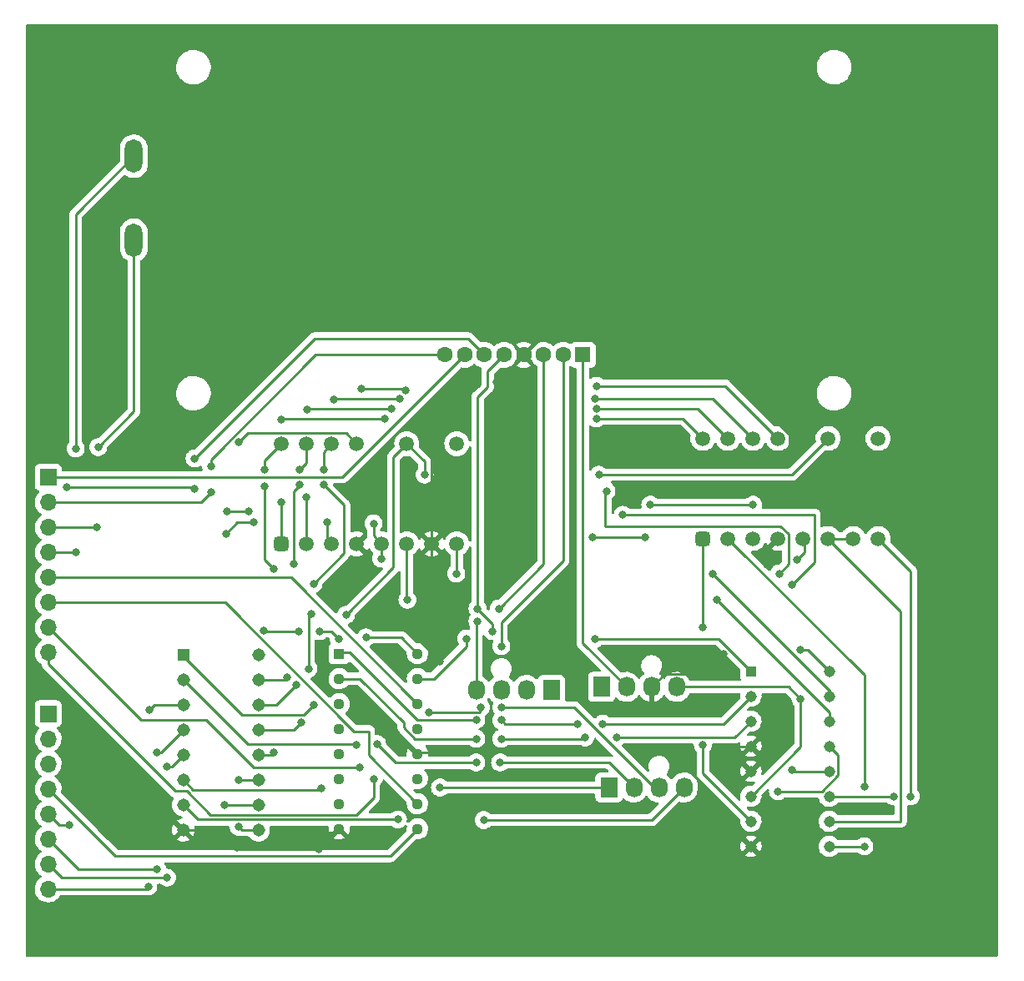
<source format=gbr>
%TF.GenerationSoftware,KiCad,Pcbnew,(6.0.7)*%
%TF.CreationDate,2022-10-31T18:54:20-05:00*%
%TF.ProjectId,senior_design,73656e69-6f72-45f6-9465-7369676e2e6b,rev?*%
%TF.SameCoordinates,Original*%
%TF.FileFunction,Copper,L2,Bot*%
%TF.FilePolarity,Positive*%
%FSLAX46Y46*%
G04 Gerber Fmt 4.6, Leading zero omitted, Abs format (unit mm)*
G04 Created by KiCad (PCBNEW (6.0.7)) date 2022-10-31 18:54:20*
%MOMM*%
%LPD*%
G01*
G04 APERTURE LIST*
G04 Aperture macros list*
%AMRoundRect*
0 Rectangle with rounded corners*
0 $1 Rounding radius*
0 $2 $3 $4 $5 $6 $7 $8 $9 X,Y pos of 4 corners*
0 Add a 4 corners polygon primitive as box body*
4,1,4,$2,$3,$4,$5,$6,$7,$8,$9,$2,$3,0*
0 Add four circle primitives for the rounded corners*
1,1,$1+$1,$2,$3*
1,1,$1+$1,$4,$5*
1,1,$1+$1,$6,$7*
1,1,$1+$1,$8,$9*
0 Add four rect primitives between the rounded corners*
20,1,$1+$1,$2,$3,$4,$5,0*
20,1,$1+$1,$4,$5,$6,$7,0*
20,1,$1+$1,$6,$7,$8,$9,0*
20,1,$1+$1,$8,$9,$2,$3,0*%
G04 Aperture macros list end*
%TA.AperFunction,ComponentPad*%
%ADD10R,1.130000X1.130000*%
%TD*%
%TA.AperFunction,ComponentPad*%
%ADD11C,1.130000*%
%TD*%
%TA.AperFunction,ComponentPad*%
%ADD12R,1.700000X1.700000*%
%TD*%
%TA.AperFunction,ComponentPad*%
%ADD13O,1.700000X1.700000*%
%TD*%
%TA.AperFunction,ComponentPad*%
%ADD14RoundRect,0.375000X0.375000X-0.375000X0.375000X0.375000X-0.375000X0.375000X-0.375000X-0.375000X0*%
%TD*%
%TA.AperFunction,ComponentPad*%
%ADD15C,1.500000*%
%TD*%
%TA.AperFunction,ComponentPad*%
%ADD16R,1.730000X2.030000*%
%TD*%
%TA.AperFunction,ComponentPad*%
%ADD17O,1.730000X2.030000*%
%TD*%
%TA.AperFunction,ComponentPad*%
%ADD18R,1.140000X1.140000*%
%TD*%
%TA.AperFunction,ComponentPad*%
%ADD19C,1.140000*%
%TD*%
%TA.AperFunction,ComponentPad*%
%ADD20R,1.600000X1.600000*%
%TD*%
%TA.AperFunction,ComponentPad*%
%ADD21C,1.600000*%
%TD*%
%TA.AperFunction,ComponentPad*%
%ADD22O,1.800000X3.400000*%
%TD*%
%TA.AperFunction,ComponentPad*%
%ADD23R,1.308000X1.308000*%
%TD*%
%TA.AperFunction,ComponentPad*%
%ADD24C,1.308000*%
%TD*%
%TA.AperFunction,ViaPad*%
%ADD25C,0.800000*%
%TD*%
%TA.AperFunction,Conductor*%
%ADD26C,0.250000*%
%TD*%
G04 APERTURE END LIST*
D10*
%TO.P,U3,1,Q1*%
%TO.N,Net-(U3-Pad1)*%
X76887500Y-91440000D03*
D11*
%TO.P,U3,2,Q2*%
%TO.N,Net-(U3-Pad2)*%
X76887500Y-93980000D03*
%TO.P,U3,3,Q3*%
%TO.N,unconnected-(U3-Pad3)*%
X76887500Y-96520000D03*
%TO.P,U3,4,Q4*%
%TO.N,unconnected-(U3-Pad4)*%
X76887500Y-99060000D03*
%TO.P,U3,5,Q5*%
%TO.N,unconnected-(U3-Pad5)*%
X76887500Y-101600000D03*
%TO.P,U3,6,Q6*%
%TO.N,unconnected-(U3-Pad6)*%
X76887500Y-104140000D03*
%TO.P,U3,7,Q7*%
%TO.N,unconnected-(U3-Pad7)*%
X76887500Y-106680000D03*
%TO.P,U3,8,GND*%
%TO.N,/GND*%
X76887500Y-109220000D03*
%TO.P,U3,9,~{RCO}*%
%TO.N,Net-(U3-Pad9)*%
X84827500Y-109220000D03*
%TO.P,U3,10,~{MRC}*%
%TO.N,Net-(U3-Pad10)*%
X84827500Y-106680000D03*
%TO.P,U3,11,CPC*%
%TO.N,Net-(U3-Pad11)*%
X84827500Y-104140000D03*
%TO.P,U3,12,~{CE}*%
%TO.N,/GND*%
X84827500Y-101600000D03*
%TO.P,U3,13,CPR*%
%TO.N,Net-(U3-Pad13)*%
X84827500Y-99060000D03*
%TO.P,U3,14,~{OE}*%
%TO.N,Net-(U3-Pad14)*%
X84827500Y-96520000D03*
%TO.P,U3,15,Q0*%
%TO.N,Net-(U3-Pad15)*%
X84827500Y-93980000D03*
%TO.P,U3,16,VCC*%
%TO.N,/3.3V*%
X84827500Y-91440000D03*
%TD*%
D12*
%TO.P,J5,1,Pin_1*%
%TO.N,Net-(U1-Pad7)*%
X47371000Y-73533000D03*
D13*
%TO.P,J5,2,Pin_2*%
%TO.N,Net-(U1-Pad8)*%
X47371000Y-76073000D03*
%TO.P,J5,3,Pin_3*%
%TO.N,Net-(U1-Pad9)*%
X47371000Y-78613000D03*
%TO.P,J5,4,Pin_4*%
%TO.N,Net-(U1-Pad10)*%
X47371000Y-81153000D03*
%TO.P,J5,5,Pin_5*%
%TO.N,Net-(U3-Pad14)*%
X47371000Y-83693000D03*
%TO.P,J5,6,Pin_6*%
%TO.N,Net-(U3-Pad10)*%
X47371000Y-86233000D03*
%TO.P,J5,7,Pin_7*%
%TO.N,Net-(U3-Pad13)*%
X47371000Y-88773000D03*
%TO.P,J5,8,Pin_8*%
%TO.N,Net-(U3-Pad11)*%
X47371000Y-91313000D03*
%TD*%
D14*
%TO.P,U6,1,CA1*%
%TO.N,Net-(U5-Pad7)*%
X113792000Y-79756000D03*
D15*
%TO.P,U6,2,CA2*%
%TO.N,Net-(U5-Pad9)*%
X116332000Y-79756000D03*
%TO.P,U6,3,D*%
%TO.N,Net-(U2-Pad10)*%
X118872000Y-79756000D03*
%TO.P,U6,4,CAL*%
%TO.N,/GND*%
X121412000Y-79756000D03*
%TO.P,U6,5,E*%
%TO.N,Net-(U2-Pad9)*%
X123952000Y-79756000D03*
%TO.P,U6,6,CA3*%
%TO.N,Net-(U5-Pad10)*%
X126492000Y-79756000D03*
%TO.P,U6,7,DP*%
X129032000Y-79756000D03*
%TO.P,U6,8,CA4*%
%TO.N,Net-(U5-Pad11)*%
X131572000Y-79756000D03*
%TO.P,U6,9,NC*%
%TO.N,unconnected-(U6-Pad9)*%
X131572000Y-69596000D03*
%TO.P,U6,11,F*%
%TO.N,Net-(U2-Pad15)*%
X126492000Y-69596000D03*
%TO.P,U6,13,C*%
%TO.N,Net-(U2-Pad11)*%
X121412000Y-69596000D03*
%TO.P,U6,14,A*%
%TO.N,Net-(U2-Pad13)*%
X118872000Y-69596000D03*
%TO.P,U6,15,G*%
%TO.N,Net-(U2-Pad14)*%
X116332000Y-69596000D03*
%TO.P,U6,16,B*%
%TO.N,Net-(U2-Pad12)*%
X113792000Y-69596000D03*
%TD*%
D16*
%TO.P,J2,1,Pin_1*%
%TO.N,unconnected-(J2-Pad1)*%
X103515000Y-94823000D03*
D17*
%TO.P,J2,2,Pin_2*%
%TO.N,/RST'*%
X106055000Y-94823000D03*
%TO.P,J2,3,Pin_3*%
%TO.N,/GND*%
X108595000Y-94823000D03*
%TO.P,J2,4,Pin_4*%
%TO.N,/3.3V*%
X111135000Y-94823000D03*
%TD*%
D18*
%TO.P,U5,1,A0*%
%TO.N,Net-(U3-Pad15)*%
X118668000Y-93218000D03*
D19*
%TO.P,U5,2,A1*%
%TO.N,Net-(U3-Pad1)*%
X118668000Y-95758000D03*
%TO.P,U5,3,A2*%
%TO.N,Net-(U3-Pad2)*%
X118668000Y-98298000D03*
%TO.P,U5,4,~{LE}*%
%TO.N,/GND*%
X118668000Y-100838000D03*
%TO.P,U5,5,~{E1}*%
X118668000Y-103378000D03*
%TO.P,U5,6,E2*%
%TO.N,/3.3V*%
X118668000Y-105918000D03*
%TO.P,U5,7,Y7*%
%TO.N,Net-(U5-Pad7)*%
X118668000Y-108458000D03*
%TO.P,U5,8,GND*%
%TO.N,/GND*%
X118668000Y-110998000D03*
%TO.P,U5,9,Y6*%
%TO.N,Net-(U5-Pad9)*%
X126608000Y-110998000D03*
%TO.P,U5,10,Y5*%
%TO.N,Net-(U5-Pad10)*%
X126608000Y-108458000D03*
%TO.P,U5,11,Y4*%
%TO.N,Net-(U5-Pad11)*%
X126608000Y-105918000D03*
%TO.P,U5,12,Y3*%
%TO.N,Net-(U4-Pad1)*%
X126608000Y-103378000D03*
%TO.P,U5,13,Y2*%
%TO.N,Net-(U4-Pad2)*%
X126608000Y-100838000D03*
%TO.P,U5,14,Y1*%
%TO.N,Net-(U4-Pad6)*%
X126608000Y-98298000D03*
%TO.P,U5,15,Y0*%
%TO.N,Net-(U4-Pad8)*%
X126608000Y-95758000D03*
%TO.P,U5,16,VCC*%
%TO.N,/3.3V*%
X126608000Y-93218000D03*
%TD*%
D12*
%TO.P,J4,1,Pin_1*%
%TO.N,unconnected-(J4-Pad1)*%
X47371000Y-97536000D03*
D13*
%TO.P,J4,2,Pin_2*%
%TO.N,unconnected-(J4-Pad2)*%
X47371000Y-100076000D03*
%TO.P,J4,3,Pin_3*%
%TO.N,unconnected-(J4-Pad3)*%
X47371000Y-102616000D03*
%TO.P,J4,4,Pin_4*%
%TO.N,Net-(U3-Pad9)*%
X47371000Y-105156000D03*
%TO.P,J4,5,Pin_5*%
%TO.N,Net-(U1-Pad6)*%
X47371000Y-107696000D03*
%TO.P,J4,6,Pin_6*%
%TO.N,Net-(U2-Pad4)*%
X47371000Y-110236000D03*
%TO.P,J4,7,Pin_7*%
%TO.N,Net-(U2-Pad5)*%
X47371000Y-112776000D03*
%TO.P,J4,8,Pin_8*%
%TO.N,Net-(U2-Pad3)*%
X47371000Y-115316000D03*
%TD*%
D14*
%TO.P,U4,1,CA1*%
%TO.N,Net-(U4-Pad1)*%
X71051000Y-80296500D03*
D15*
%TO.P,U4,2,CA2*%
%TO.N,Net-(U4-Pad2)*%
X73591000Y-80296500D03*
%TO.P,U4,3,D*%
%TO.N,Net-(U2-Pad10)*%
X76131000Y-80296500D03*
%TO.P,U4,4,CAL*%
%TO.N,/GND*%
X78671000Y-80296500D03*
%TO.P,U4,5,E*%
%TO.N,Net-(U2-Pad9)*%
X81211000Y-80296500D03*
%TO.P,U4,6,CA3*%
%TO.N,Net-(U4-Pad6)*%
X83751000Y-80296500D03*
%TO.P,U4,7,DP*%
%TO.N,/GND*%
X86291000Y-80296500D03*
%TO.P,U4,8,CA4*%
%TO.N,Net-(U4-Pad8)*%
X88831000Y-80296500D03*
%TO.P,U4,9,NC*%
%TO.N,unconnected-(U4-Pad9)*%
X88831000Y-70136500D03*
%TO.P,U4,11,F*%
%TO.N,Net-(U2-Pad15)*%
X83751000Y-70136500D03*
%TO.P,U4,13,C*%
%TO.N,Net-(U2-Pad11)*%
X78671000Y-70136500D03*
%TO.P,U4,14,A*%
%TO.N,Net-(U2-Pad13)*%
X76131000Y-70136500D03*
%TO.P,U4,15,G*%
%TO.N,Net-(U2-Pad14)*%
X73591000Y-70136500D03*
%TO.P,U4,16,B*%
%TO.N,Net-(U2-Pad12)*%
X71051000Y-70136500D03*
%TD*%
D20*
%TO.P,U1,1,~{RST}*%
%TO.N,/RST'*%
X101615000Y-61112000D03*
D21*
%TO.P,U1,2,SCL*%
%TO.N,/CLK*%
X99615000Y-61112000D03*
%TO.P,U1,3,SDA*%
%TO.N,/data*%
X97615000Y-61112000D03*
%TO.P,U1,4,VSS*%
%TO.N,/GND*%
X95615000Y-61112000D03*
%TO.P,U1,5,VDD*%
%TO.N,/3.3V*%
X93615000Y-61112000D03*
%TO.P,U1,6,VOUT*%
%TO.N,Net-(U1-Pad6)*%
X91615000Y-61112000D03*
%TO.P,U1,7,C1+*%
%TO.N,Net-(U1-Pad7)*%
X89615000Y-61112000D03*
%TO.P,U1,8,C1-*%
%TO.N,Net-(U1-Pad8)*%
X87615000Y-61112000D03*
D22*
%TO.P,U1,9,A*%
%TO.N,Net-(U1-Pad9)*%
X56065000Y-49462000D03*
%TO.P,U1,10,K*%
%TO.N,Net-(U1-Pad10)*%
X56065000Y-40962000D03*
%TD*%
D23*
%TO.P,U2,1,B*%
%TO.N,/A1*%
X61087000Y-91567000D03*
D24*
%TO.P,U2,2,C*%
%TO.N,/A2*%
X61087000Y-94107000D03*
%TO.P,U2,3,~{LT}*%
%TO.N,Net-(U2-Pad3)*%
X61087000Y-96647000D03*
%TO.P,U2,4,~{BI}/~{RBO}*%
%TO.N,Net-(U2-Pad4)*%
X61087000Y-99187000D03*
%TO.P,U2,5,~{RBI}*%
%TO.N,Net-(U2-Pad5)*%
X61087000Y-101727000D03*
%TO.P,U2,6,D*%
%TO.N,/A3*%
X61087000Y-104267000D03*
%TO.P,U2,7,A*%
%TO.N,/A0*%
X61087000Y-106807000D03*
%TO.P,U2,8,GND*%
%TO.N,/GND*%
X61087000Y-109347000D03*
%TO.P,U2,9,e*%
%TO.N,Net-(U2-Pad9)*%
X68707000Y-109347000D03*
%TO.P,U2,10,d*%
%TO.N,Net-(U2-Pad10)*%
X68707000Y-106807000D03*
%TO.P,U2,11,c*%
%TO.N,Net-(U2-Pad11)*%
X68707000Y-104267000D03*
%TO.P,U2,12,b*%
%TO.N,Net-(U2-Pad12)*%
X68707000Y-101727000D03*
%TO.P,U2,13,a*%
%TO.N,Net-(U2-Pad13)*%
X68707000Y-99187000D03*
%TO.P,U2,14,g*%
%TO.N,Net-(U2-Pad14)*%
X68707000Y-96647000D03*
%TO.P,U2,15,f*%
%TO.N,Net-(U2-Pad15)*%
X68707000Y-94107000D03*
%TO.P,U2,16,VCC*%
%TO.N,/3.3V*%
X68707000Y-91567000D03*
%TD*%
D16*
%TO.P,J3,1,Pin_1*%
%TO.N,/A3*%
X104267000Y-105029000D03*
D17*
%TO.P,J3,2,Pin_2*%
%TO.N,/A2*%
X106807000Y-105029000D03*
%TO.P,J3,3,Pin_3*%
%TO.N,/A1*%
X109347000Y-105029000D03*
%TO.P,J3,4,Pin_4*%
%TO.N,/A0*%
X111887000Y-105029000D03*
%TD*%
D16*
%TO.P,J1,1,Pin_1*%
%TO.N,unconnected-(J1-Pad1)*%
X98425000Y-95123000D03*
D17*
%TO.P,J1,2,Pin_2*%
%TO.N,unconnected-(J1-Pad2)*%
X95885000Y-95123000D03*
%TO.P,J1,3,Pin_3*%
%TO.N,/CLK*%
X93345000Y-95123000D03*
%TO.P,J1,4,Pin_4*%
%TO.N,/data*%
X90805000Y-95123000D03*
%TD*%
D25*
%TO.N,/3.3V*%
X92456000Y-89154000D03*
X90932000Y-86868000D03*
%TO.N,Net-(U2-Pad3)*%
X57658000Y-97155000D03*
X57531000Y-115062000D03*
%TO.N,Net-(U2-Pad5)*%
X59436000Y-102870000D03*
X59436000Y-114173000D03*
%TO.N,Net-(U2-Pad4)*%
X58420000Y-101473000D03*
X58420000Y-113284000D03*
%TO.N,Net-(U1-Pad6)*%
X62230000Y-74676000D03*
X62230000Y-71628000D03*
X49530000Y-108839000D03*
X49276000Y-74549000D03*
%TO.N,Net-(U3-Pad11)*%
X80391000Y-104140000D03*
%TO.N,/A3*%
X87122000Y-105029000D03*
%TO.N,Net-(U3-Pad13)*%
X78994000Y-102997000D03*
%TO.N,Net-(U1-Pad10)*%
X50165000Y-70612000D03*
X50165000Y-81153000D03*
%TO.N,Net-(U1-Pad9)*%
X52451000Y-70485000D03*
X52324000Y-78613000D03*
%TO.N,Net-(U1-Pad8)*%
X63881000Y-72390000D03*
X63881000Y-75057000D03*
%TO.N,/CLK*%
X93345000Y-90678000D03*
%TO.N,/data*%
X90932000Y-88138000D03*
X93091000Y-86868000D03*
%TO.N,/GND*%
X87122000Y-101473000D03*
X115908201Y-91482799D03*
X92837000Y-63881000D03*
X75311000Y-109638500D03*
X66548000Y-111087500D03*
X86233000Y-82550000D03*
X120269000Y-82423000D03*
X65278000Y-109638500D03*
X78740000Y-84963000D03*
X80264000Y-86487000D03*
X90932000Y-64135000D03*
X115824000Y-100965000D03*
X121285000Y-71882000D03*
X74803000Y-111252000D03*
X115824000Y-93472000D03*
X87122000Y-92202000D03*
%TO.N,/3.3V*%
X76835000Y-89916000D03*
X123698000Y-96012000D03*
X79629000Y-89789000D03*
X69251223Y-89117776D03*
X72771000Y-89154000D03*
X123698000Y-91059000D03*
X74930000Y-89154000D03*
%TO.N,/A3*%
X75111792Y-105103500D03*
%TO.N,/A2*%
X80740425Y-100606977D03*
X90805000Y-102489000D03*
X93218000Y-102489000D03*
X78613000Y-100711000D03*
%TO.N,/A1*%
X85979000Y-97409000D03*
X91270500Y-96901000D03*
X93345000Y-96901000D03*
X74295000Y-96647000D03*
%TO.N,/A0*%
X91567000Y-108331000D03*
X82858951Y-108276049D03*
%TO.N,Net-(U2-Pad15)*%
X85566500Y-73279000D03*
X77597000Y-87503000D03*
X103251000Y-73279000D03*
X71628000Y-93853000D03*
%TO.N,Net-(U2-Pad10)*%
X107950000Y-79629000D03*
X65405000Y-79248000D03*
X68199000Y-78105000D03*
X75692000Y-78105000D03*
X102616000Y-79629000D03*
X108458000Y-76327000D03*
X118872000Y-76327000D03*
X65278000Y-106807000D03*
%TO.N,Net-(U2-Pad11)*%
X79121000Y-64516000D03*
X83612424Y-64700364D03*
X66675000Y-69977000D03*
X102997000Y-64262000D03*
X66675000Y-104267000D03*
%TO.N,Net-(U2-Pad14)*%
X72263000Y-82296000D03*
X72898000Y-74257500D03*
X102997000Y-66564497D03*
X72898000Y-72808500D03*
X82169000Y-66548000D03*
X72517000Y-94615000D03*
X73660000Y-66675000D03*
%TO.N,Net-(U2-Pad12)*%
X70993000Y-67691000D03*
X81534000Y-67564000D03*
X70231000Y-101473000D03*
X70231000Y-82804000D03*
X69342000Y-72771000D03*
X69342000Y-74422000D03*
X102997000Y-67564000D03*
%TO.N,Net-(U2-Pad13)*%
X74295000Y-84328000D03*
X75311000Y-72771000D03*
X102870000Y-65532000D03*
X73025000Y-98425000D03*
X83058000Y-65532000D03*
X74041000Y-87376000D03*
X76327000Y-65659000D03*
X75311000Y-74295000D03*
X73787000Y-92964000D03*
%TO.N,Net-(U2-Pad9)*%
X80391000Y-78232000D03*
X65532000Y-76962000D03*
X66675000Y-109000549D03*
X67691000Y-76962000D03*
X81153000Y-81788000D03*
X123317000Y-81915000D03*
%TO.N,Net-(U3-Pad1)*%
X103632000Y-98552000D03*
X93332277Y-98200687D03*
X90805000Y-98134500D03*
X101092000Y-98552000D03*
%TO.N,Net-(U3-Pad2)*%
X101854000Y-99949000D03*
X93345000Y-100076000D03*
X90805000Y-100076000D03*
X105029000Y-99949000D03*
%TO.N,Net-(U3-Pad15)*%
X89789000Y-89916000D03*
X102870000Y-89916000D03*
%TO.N,Net-(U4-Pad1)*%
X70993000Y-76073000D03*
X122809000Y-84455000D03*
X122809000Y-103251000D03*
X105664000Y-77343000D03*
%TO.N,Net-(U4-Pad2)*%
X73533000Y-75565000D03*
X104013000Y-74930000D03*
X121539000Y-83312000D03*
X121412000Y-105410000D03*
%TO.N,Net-(U4-Pad6)*%
X83820000Y-85979000D03*
X115189000Y-85979000D03*
%TO.N,Net-(U4-Pad8)*%
X88773000Y-83312000D03*
X114808000Y-83312000D03*
%TO.N,Net-(U5-Pad7)*%
X113792000Y-88773000D03*
X113792000Y-100673500D03*
%TO.N,Net-(U5-Pad9)*%
X130175000Y-110998000D03*
X130175000Y-104902000D03*
%TO.N,Net-(U5-Pad11)*%
X133133500Y-105918000D03*
X134874000Y-105918000D03*
%TD*%
D26*
%TO.N,/3.3V*%
X122509000Y-94823000D02*
X123698000Y-96012000D01*
X111135000Y-94823000D02*
X122509000Y-94823000D01*
X92456000Y-88392000D02*
X92456000Y-89154000D01*
X90932000Y-86868000D02*
X92456000Y-88392000D01*
X91948000Y-62779000D02*
X93615000Y-61112000D01*
X90932000Y-65405000D02*
X91948000Y-64389000D01*
X91948000Y-64389000D02*
X91948000Y-62779000D01*
X90932000Y-86868000D02*
X90932000Y-65405000D01*
%TO.N,Net-(U2-Pad3)*%
X57658000Y-97155000D02*
X58166000Y-96647000D01*
X58166000Y-96647000D02*
X61087000Y-96647000D01*
X57277000Y-115316000D02*
X57531000Y-115062000D01*
X47371000Y-115316000D02*
X57277000Y-115316000D01*
%TO.N,Net-(U2-Pad5)*%
X59944000Y-102870000D02*
X61087000Y-101727000D01*
X59436000Y-102870000D02*
X59944000Y-102870000D01*
X48768000Y-114173000D02*
X59436000Y-114173000D01*
X47371000Y-112776000D02*
X48768000Y-114173000D01*
%TO.N,Net-(U2-Pad4)*%
X58420000Y-101473000D02*
X58801000Y-101473000D01*
X58801000Y-101473000D02*
X61087000Y-99187000D01*
X50419000Y-113284000D02*
X58420000Y-113284000D01*
X47371000Y-110236000D02*
X50419000Y-113284000D01*
%TO.N,Net-(U1-Pad6)*%
X89978557Y-59475557D02*
X91615000Y-61112000D01*
X74382443Y-59475557D02*
X89978557Y-59475557D01*
X62230000Y-71628000D02*
X74382443Y-59475557D01*
X62103000Y-74549000D02*
X62230000Y-74676000D01*
X49276000Y-74549000D02*
X62103000Y-74549000D01*
X48514000Y-108839000D02*
X49530000Y-108839000D01*
X47371000Y-107696000D02*
X48514000Y-108839000D01*
%TO.N,Net-(U3-Pad9)*%
X82070500Y-111977000D02*
X84827500Y-109220000D01*
X47371000Y-105156000D02*
X54192000Y-111977000D01*
X54192000Y-111977000D02*
X82070500Y-111977000D01*
%TO.N,Net-(U3-Pad11)*%
X80391000Y-106045000D02*
X80391000Y-104140000D01*
X79502000Y-106934000D02*
X80391000Y-106045000D01*
%TO.N,/A3*%
X87122000Y-105029000D02*
X104267000Y-105029000D01*
%TO.N,Net-(U3-Pad11)*%
X61452740Y-105394740D02*
X63844000Y-107786000D01*
X60250659Y-105394740D02*
X61452740Y-105394740D01*
X78650000Y-107786000D02*
X79502000Y-106934000D01*
X63844000Y-107786000D02*
X78650000Y-107786000D01*
X47371000Y-92515081D02*
X60250659Y-105394740D01*
X47371000Y-91313000D02*
X47371000Y-92515081D01*
%TO.N,Net-(U3-Pad13)*%
X68199000Y-102997000D02*
X78994000Y-102997000D01*
X63410000Y-98208000D02*
X68199000Y-102997000D01*
X56806000Y-98208000D02*
X63410000Y-98208000D01*
X47371000Y-88773000D02*
X56806000Y-98208000D01*
%TO.N,Net-(U3-Pad10)*%
X79883000Y-99314000D02*
X79883000Y-101735500D01*
X79883000Y-101735500D02*
X84827500Y-106680000D01*
X65319151Y-86233000D02*
X78400151Y-99314000D01*
X47371000Y-86233000D02*
X65319151Y-86233000D01*
X78400151Y-99314000D02*
X79883000Y-99314000D01*
%TO.N,Net-(U3-Pad14)*%
X72000500Y-83693000D02*
X84827500Y-96520000D01*
X47371000Y-83693000D02*
X72000500Y-83693000D01*
%TO.N,Net-(U1-Pad10)*%
X50165000Y-46862000D02*
X56065000Y-40962000D01*
X47371000Y-81153000D02*
X50165000Y-81153000D01*
X50165000Y-70612000D02*
X50165000Y-46862000D01*
%TO.N,Net-(U1-Pad9)*%
X56065000Y-66871000D02*
X56065000Y-49462000D01*
X47371000Y-78613000D02*
X52324000Y-78613000D01*
X52451000Y-70485000D02*
X56065000Y-66871000D01*
%TO.N,Net-(U1-Pad8)*%
X74514695Y-61112000D02*
X87615000Y-61112000D01*
X63881000Y-72390000D02*
X63881000Y-71745695D01*
X62865000Y-76073000D02*
X63881000Y-75057000D01*
X63881000Y-71745695D02*
X74514695Y-61112000D01*
X47371000Y-76073000D02*
X62865000Y-76073000D01*
%TO.N,Net-(U1-Pad7)*%
X77194000Y-73533000D02*
X89615000Y-61112000D01*
X47371000Y-73533000D02*
X77194000Y-73533000D01*
%TO.N,/CLK*%
X99615000Y-81995000D02*
X93345000Y-88265000D01*
X99615000Y-61112000D02*
X99615000Y-81995000D01*
X93345000Y-88265000D02*
X93345000Y-90297000D01*
X93345000Y-90297000D02*
X93345000Y-90678000D01*
%TO.N,/data*%
X90805000Y-88265000D02*
X90805000Y-95123000D01*
X90932000Y-88138000D02*
X90805000Y-88265000D01*
X97615000Y-61112000D02*
X97615000Y-82344000D01*
X97615000Y-82344000D02*
X93091000Y-86868000D01*
%TO.N,/RST'*%
X101615000Y-90383000D02*
X106055000Y-94823000D01*
X101615000Y-61112000D02*
X101615000Y-90383000D01*
%TO.N,/GND*%
X120269000Y-80899000D02*
X120269000Y-82423000D01*
X108595000Y-94823000D02*
X109946000Y-93472000D01*
X90932000Y-64135000D02*
X86291000Y-68776000D01*
X61087000Y-109347000D02*
X64986500Y-109347000D01*
X95615000Y-61112000D02*
X97251443Y-59475557D01*
X79502000Y-84201000D02*
X78740000Y-84963000D01*
X66548000Y-111087500D02*
X66712500Y-111252000D01*
X115824000Y-100965000D02*
X115951000Y-100838000D01*
X78671000Y-80296500D02*
X78671000Y-80322000D01*
X112811837Y-59475557D02*
X122555000Y-69218720D01*
X76469000Y-109638500D02*
X76887500Y-109220000D01*
X87122000Y-101473000D02*
X84954500Y-101473000D01*
X64986500Y-109347000D02*
X65278000Y-109638500D01*
X121412000Y-79756000D02*
X120269000Y-80899000D01*
X115908201Y-93387799D02*
X115824000Y-93472000D01*
X122555000Y-69218720D02*
X122555000Y-70612000D01*
X75311000Y-109638500D02*
X76469000Y-109638500D01*
X109946000Y-93472000D02*
X115824000Y-93472000D01*
X95615000Y-61112000D02*
X92846000Y-63881000D01*
X92846000Y-63881000D02*
X92837000Y-63881000D01*
X97251443Y-59475557D02*
X112811837Y-59475557D01*
X78740000Y-80391000D02*
X79502000Y-81153000D01*
X115951000Y-100838000D02*
X118668000Y-100838000D01*
X84954500Y-101473000D02*
X84827500Y-101600000D01*
X81407000Y-86487000D02*
X87122000Y-92202000D01*
X86291000Y-68776000D02*
X86291000Y-80296500D01*
X79502000Y-81153000D02*
X79502000Y-84201000D01*
X115908201Y-91482799D02*
X115908201Y-93387799D01*
X80264000Y-86487000D02*
X81407000Y-86487000D01*
X86233000Y-80354500D02*
X86291000Y-80296500D01*
X66712500Y-111252000D02*
X74803000Y-111252000D01*
X122555000Y-70612000D02*
X121285000Y-71882000D01*
X86233000Y-82550000D02*
X86233000Y-80354500D01*
X78671000Y-80322000D02*
X78740000Y-80391000D01*
%TO.N,/3.3V*%
X124449000Y-91059000D02*
X123698000Y-91059000D01*
X126608000Y-93218000D02*
X126608000Y-93229000D01*
X79629000Y-89789000D02*
X83176500Y-89789000D01*
X123698000Y-100888000D02*
X118668000Y-105918000D01*
X123698000Y-96012000D02*
X123698000Y-100888000D01*
X126608000Y-93218000D02*
X124449000Y-91059000D01*
X74930000Y-89154000D02*
X76073000Y-89154000D01*
X76073000Y-89154000D02*
X76835000Y-89916000D01*
X83176500Y-89789000D02*
X84827500Y-91440000D01*
X69287447Y-89154000D02*
X72771000Y-89154000D01*
X69251223Y-89117776D02*
X69287447Y-89154000D01*
%TO.N,/A3*%
X74969292Y-105246000D02*
X75111792Y-105103500D01*
X62066000Y-105246000D02*
X74969292Y-105246000D01*
X61087000Y-104267000D02*
X62066000Y-105246000D01*
%TO.N,/A2*%
X93218000Y-102489000D02*
X104267000Y-102489000D01*
X78542601Y-100640601D02*
X78613000Y-100711000D01*
X61087000Y-94107000D02*
X67620601Y-100640601D01*
X104267000Y-102489000D02*
X106807000Y-105029000D01*
X82623448Y-102490000D02*
X90804000Y-102490000D01*
X67620601Y-100640601D02*
X78542601Y-100640601D01*
X90804000Y-102490000D02*
X90805000Y-102489000D01*
X80740425Y-100606977D02*
X82623448Y-102490000D01*
%TO.N,/A1*%
X100762703Y-96901000D02*
X108890703Y-105029000D01*
X61087000Y-91694000D02*
X67019000Y-97626000D01*
X61087000Y-91567000D02*
X61087000Y-91694000D01*
X91270500Y-97250015D02*
X91270500Y-96901000D01*
X67019000Y-97626000D02*
X73316000Y-97626000D01*
X85979000Y-97409000D02*
X91111515Y-97409000D01*
X73316000Y-97626000D02*
X74295000Y-96647000D01*
X91111515Y-97409000D02*
X91270500Y-97250015D01*
X93345000Y-96901000D02*
X100762703Y-96901000D01*
X108890703Y-105029000D02*
X109347000Y-105029000D01*
%TO.N,/A0*%
X91567000Y-108331000D02*
X108585000Y-108331000D01*
X108585000Y-108331000D02*
X111887000Y-105029000D01*
X61087000Y-106807000D02*
X62556049Y-108276049D01*
X62556049Y-108276049D02*
X82858951Y-108276049D01*
%TO.N,Net-(U1-Pad6)*%
X91995000Y-61492000D02*
X91615000Y-61112000D01*
%TO.N,Net-(U2-Pad15)*%
X77597000Y-87503000D02*
X82388821Y-82711179D01*
X85566500Y-73279000D02*
X85566500Y-71952000D01*
X126492000Y-69596000D02*
X122809000Y-73279000D01*
X85566500Y-71952000D02*
X83751000Y-70136500D01*
X82388821Y-82711179D02*
X82388821Y-71498679D01*
X71374000Y-94107000D02*
X71628000Y-93853000D01*
X82388821Y-71498679D02*
X83751000Y-70136500D01*
X122809000Y-73279000D02*
X103251000Y-73279000D01*
X68707000Y-94107000D02*
X71374000Y-94107000D01*
%TO.N,Net-(U2-Pad10)*%
X75692000Y-79857500D02*
X76131000Y-80296500D01*
X65405000Y-79248000D02*
X66548000Y-78105000D01*
X66548000Y-78105000D02*
X68199000Y-78105000D01*
X75692000Y-78105000D02*
X75692000Y-79857500D01*
X107950000Y-79629000D02*
X102616000Y-79629000D01*
X68707000Y-106807000D02*
X65278000Y-106807000D01*
X118872000Y-76327000D02*
X108458000Y-76327000D01*
%TO.N,Net-(U2-Pad11)*%
X121412000Y-69596000D02*
X116078000Y-64262000D01*
X68707000Y-104267000D02*
X66675000Y-104267000D01*
X66675000Y-69977000D02*
X67590500Y-69061500D01*
X83428060Y-64516000D02*
X79121000Y-64516000D01*
X83612424Y-64700364D02*
X83428060Y-64516000D01*
X77596000Y-69061500D02*
X78671000Y-70136500D01*
X67590500Y-69061500D02*
X77596000Y-69061500D01*
X116078000Y-64262000D02*
X102997000Y-64262000D01*
%TO.N,Net-(U2-Pad14)*%
X72898000Y-72808500D02*
X73591000Y-72115500D01*
X72898000Y-74364000D02*
X72898000Y-74257500D01*
X82169000Y-66548000D02*
X73787000Y-66548000D01*
X70485000Y-96647000D02*
X72517000Y-94615000D01*
X113300497Y-66564497D02*
X102997000Y-66564497D01*
X68707000Y-96647000D02*
X70485000Y-96647000D01*
X116332000Y-69596000D02*
X113300497Y-66564497D01*
X73591000Y-72115500D02*
X73591000Y-70136500D01*
X72263000Y-74999000D02*
X72898000Y-74364000D01*
X72263000Y-82296000D02*
X72263000Y-74999000D01*
X73787000Y-66548000D02*
X73660000Y-66675000D01*
%TO.N,Net-(U2-Pad12)*%
X68707000Y-101727000D02*
X69977000Y-101727000D01*
X71120000Y-67564000D02*
X70993000Y-67691000D01*
X69342000Y-71845500D02*
X71051000Y-70136500D01*
X111760000Y-67564000D02*
X102997000Y-67564000D01*
X69977000Y-101727000D02*
X70231000Y-101473000D01*
X113792000Y-69596000D02*
X111760000Y-67564000D01*
X70231000Y-82804000D02*
X69342000Y-81915000D01*
X69342000Y-72771000D02*
X69342000Y-71845500D01*
X69342000Y-81915000D02*
X69342000Y-74422000D01*
X81534000Y-67564000D02*
X71120000Y-67564000D01*
%TO.N,Net-(U2-Pad13)*%
X72263000Y-99187000D02*
X73025000Y-98425000D01*
X74295000Y-84328000D02*
X77380396Y-81242604D01*
X77380396Y-81242604D02*
X77380396Y-76364396D01*
X76454000Y-65532000D02*
X76327000Y-65659000D01*
X83058000Y-65532000D02*
X76454000Y-65532000D01*
X75311000Y-72771000D02*
X75311000Y-70956500D01*
X75311000Y-70956500D02*
X76131000Y-70136500D01*
X73787000Y-92964000D02*
X73787000Y-87630000D01*
X103124000Y-65532000D02*
X102870000Y-65532000D01*
X68707000Y-99187000D02*
X72263000Y-99187000D01*
X118872000Y-69596000D02*
X114808000Y-65532000D01*
X77380396Y-76364396D02*
X75311000Y-74295000D01*
X114808000Y-65532000D02*
X103124000Y-65532000D01*
X73787000Y-87630000D02*
X74041000Y-87376000D01*
%TO.N,Net-(U2-Pad9)*%
X80391000Y-78232000D02*
X80391000Y-79476500D01*
X80391000Y-79476500D02*
X81211000Y-80296500D01*
X67021451Y-109347000D02*
X66675000Y-109000549D01*
X81153000Y-80354500D02*
X81211000Y-80296500D01*
X124079000Y-81153000D02*
X123317000Y-81915000D01*
X123952000Y-79756000D02*
X124079000Y-79756000D01*
X68707000Y-109347000D02*
X67021451Y-109347000D01*
X65532000Y-76962000D02*
X67691000Y-76962000D01*
X124079000Y-79756000D02*
X124079000Y-81153000D01*
X81153000Y-81788000D02*
X81153000Y-80354500D01*
%TO.N,Net-(U3-Pad1)*%
X76887500Y-91440000D02*
X76887500Y-91387500D01*
X84582000Y-97917000D02*
X84799500Y-98134500D01*
X93683590Y-98552000D02*
X101092000Y-98552000D01*
X76962000Y-91313000D02*
X77978000Y-91313000D01*
X84799500Y-98134500D02*
X90805000Y-98134500D01*
X115874000Y-98552000D02*
X118668000Y-95758000D01*
X103632000Y-98552000D02*
X115874000Y-98552000D01*
X93332277Y-98200687D02*
X93683590Y-98552000D01*
X77978000Y-91313000D02*
X84582000Y-97917000D01*
X76887500Y-91387500D02*
X76962000Y-91313000D01*
%TO.N,Net-(U3-Pad2)*%
X84584849Y-100076000D02*
X90805000Y-100076000D01*
X76887500Y-93980000D02*
X78994000Y-93980000D01*
X93345000Y-100076000D02*
X101727000Y-100076000D01*
X101727000Y-100076000D02*
X101854000Y-99949000D01*
X117017000Y-99949000D02*
X118668000Y-98298000D01*
X105029000Y-99949000D02*
X117017000Y-99949000D01*
X83439000Y-98930151D02*
X84584849Y-100076000D01*
X78994000Y-93980000D02*
X83439000Y-98425000D01*
X83439000Y-98425000D02*
X83439000Y-98930151D01*
%TO.N,Net-(U3-Pad15)*%
X89789000Y-90678000D02*
X89789000Y-89916000D01*
X115366000Y-89916000D02*
X118668000Y-93218000D01*
X84827500Y-93980000D02*
X86487000Y-93980000D01*
X86487000Y-93980000D02*
X89789000Y-90678000D01*
X102870000Y-89916000D02*
X115366000Y-89916000D01*
%TO.N,Net-(U4-Pad1)*%
X122809000Y-84455000D02*
X125095000Y-82169000D01*
X125095000Y-77343000D02*
X105664000Y-77343000D01*
X70993000Y-80238500D02*
X71051000Y-80296500D01*
X122936000Y-103378000D02*
X122809000Y-103251000D01*
X126608000Y-103378000D02*
X122936000Y-103378000D01*
X70993000Y-76073000D02*
X70993000Y-80238500D01*
X125095000Y-82169000D02*
X125095000Y-77343000D01*
%TO.N,Net-(U4-Pad2)*%
X127503000Y-101733000D02*
X127503000Y-103748722D01*
X126608000Y-100838000D02*
X127503000Y-101733000D01*
X103886000Y-75057000D02*
X104013000Y-74930000D01*
X73533000Y-75565000D02*
X73591000Y-75623000D01*
X122487000Y-82364000D02*
X122487000Y-79307000D01*
X121666000Y-78486000D02*
X103886000Y-78486000D01*
X127503000Y-103748722D02*
X125841722Y-105410000D01*
X125841722Y-105410000D02*
X121412000Y-105410000D01*
X121539000Y-83312000D02*
X122487000Y-82364000D01*
X122487000Y-79307000D02*
X121666000Y-78486000D01*
X103886000Y-78486000D02*
X103886000Y-75057000D01*
X73591000Y-75623000D02*
X73591000Y-80296500D01*
%TO.N,Net-(U4-Pad6)*%
X126608000Y-98298000D02*
X126619000Y-98298000D01*
X83751000Y-85910000D02*
X83751000Y-80296500D01*
X126619000Y-98298000D02*
X126619000Y-97409000D01*
X83820000Y-85979000D02*
X83751000Y-85910000D01*
X126619000Y-97409000D02*
X115189000Y-85979000D01*
%TO.N,Net-(U4-Pad8)*%
X88831000Y-83254000D02*
X88831000Y-80296500D01*
X126608000Y-95758000D02*
X126619000Y-95758000D01*
X126746000Y-95250000D02*
X114808000Y-83312000D01*
X126746000Y-95631000D02*
X126746000Y-95250000D01*
X126619000Y-95758000D02*
X126746000Y-95631000D01*
X88773000Y-83312000D02*
X88831000Y-83254000D01*
%TO.N,Net-(U5-Pad7)*%
X113792000Y-88773000D02*
X113792000Y-79756000D01*
X118668000Y-108458000D02*
X113792000Y-103582000D01*
X113792000Y-103582000D02*
X113792000Y-100673500D01*
%TO.N,Net-(U5-Pad9)*%
X130175000Y-110998000D02*
X126608000Y-110998000D01*
X116332000Y-79756000D02*
X130175000Y-93599000D01*
X130175000Y-93599000D02*
X130175000Y-104902000D01*
%TO.N,Net-(U5-Pad10)*%
X126492000Y-79756000D02*
X129032000Y-79756000D01*
X126492000Y-79756000D02*
X133858000Y-87122000D01*
X133858000Y-108458000D02*
X126608000Y-108458000D01*
X133858000Y-87122000D02*
X133858000Y-108458000D01*
%TO.N,Net-(U5-Pad11)*%
X134874000Y-83058000D02*
X134874000Y-105918000D01*
X131572000Y-79756000D02*
X134874000Y-83058000D01*
X133133500Y-105918000D02*
X126608000Y-105918000D01*
%TD*%
%TA.AperFunction,Conductor*%
%TO.N,/GND*%
G36*
X143705621Y-27579502D02*
G01*
X143752114Y-27633158D01*
X143763500Y-27685500D01*
X143763500Y-122047500D01*
X143743498Y-122115621D01*
X143689842Y-122162114D01*
X143637500Y-122173500D01*
X45211500Y-122173500D01*
X45143379Y-122153498D01*
X45096886Y-122099842D01*
X45085500Y-122047500D01*
X45085500Y-115282695D01*
X46008251Y-115282695D01*
X46021110Y-115505715D01*
X46022247Y-115510761D01*
X46022248Y-115510767D01*
X46040832Y-115593226D01*
X46070222Y-115723639D01*
X46154266Y-115930616D01*
X46270987Y-116121088D01*
X46417250Y-116289938D01*
X46589126Y-116432632D01*
X46782000Y-116545338D01*
X46990692Y-116625030D01*
X46995760Y-116626061D01*
X46995763Y-116626062D01*
X47103017Y-116647883D01*
X47209597Y-116669567D01*
X47214772Y-116669757D01*
X47214774Y-116669757D01*
X47427673Y-116677564D01*
X47427677Y-116677564D01*
X47432837Y-116677753D01*
X47437957Y-116677097D01*
X47437959Y-116677097D01*
X47649288Y-116650025D01*
X47649289Y-116650025D01*
X47654416Y-116649368D01*
X47659366Y-116647883D01*
X47863429Y-116586661D01*
X47863434Y-116586659D01*
X47868384Y-116585174D01*
X48068994Y-116486896D01*
X48250860Y-116357173D01*
X48409096Y-116199489D01*
X48468594Y-116116689D01*
X48536435Y-116022277D01*
X48539453Y-116018077D01*
X48541746Y-116013437D01*
X48543446Y-116010608D01*
X48595674Y-115962518D01*
X48651451Y-115949500D01*
X57198233Y-115949500D01*
X57209416Y-115950027D01*
X57216909Y-115951702D01*
X57224835Y-115951453D01*
X57224836Y-115951453D01*
X57284986Y-115949562D01*
X57288945Y-115949500D01*
X57316856Y-115949500D01*
X57316856Y-115949632D01*
X57348158Y-115951932D01*
X57435513Y-115970500D01*
X57626487Y-115970500D01*
X57632939Y-115969128D01*
X57632944Y-115969128D01*
X57731696Y-115948137D01*
X57813288Y-115930794D01*
X57824440Y-115925829D01*
X57981722Y-115855803D01*
X57981724Y-115855802D01*
X57987752Y-115853118D01*
X58142253Y-115740866D01*
X58270040Y-115598944D01*
X58365527Y-115433556D01*
X58424542Y-115251928D01*
X58442455Y-115081500D01*
X58443814Y-115068565D01*
X58444504Y-115062000D01*
X58432277Y-114945669D01*
X58445049Y-114875832D01*
X58493551Y-114823986D01*
X58557587Y-114806500D01*
X58727800Y-114806500D01*
X58795921Y-114826502D01*
X58815147Y-114842843D01*
X58815420Y-114842540D01*
X58820332Y-114846963D01*
X58824747Y-114851866D01*
X58979248Y-114964118D01*
X58985276Y-114966802D01*
X58985278Y-114966803D01*
X59147681Y-115039109D01*
X59153712Y-115041794D01*
X59242046Y-115060570D01*
X59334056Y-115080128D01*
X59334061Y-115080128D01*
X59340513Y-115081500D01*
X59531487Y-115081500D01*
X59537939Y-115080128D01*
X59537944Y-115080128D01*
X59629954Y-115060570D01*
X59718288Y-115041794D01*
X59724319Y-115039109D01*
X59886722Y-114966803D01*
X59886724Y-114966802D01*
X59892752Y-114964118D01*
X60047253Y-114851866D01*
X60175040Y-114709944D01*
X60270527Y-114544556D01*
X60329542Y-114362928D01*
X60349504Y-114173000D01*
X60348814Y-114166435D01*
X60330232Y-113989635D01*
X60330232Y-113989633D01*
X60329542Y-113983072D01*
X60270527Y-113801444D01*
X60175040Y-113636056D01*
X60047253Y-113494134D01*
X59910835Y-113395020D01*
X59898094Y-113385763D01*
X59898093Y-113385762D01*
X59892752Y-113381882D01*
X59886724Y-113379198D01*
X59886722Y-113379197D01*
X59724319Y-113306891D01*
X59724318Y-113306891D01*
X59718288Y-113304206D01*
X59624888Y-113284353D01*
X59537944Y-113265872D01*
X59537939Y-113265872D01*
X59531487Y-113264500D01*
X59444906Y-113264500D01*
X59376785Y-113244498D01*
X59330292Y-113190842D01*
X59319596Y-113151671D01*
X59314232Y-113100635D01*
X59314232Y-113100633D01*
X59313542Y-113094072D01*
X59254527Y-112912444D01*
X59251223Y-112906721D01*
X59189319Y-112799500D01*
X59172581Y-112730504D01*
X59195802Y-112663413D01*
X59251609Y-112619526D01*
X59298438Y-112610500D01*
X81991733Y-112610500D01*
X82002916Y-112611027D01*
X82010409Y-112612702D01*
X82018335Y-112612453D01*
X82018336Y-112612453D01*
X82078486Y-112610562D01*
X82082445Y-112610500D01*
X82110356Y-112610500D01*
X82114291Y-112610003D01*
X82114356Y-112609995D01*
X82126193Y-112609062D01*
X82158451Y-112608048D01*
X82162470Y-112607922D01*
X82170389Y-112607673D01*
X82189843Y-112602021D01*
X82209200Y-112598013D01*
X82221430Y-112596468D01*
X82221431Y-112596468D01*
X82229297Y-112595474D01*
X82236668Y-112592555D01*
X82236670Y-112592555D01*
X82270412Y-112579196D01*
X82281642Y-112575351D01*
X82316483Y-112565229D01*
X82316484Y-112565229D01*
X82324093Y-112563018D01*
X82330912Y-112558985D01*
X82330917Y-112558983D01*
X82341528Y-112552707D01*
X82359276Y-112544012D01*
X82378117Y-112536552D01*
X82413887Y-112510564D01*
X82423807Y-112504048D01*
X82455035Y-112485580D01*
X82455038Y-112485578D01*
X82461862Y-112481542D01*
X82476183Y-112467221D01*
X82491217Y-112454380D01*
X82492931Y-112453135D01*
X82507607Y-112442472D01*
X82535798Y-112408395D01*
X82543788Y-112399616D01*
X83025741Y-111917663D01*
X118112697Y-111917663D01*
X118122579Y-111930153D01*
X118146615Y-111946213D01*
X118156725Y-111951703D01*
X118328146Y-112025351D01*
X118339089Y-112028906D01*
X118521053Y-112070081D01*
X118532463Y-112071583D01*
X118718892Y-112078907D01*
X118730374Y-112078305D01*
X118915018Y-112051534D01*
X118926201Y-112048849D01*
X119102868Y-111988879D01*
X119113383Y-111984197D01*
X119213987Y-111927856D01*
X119223851Y-111917779D01*
X119220896Y-111910107D01*
X118680811Y-111370021D01*
X118666868Y-111362408D01*
X118665034Y-111362539D01*
X118658420Y-111366790D01*
X118118893Y-111906317D01*
X118112697Y-111917663D01*
X83025741Y-111917663D01*
X83967979Y-110975426D01*
X117586131Y-110975426D01*
X117598333Y-111161591D01*
X117600134Y-111172961D01*
X117646057Y-111353785D01*
X117649898Y-111364632D01*
X117728008Y-111534067D01*
X117733757Y-111544024D01*
X117735313Y-111546226D01*
X117745903Y-111554615D01*
X117759202Y-111547587D01*
X118295979Y-111010811D01*
X118302356Y-110999132D01*
X119032408Y-110999132D01*
X119032539Y-111000966D01*
X119036790Y-111007580D01*
X119576196Y-111546985D01*
X119588571Y-111553742D01*
X119595151Y-111548816D01*
X119654197Y-111443383D01*
X119658879Y-111432868D01*
X119718849Y-111256201D01*
X119721534Y-111245018D01*
X119748601Y-111058334D01*
X119749231Y-111050952D01*
X119750521Y-111001704D01*
X119750279Y-110994306D01*
X119748013Y-110969647D01*
X125525251Y-110969647D01*
X125538215Y-111167437D01*
X125587006Y-111359553D01*
X125669991Y-111539560D01*
X125784389Y-111701430D01*
X125926370Y-111839742D01*
X125931166Y-111842947D01*
X125931169Y-111842949D01*
X126043161Y-111917779D01*
X126091180Y-111949864D01*
X126096483Y-111952142D01*
X126096486Y-111952144D01*
X126183051Y-111989335D01*
X126273298Y-112028108D01*
X126364958Y-112048849D01*
X126460988Y-112070579D01*
X126460991Y-112070579D01*
X126466624Y-112071854D01*
X126472395Y-112072081D01*
X126472397Y-112072081D01*
X126532085Y-112074426D01*
X126664686Y-112079636D01*
X126670395Y-112078808D01*
X126670399Y-112078808D01*
X126855134Y-112052022D01*
X126855138Y-112052021D01*
X126860849Y-112051193D01*
X127048545Y-111987479D01*
X127186704Y-111910107D01*
X127216449Y-111893449D01*
X127216450Y-111893448D01*
X127221486Y-111890628D01*
X127348204Y-111785237D01*
X127369448Y-111767568D01*
X127373881Y-111763881D01*
X127379908Y-111756635D01*
X127446198Y-111676930D01*
X127505136Y-111637347D01*
X127543072Y-111631500D01*
X129466800Y-111631500D01*
X129534921Y-111651502D01*
X129554147Y-111667843D01*
X129554420Y-111667540D01*
X129559332Y-111671963D01*
X129563747Y-111676866D01*
X129585329Y-111692546D01*
X129669266Y-111753530D01*
X129718248Y-111789118D01*
X129724276Y-111791802D01*
X129724278Y-111791803D01*
X129839155Y-111842949D01*
X129892712Y-111866794D01*
X129986112Y-111886647D01*
X130073056Y-111905128D01*
X130073061Y-111905128D01*
X130079513Y-111906500D01*
X130270487Y-111906500D01*
X130276939Y-111905128D01*
X130276944Y-111905128D01*
X130363887Y-111886647D01*
X130457288Y-111866794D01*
X130510845Y-111842949D01*
X130625722Y-111791803D01*
X130625724Y-111791802D01*
X130631752Y-111789118D01*
X130680735Y-111753530D01*
X130746901Y-111705457D01*
X130786253Y-111676866D01*
X130903882Y-111546226D01*
X130909621Y-111539852D01*
X130909622Y-111539851D01*
X130914040Y-111534944D01*
X131009527Y-111369556D01*
X131068542Y-111187928D01*
X131088504Y-110998000D01*
X131084921Y-110963912D01*
X131069232Y-110814635D01*
X131069232Y-110814633D01*
X131068542Y-110808072D01*
X131009527Y-110626444D01*
X130914040Y-110461056D01*
X130896435Y-110441503D01*
X130790675Y-110324045D01*
X130790674Y-110324044D01*
X130786253Y-110319134D01*
X130631752Y-110206882D01*
X130625724Y-110204198D01*
X130625722Y-110204197D01*
X130463319Y-110131891D01*
X130463318Y-110131891D01*
X130457288Y-110129206D01*
X130363417Y-110109253D01*
X130276944Y-110090872D01*
X130276939Y-110090872D01*
X130270487Y-110089500D01*
X130079513Y-110089500D01*
X130073061Y-110090872D01*
X130073056Y-110090872D01*
X129986583Y-110109253D01*
X129892712Y-110129206D01*
X129886682Y-110131891D01*
X129886681Y-110131891D01*
X129724278Y-110204197D01*
X129724276Y-110204198D01*
X129718248Y-110206882D01*
X129712907Y-110210762D01*
X129712906Y-110210763D01*
X129633229Y-110268652D01*
X129563747Y-110319134D01*
X129559332Y-110324037D01*
X129554420Y-110328460D01*
X129553295Y-110327211D01*
X129499986Y-110360051D01*
X129466800Y-110364500D01*
X127544219Y-110364500D01*
X127476098Y-110344498D01*
X127443261Y-110313889D01*
X127416368Y-110277875D01*
X127416367Y-110277874D01*
X127412915Y-110273251D01*
X127294511Y-110163799D01*
X127271602Y-110142622D01*
X127271599Y-110142620D01*
X127267362Y-110138703D01*
X127213627Y-110104799D01*
X127104610Y-110036014D01*
X127104605Y-110036012D01*
X127099726Y-110032933D01*
X126915623Y-109959483D01*
X126740426Y-109924634D01*
X126726883Y-109921940D01*
X126721217Y-109920813D01*
X126715443Y-109920737D01*
X126715439Y-109920737D01*
X126615177Y-109919425D01*
X126523019Y-109918219D01*
X126517322Y-109919198D01*
X126517321Y-109919198D01*
X126333365Y-109950807D01*
X126333364Y-109950807D01*
X126327668Y-109951786D01*
X126141705Y-110020392D01*
X126136744Y-110023344D01*
X126136743Y-110023344D01*
X125999126Y-110105218D01*
X125971358Y-110121738D01*
X125822333Y-110252429D01*
X125818766Y-110256954D01*
X125818761Y-110256959D01*
X125725832Y-110374840D01*
X125699619Y-110408091D01*
X125696931Y-110413200D01*
X125610017Y-110578396D01*
X125610015Y-110578401D01*
X125607328Y-110583508D01*
X125590223Y-110638596D01*
X125573854Y-110691313D01*
X125548549Y-110772807D01*
X125525251Y-110969647D01*
X119748013Y-110969647D01*
X119733018Y-110806466D01*
X119730919Y-110795143D01*
X119680280Y-110615589D01*
X119676155Y-110604842D01*
X119599688Y-110449781D01*
X119590141Y-110439404D01*
X119583708Y-110441503D01*
X119040021Y-110985189D01*
X119032408Y-110999132D01*
X118302356Y-110999132D01*
X118303592Y-110996868D01*
X118303461Y-110995034D01*
X118299210Y-110988420D01*
X117758752Y-110447963D01*
X117746377Y-110441206D01*
X117740411Y-110445672D01*
X117670480Y-110578590D01*
X117666079Y-110589214D01*
X117610753Y-110767394D01*
X117608361Y-110778648D01*
X117586432Y-110963925D01*
X117586131Y-110975426D01*
X83967979Y-110975426D01*
X84616776Y-110326629D01*
X84679088Y-110292603D01*
X84710818Y-110289821D01*
X84808528Y-110293660D01*
X84883923Y-110296622D01*
X84999289Y-110279894D01*
X85073455Y-110269141D01*
X85073459Y-110269140D01*
X85079177Y-110268311D01*
X85084649Y-110266453D01*
X85084651Y-110266453D01*
X85260538Y-110206747D01*
X85260540Y-110206746D01*
X85266002Y-110204892D01*
X85388833Y-110136104D01*
X85433105Y-110111311D01*
X85433106Y-110111310D01*
X85438142Y-110108490D01*
X85474125Y-110078563D01*
X118112676Y-110078563D01*
X118116162Y-110086951D01*
X118655189Y-110625979D01*
X118669132Y-110633592D01*
X118670966Y-110633461D01*
X118677580Y-110629210D01*
X119216533Y-110090256D01*
X119223290Y-110077881D01*
X119217260Y-110069825D01*
X119164384Y-110036463D01*
X119154133Y-110031239D01*
X118980843Y-109962104D01*
X118969817Y-109958838D01*
X118786832Y-109922440D01*
X118775385Y-109921237D01*
X118588841Y-109918795D01*
X118577361Y-109919698D01*
X118393495Y-109951292D01*
X118382375Y-109954272D01*
X118207337Y-110018847D01*
X118196959Y-110023797D01*
X118122274Y-110068230D01*
X118112676Y-110078563D01*
X85474125Y-110078563D01*
X85589831Y-109982331D01*
X85657211Y-109901315D01*
X85712299Y-109835080D01*
X85715990Y-109830642D01*
X85812392Y-109658502D01*
X85823761Y-109625012D01*
X85873953Y-109477151D01*
X85873953Y-109477149D01*
X85875811Y-109471677D01*
X85876657Y-109465846D01*
X85889916Y-109374401D01*
X85904122Y-109276423D01*
X85905599Y-109220000D01*
X85890511Y-109055801D01*
X85888075Y-109029286D01*
X85888074Y-109029283D01*
X85887546Y-109023532D01*
X85885860Y-109017552D01*
X85835560Y-108839203D01*
X85835559Y-108839201D01*
X85833992Y-108833644D01*
X85830408Y-108826375D01*
X85749286Y-108661876D01*
X85746731Y-108656695D01*
X85728907Y-108632825D01*
X85632137Y-108503235D01*
X85632136Y-108503234D01*
X85628684Y-108498611D01*
X85606264Y-108477886D01*
X85488046Y-108368607D01*
X85488044Y-108368605D01*
X85483805Y-108364687D01*
X85316947Y-108259407D01*
X85133697Y-108186297D01*
X85128029Y-108185170D01*
X85128027Y-108185169D01*
X84945860Y-108148934D01*
X84945856Y-108148934D01*
X84940192Y-108147807D01*
X84934417Y-108147731D01*
X84934413Y-108147731D01*
X84835767Y-108146440D01*
X84742913Y-108145224D01*
X84737216Y-108146203D01*
X84737215Y-108146203D01*
X84601868Y-108169460D01*
X84548467Y-108178636D01*
X84363366Y-108246924D01*
X84358405Y-108249876D01*
X84358404Y-108249876D01*
X84198777Y-108344844D01*
X84198774Y-108344846D01*
X84193809Y-108347800D01*
X84189469Y-108351606D01*
X84189465Y-108351609D01*
X84049816Y-108474079D01*
X84045475Y-108477886D01*
X84041900Y-108482421D01*
X84041898Y-108482423D01*
X83974451Y-108567978D01*
X83916570Y-108609090D01*
X83845650Y-108612384D01*
X83784208Y-108576812D01*
X83751751Y-108513669D01*
X83752225Y-108466801D01*
X83752493Y-108465977D01*
X83772455Y-108276049D01*
X83767910Y-108232807D01*
X83753183Y-108092684D01*
X83753183Y-108092682D01*
X83752493Y-108086121D01*
X83693478Y-107904493D01*
X83689298Y-107897252D01*
X83626883Y-107789148D01*
X83597991Y-107739105D01*
X83589020Y-107729141D01*
X83474626Y-107602094D01*
X83474625Y-107602093D01*
X83470204Y-107597183D01*
X83334540Y-107498617D01*
X83321045Y-107488812D01*
X83321044Y-107488811D01*
X83315703Y-107484931D01*
X83309675Y-107482247D01*
X83309673Y-107482246D01*
X83147270Y-107409940D01*
X83147269Y-107409940D01*
X83141239Y-107407255D01*
X83032756Y-107384196D01*
X82960895Y-107368921D01*
X82960890Y-107368921D01*
X82954438Y-107367549D01*
X82763464Y-107367549D01*
X82757012Y-107368921D01*
X82757007Y-107368921D01*
X82685146Y-107384196D01*
X82576663Y-107407255D01*
X82570633Y-107409940D01*
X82570632Y-107409940D01*
X82408229Y-107482246D01*
X82408227Y-107482247D01*
X82402199Y-107484931D01*
X82396858Y-107488811D01*
X82396857Y-107488812D01*
X82383362Y-107498617D01*
X82247698Y-107597183D01*
X82243283Y-107602086D01*
X82238371Y-107606509D01*
X82237246Y-107605260D01*
X82183937Y-107638100D01*
X82150751Y-107642549D01*
X79993546Y-107642549D01*
X79925425Y-107622547D01*
X79878932Y-107568891D01*
X79868828Y-107498617D01*
X79898322Y-107434037D01*
X79904451Y-107427454D01*
X80783258Y-106548647D01*
X80791537Y-106541113D01*
X80798018Y-106537000D01*
X80844644Y-106487348D01*
X80847398Y-106484507D01*
X80867135Y-106464770D01*
X80869615Y-106461573D01*
X80877320Y-106452551D01*
X80907586Y-106420321D01*
X80911405Y-106413375D01*
X80911407Y-106413372D01*
X80917348Y-106402566D01*
X80928199Y-106386047D01*
X80928749Y-106385338D01*
X80940614Y-106370041D01*
X80943759Y-106362772D01*
X80943762Y-106362768D01*
X80958174Y-106329463D01*
X80963391Y-106318813D01*
X80984695Y-106280060D01*
X80989733Y-106260437D01*
X80996137Y-106241734D01*
X81001033Y-106230420D01*
X81001033Y-106230419D01*
X81004181Y-106223145D01*
X81005420Y-106215322D01*
X81005423Y-106215312D01*
X81011099Y-106179476D01*
X81013505Y-106167856D01*
X81022528Y-106132711D01*
X81022528Y-106132710D01*
X81024500Y-106125030D01*
X81024500Y-106104776D01*
X81026051Y-106085065D01*
X81027980Y-106072886D01*
X81029220Y-106065057D01*
X81025059Y-106021038D01*
X81024500Y-106009181D01*
X81024500Y-104842524D01*
X81044502Y-104774403D01*
X81056858Y-104758221D01*
X81130040Y-104676944D01*
X81209369Y-104539543D01*
X81222223Y-104517279D01*
X81222224Y-104517278D01*
X81225527Y-104511556D01*
X81284542Y-104329928D01*
X81285232Y-104323364D01*
X81286606Y-104316900D01*
X81287940Y-104317183D01*
X81312195Y-104258245D01*
X81370419Y-104217620D01*
X81441365Y-104214923D01*
X81499580Y-104247985D01*
X83722811Y-106471216D01*
X83756837Y-106533528D01*
X83758843Y-106575121D01*
X83749770Y-106651779D01*
X83762674Y-106848652D01*
X83811239Y-107039877D01*
X83893839Y-107219049D01*
X84007707Y-107380169D01*
X84020591Y-107392720D01*
X84121266Y-107490793D01*
X84149030Y-107517840D01*
X84153826Y-107521045D01*
X84153829Y-107521047D01*
X84267775Y-107597183D01*
X84313076Y-107627452D01*
X84318379Y-107629730D01*
X84318382Y-107629732D01*
X84407107Y-107667851D01*
X84494349Y-107705333D01*
X84587685Y-107726453D01*
X84681144Y-107747601D01*
X84681147Y-107747601D01*
X84686780Y-107748876D01*
X84692551Y-107749103D01*
X84692553Y-107749103D01*
X84751554Y-107751421D01*
X84883923Y-107756622D01*
X84999289Y-107739894D01*
X85073455Y-107729141D01*
X85073459Y-107729140D01*
X85079177Y-107728311D01*
X85084649Y-107726453D01*
X85084651Y-107726453D01*
X85260538Y-107666747D01*
X85260540Y-107666746D01*
X85266002Y-107664892D01*
X85393840Y-107593300D01*
X85433105Y-107571311D01*
X85433106Y-107571310D01*
X85438142Y-107568490D01*
X85589831Y-107442331D01*
X85715990Y-107290642D01*
X85812392Y-107118502D01*
X85844920Y-107022680D01*
X85873953Y-106937151D01*
X85873953Y-106937149D01*
X85875811Y-106931677D01*
X85879051Y-106909335D01*
X85892937Y-106813565D01*
X85904122Y-106736423D01*
X85905599Y-106680000D01*
X85893414Y-106547391D01*
X85888075Y-106489286D01*
X85888074Y-106489283D01*
X85887546Y-106483532D01*
X85885351Y-106475747D01*
X85835560Y-106299203D01*
X85835559Y-106299201D01*
X85833992Y-106293644D01*
X85830717Y-106287001D01*
X85749286Y-106121876D01*
X85746731Y-106116695D01*
X85740185Y-106107928D01*
X85632137Y-105963235D01*
X85632136Y-105963234D01*
X85628684Y-105958611D01*
X85621372Y-105951852D01*
X85488046Y-105828607D01*
X85488044Y-105828605D01*
X85483805Y-105824687D01*
X85316947Y-105719407D01*
X85133697Y-105646297D01*
X85128029Y-105645170D01*
X85128027Y-105645169D01*
X84945860Y-105608934D01*
X84945856Y-105608934D01*
X84940192Y-105607807D01*
X84934417Y-105607731D01*
X84934413Y-105607731D01*
X84835767Y-105606440D01*
X84742913Y-105605224D01*
X84726753Y-105608001D01*
X84656231Y-105599825D01*
X84616321Y-105572916D01*
X84433383Y-105389978D01*
X84399357Y-105327666D01*
X84404422Y-105256851D01*
X84446969Y-105200015D01*
X84513489Y-105175204D01*
X84550284Y-105177990D01*
X84600422Y-105189335D01*
X84681144Y-105207601D01*
X84681147Y-105207601D01*
X84686780Y-105208876D01*
X84692551Y-105209103D01*
X84692553Y-105209103D01*
X84751554Y-105211421D01*
X84883923Y-105216622D01*
X85008982Y-105198489D01*
X85073455Y-105189141D01*
X85073459Y-105189140D01*
X85079177Y-105188311D01*
X85084649Y-105186453D01*
X85084651Y-105186453D01*
X85260538Y-105126747D01*
X85260540Y-105126746D01*
X85266002Y-105124892D01*
X85401151Y-105049206D01*
X85433105Y-105031311D01*
X85433106Y-105031310D01*
X85438142Y-105028490D01*
X85589831Y-104902331D01*
X85696228Y-104774403D01*
X85712299Y-104755080D01*
X85715990Y-104750642D01*
X85812392Y-104578502D01*
X85814857Y-104571242D01*
X85873953Y-104397151D01*
X85873953Y-104397149D01*
X85875811Y-104391677D01*
X85880483Y-104359460D01*
X85892937Y-104273565D01*
X85904122Y-104196423D01*
X85905599Y-104140000D01*
X85892370Y-103996027D01*
X85888075Y-103949286D01*
X85888074Y-103949283D01*
X85887546Y-103943532D01*
X85885227Y-103935307D01*
X85835560Y-103759203D01*
X85835559Y-103759201D01*
X85833992Y-103753644D01*
X85824918Y-103735242D01*
X85749286Y-103581876D01*
X85746731Y-103576695D01*
X85732457Y-103557579D01*
X85632137Y-103423235D01*
X85632136Y-103423234D01*
X85628684Y-103418611D01*
X85624452Y-103414699D01*
X85624443Y-103414689D01*
X85545834Y-103342025D01*
X85509388Y-103281097D01*
X85511668Y-103210137D01*
X85551951Y-103151674D01*
X85617446Y-103124271D01*
X85631362Y-103123500D01*
X90097701Y-103123500D01*
X90165822Y-103143502D01*
X90184026Y-103158977D01*
X90184420Y-103158539D01*
X90189328Y-103162959D01*
X90193747Y-103167866D01*
X90199089Y-103171747D01*
X90199091Y-103171749D01*
X90341593Y-103275283D01*
X90348248Y-103280118D01*
X90354276Y-103282802D01*
X90354278Y-103282803D01*
X90512409Y-103353207D01*
X90522712Y-103357794D01*
X90612448Y-103376868D01*
X90703056Y-103396128D01*
X90703061Y-103396128D01*
X90709513Y-103397500D01*
X90900487Y-103397500D01*
X90906939Y-103396128D01*
X90906944Y-103396128D01*
X90997552Y-103376868D01*
X91087288Y-103357794D01*
X91097591Y-103353207D01*
X91255722Y-103282803D01*
X91255724Y-103282802D01*
X91261752Y-103280118D01*
X91270322Y-103273892D01*
X91338321Y-103224487D01*
X91416253Y-103167866D01*
X91421891Y-103161605D01*
X91467431Y-103111027D01*
X91544040Y-103025944D01*
X91614405Y-102904069D01*
X91636223Y-102866279D01*
X91636224Y-102866278D01*
X91639527Y-102860556D01*
X91698542Y-102678928D01*
X91700134Y-102663787D01*
X91717814Y-102495565D01*
X91718504Y-102489000D01*
X91709029Y-102398847D01*
X91699232Y-102305635D01*
X91699232Y-102305633D01*
X91698542Y-102299072D01*
X91639527Y-102117444D01*
X91635455Y-102110390D01*
X91566750Y-101991391D01*
X91544040Y-101952056D01*
X91514104Y-101918808D01*
X91420675Y-101815045D01*
X91420674Y-101815044D01*
X91416253Y-101810134D01*
X91261752Y-101697882D01*
X91255724Y-101695198D01*
X91255722Y-101695197D01*
X91093319Y-101622891D01*
X91093318Y-101622891D01*
X91087288Y-101620206D01*
X90976396Y-101596635D01*
X90906944Y-101581872D01*
X90906939Y-101581872D01*
X90900487Y-101580500D01*
X90709513Y-101580500D01*
X90703061Y-101581872D01*
X90703056Y-101581872D01*
X90633604Y-101596635D01*
X90522712Y-101620206D01*
X90516682Y-101622891D01*
X90516681Y-101622891D01*
X90354278Y-101695197D01*
X90354276Y-101695198D01*
X90348248Y-101697882D01*
X90193747Y-101810134D01*
X90189325Y-101815045D01*
X90184423Y-101819459D01*
X90183555Y-101818495D01*
X90129095Y-101852049D01*
X90095901Y-101856500D01*
X86020193Y-101856500D01*
X85952072Y-101836498D01*
X85905579Y-101782842D01*
X85895497Y-101712420D01*
X85903087Y-101660071D01*
X85903717Y-101652689D01*
X85905000Y-101603704D01*
X85904757Y-101596305D01*
X85887582Y-101409378D01*
X85885485Y-101398064D01*
X85835091Y-101219383D01*
X85830969Y-101208644D01*
X85748857Y-101042138D01*
X85742847Y-101032330D01*
X85652163Y-100910889D01*
X85627431Y-100844339D01*
X85642606Y-100774983D01*
X85692868Y-100724841D01*
X85753121Y-100709500D01*
X90096800Y-100709500D01*
X90164921Y-100729502D01*
X90184147Y-100745843D01*
X90184420Y-100745540D01*
X90189332Y-100749963D01*
X90193747Y-100754866D01*
X90215329Y-100770546D01*
X90333122Y-100856128D01*
X90348248Y-100867118D01*
X90354276Y-100869802D01*
X90354278Y-100869803D01*
X90516681Y-100942109D01*
X90522712Y-100944794D01*
X90609009Y-100963137D01*
X90703056Y-100983128D01*
X90703061Y-100983128D01*
X90709513Y-100984500D01*
X90900487Y-100984500D01*
X90906939Y-100983128D01*
X90906944Y-100983128D01*
X91000991Y-100963137D01*
X91087288Y-100944794D01*
X91093319Y-100942109D01*
X91255722Y-100869803D01*
X91255724Y-100869802D01*
X91261752Y-100867118D01*
X91276879Y-100856128D01*
X91332900Y-100815426D01*
X91416253Y-100754866D01*
X91460011Y-100706268D01*
X91539621Y-100617852D01*
X91539622Y-100617851D01*
X91544040Y-100612944D01*
X91604311Y-100508552D01*
X91636223Y-100453279D01*
X91636224Y-100453278D01*
X91639527Y-100447556D01*
X91698542Y-100265928D01*
X91699649Y-100255402D01*
X91717814Y-100082565D01*
X91718504Y-100076000D01*
X91711215Y-100006652D01*
X91699232Y-99892635D01*
X91699232Y-99892633D01*
X91698542Y-99886072D01*
X91639527Y-99704444D01*
X91634410Y-99695580D01*
X91597675Y-99631954D01*
X91544040Y-99539056D01*
X91489912Y-99478940D01*
X91420675Y-99402045D01*
X91420674Y-99402044D01*
X91416253Y-99397134D01*
X91274427Y-99294091D01*
X91267094Y-99288763D01*
X91267093Y-99288762D01*
X91261752Y-99284882D01*
X91255724Y-99282198D01*
X91255722Y-99282197D01*
X91116826Y-99220357D01*
X91062730Y-99174377D01*
X91042081Y-99106450D01*
X91061433Y-99038142D01*
X91116826Y-98990143D01*
X91255722Y-98928303D01*
X91255724Y-98928302D01*
X91261752Y-98925618D01*
X91416253Y-98813366D01*
X91480438Y-98742081D01*
X91539621Y-98676352D01*
X91539622Y-98676351D01*
X91544040Y-98671444D01*
X91602314Y-98570510D01*
X91636223Y-98511779D01*
X91636224Y-98511778D01*
X91639527Y-98506056D01*
X91698542Y-98324428D01*
X91700931Y-98301704D01*
X91717814Y-98141065D01*
X91718504Y-98134500D01*
X91707209Y-98027032D01*
X91699232Y-97951135D01*
X91699232Y-97951133D01*
X91698542Y-97944572D01*
X91678262Y-97882157D01*
X91667268Y-97848320D01*
X91665241Y-97777352D01*
X91695250Y-97723132D01*
X91710040Y-97707382D01*
X91727830Y-97691698D01*
X91743376Y-97680403D01*
X91881753Y-97579866D01*
X91889371Y-97571405D01*
X92005121Y-97442852D01*
X92005122Y-97442851D01*
X92009540Y-97437944D01*
X92087315Y-97303234D01*
X92101723Y-97278279D01*
X92101724Y-97278278D01*
X92105027Y-97272556D01*
X92164042Y-97090928D01*
X92171028Y-97024465D01*
X92182440Y-96915881D01*
X92187643Y-96903235D01*
X92183806Y-96895616D01*
X92182440Y-96886119D01*
X92164732Y-96717635D01*
X92164732Y-96717633D01*
X92164042Y-96711072D01*
X92105027Y-96529444D01*
X92099575Y-96520000D01*
X92046267Y-96427669D01*
X92009540Y-96364056D01*
X92001689Y-96355336D01*
X91912980Y-96256815D01*
X91882262Y-96192808D01*
X91891027Y-96122354D01*
X91909181Y-96092615D01*
X91937646Y-96057899D01*
X91941030Y-96053772D01*
X91965945Y-96010002D01*
X92017027Y-95960696D01*
X92086657Y-95946834D01*
X92152728Y-95972817D01*
X92179965Y-96001965D01*
X92230007Y-96076295D01*
X92267729Y-96132325D01*
X92270709Y-96136752D01*
X92274388Y-96140609D01*
X92274390Y-96140611D01*
X92296508Y-96163796D01*
X92431601Y-96305410D01*
X92487265Y-96346825D01*
X92529978Y-96403535D01*
X92535251Y-96474335D01*
X92521172Y-96510913D01*
X92510473Y-96529444D01*
X92451458Y-96711072D01*
X92450768Y-96717633D01*
X92450768Y-96717635D01*
X92433060Y-96886119D01*
X92427857Y-96898765D01*
X92431694Y-96906384D01*
X92433060Y-96915881D01*
X92444473Y-97024465D01*
X92451458Y-97090928D01*
X92510473Y-97272556D01*
X92513776Y-97278278D01*
X92513777Y-97278279D01*
X92552257Y-97344928D01*
X92605960Y-97437944D01*
X92610378Y-97442851D01*
X92610379Y-97442852D01*
X92625341Y-97459469D01*
X92656058Y-97523477D01*
X92647293Y-97593931D01*
X92625340Y-97628089D01*
X92610229Y-97644872D01*
X92593237Y-97663743D01*
X92497750Y-97829131D01*
X92438735Y-98010759D01*
X92438045Y-98017320D01*
X92438045Y-98017322D01*
X92428488Y-98108255D01*
X92418773Y-98200687D01*
X92419463Y-98207252D01*
X92431779Y-98324428D01*
X92438735Y-98390615D01*
X92497750Y-98572243D01*
X92593237Y-98737631D01*
X92597655Y-98742538D01*
X92597656Y-98742539D01*
X92704771Y-98861502D01*
X92721024Y-98879553D01*
X92801658Y-98938137D01*
X92867329Y-98985850D01*
X92875525Y-98991805D01*
X92881553Y-98994489D01*
X92881555Y-98994490D01*
X92952483Y-99026069D01*
X93006579Y-99072049D01*
X93027228Y-99139977D01*
X93007876Y-99208285D01*
X92952482Y-99256283D01*
X92894281Y-99282195D01*
X92894274Y-99282199D01*
X92888248Y-99284882D01*
X92882907Y-99288762D01*
X92882906Y-99288763D01*
X92875573Y-99294091D01*
X92733747Y-99397134D01*
X92729326Y-99402044D01*
X92729325Y-99402045D01*
X92660089Y-99478940D01*
X92605960Y-99539056D01*
X92552325Y-99631954D01*
X92515591Y-99695580D01*
X92510473Y-99704444D01*
X92451458Y-99886072D01*
X92450768Y-99892633D01*
X92450768Y-99892635D01*
X92438785Y-100006652D01*
X92431496Y-100076000D01*
X92432186Y-100082565D01*
X92450352Y-100255402D01*
X92451458Y-100265928D01*
X92510473Y-100447556D01*
X92513776Y-100453278D01*
X92513777Y-100453279D01*
X92545689Y-100508552D01*
X92605960Y-100612944D01*
X92610378Y-100617851D01*
X92610379Y-100617852D01*
X92689989Y-100706268D01*
X92733747Y-100754866D01*
X92817100Y-100815426D01*
X92873122Y-100856128D01*
X92888248Y-100867118D01*
X92894276Y-100869802D01*
X92894278Y-100869803D01*
X93056681Y-100942109D01*
X93062712Y-100944794D01*
X93149009Y-100963137D01*
X93243056Y-100983128D01*
X93243061Y-100983128D01*
X93249513Y-100984500D01*
X93440487Y-100984500D01*
X93446939Y-100983128D01*
X93446944Y-100983128D01*
X93540991Y-100963137D01*
X93627288Y-100944794D01*
X93633319Y-100942109D01*
X93795722Y-100869803D01*
X93795724Y-100869802D01*
X93801752Y-100867118D01*
X93816879Y-100856128D01*
X93934671Y-100770546D01*
X93956253Y-100754866D01*
X93960668Y-100749963D01*
X93965580Y-100745540D01*
X93966705Y-100746789D01*
X94020014Y-100713949D01*
X94053200Y-100709500D01*
X101314166Y-100709500D01*
X101388226Y-100733563D01*
X101391907Y-100736238D01*
X101391910Y-100736240D01*
X101397248Y-100740118D01*
X101403276Y-100742802D01*
X101403278Y-100742803D01*
X101542291Y-100804695D01*
X101571712Y-100817794D01*
X101665112Y-100837647D01*
X101752056Y-100856128D01*
X101752061Y-100856128D01*
X101758513Y-100857500D01*
X101949487Y-100857500D01*
X101955939Y-100856128D01*
X101955944Y-100856128D01*
X102042888Y-100837647D01*
X102136288Y-100817794D01*
X102165709Y-100804695D01*
X102304722Y-100742803D01*
X102304724Y-100742802D01*
X102310752Y-100740118D01*
X102346398Y-100714220D01*
X102370061Y-100697027D01*
X102465253Y-100627866D01*
X102478812Y-100612807D01*
X102588621Y-100490852D01*
X102588622Y-100490851D01*
X102593040Y-100485944D01*
X102688527Y-100320556D01*
X102747542Y-100138928D01*
X102753901Y-100078430D01*
X102780913Y-100012774D01*
X102839134Y-99972144D01*
X102910079Y-99969441D01*
X102968305Y-100002506D01*
X104673484Y-101707686D01*
X104707510Y-101769998D01*
X104702445Y-101840814D01*
X104659898Y-101897649D01*
X104593378Y-101922460D01*
X104523689Y-101907195D01*
X104502060Y-101895305D01*
X104482437Y-101890267D01*
X104463734Y-101883863D01*
X104452420Y-101878967D01*
X104452419Y-101878967D01*
X104445145Y-101875819D01*
X104437322Y-101874580D01*
X104437312Y-101874577D01*
X104401476Y-101868901D01*
X104389856Y-101866495D01*
X104354711Y-101857472D01*
X104354710Y-101857472D01*
X104347030Y-101855500D01*
X104326776Y-101855500D01*
X104307065Y-101853949D01*
X104294886Y-101852020D01*
X104287057Y-101850780D01*
X104279165Y-101851526D01*
X104243039Y-101854941D01*
X104231181Y-101855500D01*
X93926200Y-101855500D01*
X93858079Y-101835498D01*
X93838853Y-101819157D01*
X93838580Y-101819460D01*
X93833668Y-101815037D01*
X93829253Y-101810134D01*
X93757033Y-101757663D01*
X93680094Y-101701763D01*
X93680093Y-101701762D01*
X93674752Y-101697882D01*
X93668724Y-101695198D01*
X93668722Y-101695197D01*
X93506319Y-101622891D01*
X93506318Y-101622891D01*
X93500288Y-101620206D01*
X93389396Y-101596635D01*
X93319944Y-101581872D01*
X93319939Y-101581872D01*
X93313487Y-101580500D01*
X93122513Y-101580500D01*
X93116061Y-101581872D01*
X93116056Y-101581872D01*
X93046604Y-101596635D01*
X92935712Y-101620206D01*
X92929682Y-101622891D01*
X92929681Y-101622891D01*
X92767278Y-101695197D01*
X92767276Y-101695198D01*
X92761248Y-101697882D01*
X92606747Y-101810134D01*
X92602326Y-101815044D01*
X92602325Y-101815045D01*
X92508897Y-101918808D01*
X92478960Y-101952056D01*
X92456250Y-101991391D01*
X92387546Y-102110390D01*
X92383473Y-102117444D01*
X92324458Y-102299072D01*
X92323768Y-102305633D01*
X92323768Y-102305635D01*
X92313971Y-102398847D01*
X92304496Y-102489000D01*
X92305186Y-102495565D01*
X92322867Y-102663787D01*
X92324458Y-102678928D01*
X92383473Y-102860556D01*
X92386776Y-102866278D01*
X92386777Y-102866279D01*
X92408595Y-102904069D01*
X92478960Y-103025944D01*
X92555569Y-103111027D01*
X92601110Y-103161605D01*
X92606747Y-103167866D01*
X92684679Y-103224487D01*
X92752679Y-103273892D01*
X92761248Y-103280118D01*
X92767276Y-103282802D01*
X92767278Y-103282803D01*
X92925409Y-103353207D01*
X92935712Y-103357794D01*
X93025448Y-103376868D01*
X93116056Y-103396128D01*
X93116061Y-103396128D01*
X93122513Y-103397500D01*
X93313487Y-103397500D01*
X93319939Y-103396128D01*
X93319944Y-103396128D01*
X93410552Y-103376868D01*
X93500288Y-103357794D01*
X93510591Y-103353207D01*
X93668722Y-103282803D01*
X93668724Y-103282802D01*
X93674752Y-103280118D01*
X93683322Y-103273892D01*
X93819237Y-103175143D01*
X93829253Y-103167866D01*
X93833668Y-103162963D01*
X93838580Y-103158540D01*
X93839705Y-103159789D01*
X93893014Y-103126949D01*
X93926200Y-103122500D01*
X103952406Y-103122500D01*
X104020527Y-103142502D01*
X104041501Y-103159405D01*
X104172501Y-103290405D01*
X104206527Y-103352717D01*
X104201462Y-103423532D01*
X104158915Y-103480368D01*
X104092395Y-103505179D01*
X104083406Y-103505500D01*
X103353866Y-103505500D01*
X103291684Y-103512255D01*
X103155295Y-103563385D01*
X103038739Y-103650739D01*
X102951385Y-103767295D01*
X102900255Y-103903684D01*
X102893500Y-103965866D01*
X102893500Y-104269500D01*
X102873498Y-104337621D01*
X102819842Y-104384114D01*
X102767500Y-104395500D01*
X87830200Y-104395500D01*
X87762079Y-104375498D01*
X87742853Y-104359157D01*
X87742580Y-104359460D01*
X87737668Y-104355037D01*
X87733253Y-104350134D01*
X87678224Y-104310153D01*
X87584094Y-104241763D01*
X87584093Y-104241762D01*
X87578752Y-104237882D01*
X87572724Y-104235198D01*
X87572722Y-104235197D01*
X87410319Y-104162891D01*
X87410318Y-104162891D01*
X87404288Y-104160206D01*
X87293396Y-104136635D01*
X87223944Y-104121872D01*
X87223939Y-104121872D01*
X87217487Y-104120500D01*
X87026513Y-104120500D01*
X87020061Y-104121872D01*
X87020056Y-104121872D01*
X86950604Y-104136635D01*
X86839712Y-104160206D01*
X86833682Y-104162891D01*
X86833681Y-104162891D01*
X86671278Y-104235197D01*
X86671276Y-104235198D01*
X86665248Y-104237882D01*
X86659907Y-104241762D01*
X86659906Y-104241763D01*
X86630256Y-104263305D01*
X86510747Y-104350134D01*
X86506326Y-104355044D01*
X86506325Y-104355045D01*
X86413350Y-104458305D01*
X86382960Y-104492056D01*
X86287473Y-104657444D01*
X86228458Y-104839072D01*
X86227768Y-104845633D01*
X86227768Y-104845635D01*
X86210401Y-105010872D01*
X86208496Y-105029000D01*
X86209186Y-105035565D01*
X86227402Y-105208876D01*
X86228458Y-105218928D01*
X86287473Y-105400556D01*
X86290776Y-105406278D01*
X86290777Y-105406279D01*
X86296716Y-105416565D01*
X86382960Y-105565944D01*
X86387378Y-105570851D01*
X86387379Y-105570852D01*
X86448412Y-105638636D01*
X86510747Y-105707866D01*
X86578649Y-105757200D01*
X86647445Y-105807183D01*
X86665248Y-105820118D01*
X86671276Y-105822802D01*
X86671278Y-105822803D01*
X86833079Y-105894841D01*
X86839712Y-105897794D01*
X86933113Y-105917647D01*
X87020056Y-105936128D01*
X87020061Y-105936128D01*
X87026513Y-105937500D01*
X87217487Y-105937500D01*
X87223939Y-105936128D01*
X87223944Y-105936128D01*
X87310887Y-105917647D01*
X87404288Y-105897794D01*
X87410921Y-105894841D01*
X87572722Y-105822803D01*
X87572724Y-105822802D01*
X87578752Y-105820118D01*
X87596556Y-105807183D01*
X87720311Y-105717269D01*
X87733253Y-105707866D01*
X87737668Y-105702963D01*
X87742580Y-105698540D01*
X87743705Y-105699789D01*
X87797014Y-105666949D01*
X87830200Y-105662500D01*
X102767500Y-105662500D01*
X102835621Y-105682502D01*
X102882114Y-105736158D01*
X102893500Y-105788500D01*
X102893500Y-106092134D01*
X102900255Y-106154316D01*
X102951385Y-106290705D01*
X103038739Y-106407261D01*
X103155295Y-106494615D01*
X103291684Y-106545745D01*
X103353866Y-106552500D01*
X105180134Y-106552500D01*
X105242316Y-106545745D01*
X105378705Y-106494615D01*
X105495261Y-106407261D01*
X105582615Y-106290705D01*
X105588213Y-106275774D01*
X105621181Y-106187831D01*
X105663822Y-106131066D01*
X105730384Y-106106366D01*
X105799733Y-106121573D01*
X105830332Y-106145088D01*
X105893601Y-106211410D01*
X106080609Y-106350548D01*
X106085360Y-106352964D01*
X106085364Y-106352966D01*
X106155477Y-106388613D01*
X106288388Y-106456188D01*
X106293486Y-106457771D01*
X106300188Y-106459852D01*
X106510995Y-106525310D01*
X106516284Y-106526011D01*
X106736781Y-106555236D01*
X106736785Y-106555236D01*
X106742065Y-106555936D01*
X106747394Y-106555736D01*
X106747395Y-106555736D01*
X106860220Y-106551500D01*
X106974993Y-106547191D01*
X107203117Y-106499326D01*
X107208076Y-106497368D01*
X107208078Y-106497367D01*
X107364875Y-106435444D01*
X107419914Y-106413708D01*
X107558458Y-106329638D01*
X107614626Y-106295555D01*
X107614629Y-106295553D01*
X107619187Y-106292787D01*
X107625855Y-106287001D01*
X107791204Y-106143518D01*
X107791206Y-106143516D01*
X107795237Y-106140018D01*
X107850282Y-106072886D01*
X107939646Y-105963900D01*
X107939650Y-105963894D01*
X107943030Y-105959772D01*
X107967945Y-105916002D01*
X108019027Y-105866696D01*
X108088657Y-105852834D01*
X108154728Y-105878817D01*
X108181965Y-105907965D01*
X108218282Y-105961908D01*
X108264809Y-106031017D01*
X108272709Y-106042752D01*
X108276388Y-106046609D01*
X108276390Y-106046611D01*
X108316700Y-106088866D01*
X108433601Y-106211410D01*
X108620609Y-106350548D01*
X108625360Y-106352964D01*
X108625364Y-106352966D01*
X108695477Y-106388613D01*
X108828388Y-106456188D01*
X108833486Y-106457771D01*
X108840188Y-106459852D01*
X109050995Y-106525310D01*
X109056282Y-106526011D01*
X109056283Y-106526011D01*
X109083413Y-106529607D01*
X109189842Y-106543713D01*
X109254742Y-106572491D01*
X109293782Y-106631790D01*
X109294565Y-106702783D01*
X109262380Y-106757715D01*
X108359500Y-107660595D01*
X108297188Y-107694621D01*
X108270405Y-107697500D01*
X92275200Y-107697500D01*
X92207079Y-107677498D01*
X92187853Y-107661157D01*
X92187580Y-107661460D01*
X92182668Y-107657037D01*
X92178253Y-107652134D01*
X92064178Y-107569253D01*
X92029094Y-107543763D01*
X92029093Y-107543762D01*
X92023752Y-107539882D01*
X92017724Y-107537198D01*
X92017722Y-107537197D01*
X91855319Y-107464891D01*
X91855318Y-107464891D01*
X91849288Y-107462206D01*
X91747499Y-107440570D01*
X91668944Y-107423872D01*
X91668939Y-107423872D01*
X91662487Y-107422500D01*
X91471513Y-107422500D01*
X91465061Y-107423872D01*
X91465056Y-107423872D01*
X91386501Y-107440570D01*
X91284712Y-107462206D01*
X91278682Y-107464891D01*
X91278681Y-107464891D01*
X91116278Y-107537197D01*
X91116276Y-107537198D01*
X91110248Y-107539882D01*
X91104907Y-107543762D01*
X91104906Y-107543763D01*
X91075953Y-107564799D01*
X90955747Y-107652134D01*
X90951326Y-107657044D01*
X90951325Y-107657045D01*
X90852663Y-107766621D01*
X90827960Y-107794056D01*
X90732473Y-107959444D01*
X90673458Y-108141072D01*
X90672768Y-108147633D01*
X90672768Y-108147635D01*
X90658023Y-108287929D01*
X90653496Y-108331000D01*
X90654186Y-108337565D01*
X90671877Y-108505881D01*
X90673458Y-108520928D01*
X90732473Y-108702556D01*
X90735776Y-108708278D01*
X90735777Y-108708279D01*
X90757408Y-108745745D01*
X90827960Y-108867944D01*
X90832378Y-108872851D01*
X90832379Y-108872852D01*
X90931743Y-108983207D01*
X90955747Y-109009866D01*
X91110248Y-109122118D01*
X91116276Y-109124802D01*
X91116278Y-109124803D01*
X91266710Y-109191779D01*
X91284712Y-109199794D01*
X91377176Y-109219448D01*
X91465056Y-109238128D01*
X91465061Y-109238128D01*
X91471513Y-109239500D01*
X91662487Y-109239500D01*
X91668939Y-109238128D01*
X91668944Y-109238128D01*
X91756824Y-109219448D01*
X91849288Y-109199794D01*
X91867290Y-109191779D01*
X92017722Y-109124803D01*
X92017724Y-109124802D01*
X92023752Y-109122118D01*
X92100374Y-109066449D01*
X92167674Y-109017552D01*
X92178253Y-109009866D01*
X92182668Y-109004963D01*
X92187580Y-109000540D01*
X92188705Y-109001789D01*
X92242014Y-108968949D01*
X92275200Y-108964500D01*
X108506233Y-108964500D01*
X108517416Y-108965027D01*
X108524909Y-108966702D01*
X108532835Y-108966453D01*
X108532836Y-108966453D01*
X108592986Y-108964562D01*
X108596945Y-108964500D01*
X108624856Y-108964500D01*
X108628791Y-108964003D01*
X108628856Y-108963995D01*
X108640693Y-108963062D01*
X108672951Y-108962048D01*
X108676970Y-108961922D01*
X108684889Y-108961673D01*
X108704343Y-108956021D01*
X108723700Y-108952013D01*
X108735930Y-108950468D01*
X108735931Y-108950468D01*
X108743797Y-108949474D01*
X108751168Y-108946555D01*
X108751170Y-108946555D01*
X108784912Y-108933196D01*
X108796142Y-108929351D01*
X108830983Y-108919229D01*
X108830984Y-108919229D01*
X108838593Y-108917018D01*
X108845412Y-108912985D01*
X108845417Y-108912983D01*
X108856028Y-108906707D01*
X108873776Y-108898012D01*
X108892617Y-108890552D01*
X108928387Y-108864564D01*
X108938307Y-108858048D01*
X108969535Y-108839580D01*
X108969538Y-108839578D01*
X108976362Y-108835542D01*
X108990683Y-108821221D01*
X109005717Y-108808380D01*
X109007026Y-108807429D01*
X109022107Y-108796472D01*
X109050298Y-108762395D01*
X109058288Y-108753616D01*
X111304919Y-106506985D01*
X111367231Y-106472959D01*
X111431378Y-106475747D01*
X111590995Y-106525310D01*
X111596284Y-106526011D01*
X111816781Y-106555236D01*
X111816785Y-106555236D01*
X111822065Y-106555936D01*
X111827394Y-106555736D01*
X111827395Y-106555736D01*
X111940220Y-106551500D01*
X112054993Y-106547191D01*
X112283117Y-106499326D01*
X112288076Y-106497368D01*
X112288078Y-106497367D01*
X112444875Y-106435444D01*
X112499914Y-106413708D01*
X112638458Y-106329638D01*
X112694626Y-106295555D01*
X112694629Y-106295553D01*
X112699187Y-106292787D01*
X112705855Y-106287001D01*
X112871204Y-106143518D01*
X112871206Y-106143516D01*
X112875237Y-106140018D01*
X112930282Y-106072886D01*
X113019646Y-105963900D01*
X113019650Y-105963894D01*
X113023030Y-105959772D01*
X113138340Y-105757200D01*
X113148067Y-105730405D01*
X113216051Y-105543112D01*
X113216052Y-105543108D01*
X113217871Y-105538097D01*
X113218821Y-105532845D01*
X113258610Y-105312809D01*
X113258611Y-105312802D01*
X113259348Y-105308725D01*
X113260500Y-105284298D01*
X113260500Y-104820473D01*
X113245759Y-104646743D01*
X113244418Y-104641575D01*
X113188541Y-104426292D01*
X113188539Y-104426288D01*
X113187200Y-104421127D01*
X113157432Y-104355045D01*
X113093655Y-104213464D01*
X113093654Y-104213461D01*
X113091465Y-104208603D01*
X112961291Y-104015248D01*
X112941687Y-103994697D01*
X112856596Y-103905500D01*
X112800399Y-103846590D01*
X112613391Y-103707452D01*
X112608640Y-103705036D01*
X112608636Y-103705034D01*
X112505045Y-103652366D01*
X112405612Y-103601812D01*
X112183005Y-103532690D01*
X112161472Y-103529836D01*
X111957219Y-103502764D01*
X111957215Y-103502764D01*
X111951935Y-103502064D01*
X111946606Y-103502264D01*
X111946605Y-103502264D01*
X111868965Y-103505179D01*
X111719007Y-103510809D01*
X111490883Y-103558674D01*
X111485924Y-103560632D01*
X111485922Y-103560633D01*
X111392671Y-103597460D01*
X111274086Y-103644292D01*
X111212128Y-103681889D01*
X111079374Y-103762445D01*
X111079371Y-103762447D01*
X111074813Y-103765213D01*
X111070785Y-103768708D01*
X111070784Y-103768709D01*
X110903275Y-103914067D01*
X110898763Y-103917982D01*
X110885835Y-103933749D01*
X110754354Y-104094100D01*
X110754350Y-104094106D01*
X110750970Y-104098228D01*
X110729296Y-104136305D01*
X110726055Y-104141998D01*
X110674973Y-104191304D01*
X110605343Y-104205166D01*
X110539272Y-104179183D01*
X110512033Y-104150033D01*
X110509699Y-104146565D01*
X110451418Y-104059998D01*
X110424271Y-104019674D01*
X110424269Y-104019672D01*
X110421291Y-104015248D01*
X110401687Y-103994697D01*
X110316596Y-103905500D01*
X110260399Y-103846590D01*
X110151224Y-103765362D01*
X110108512Y-103708653D01*
X110103239Y-103637853D01*
X110129354Y-103583958D01*
X110186378Y-103515029D01*
X110228783Y-103463770D01*
X110231714Y-103458350D01*
X110324584Y-103286590D01*
X110324586Y-103286585D01*
X110327514Y-103281170D01*
X110388898Y-103082871D01*
X110390429Y-103068303D01*
X110409952Y-102882554D01*
X110409952Y-102882552D01*
X110410596Y-102876425D01*
X110398590Y-102744500D01*
X110392341Y-102675836D01*
X110392340Y-102675833D01*
X110391782Y-102669697D01*
X110389298Y-102661255D01*
X110334912Y-102476469D01*
X110333173Y-102470560D01*
X110237001Y-102286600D01*
X110106929Y-102124823D01*
X110094371Y-102114285D01*
X109956613Y-101998693D01*
X109947911Y-101991391D01*
X109942519Y-101988427D01*
X109942515Y-101988424D01*
X109771402Y-101894354D01*
X109766005Y-101891387D01*
X109568139Y-101828621D01*
X109562022Y-101827935D01*
X109562018Y-101827934D01*
X109477864Y-101818495D01*
X109406587Y-101810500D01*
X109294763Y-101810500D01*
X109291707Y-101810800D01*
X109291700Y-101810800D01*
X109146534Y-101825034D01*
X109146531Y-101825035D01*
X109140408Y-101825635D01*
X109034957Y-101857472D01*
X108947593Y-101883848D01*
X108947590Y-101883849D01*
X108941685Y-101885632D01*
X108936240Y-101888527D01*
X108936238Y-101888528D01*
X108763847Y-101980191D01*
X108763845Y-101980192D01*
X108758401Y-101983087D01*
X108715636Y-102017965D01*
X108602311Y-102110390D01*
X108602308Y-102110393D01*
X108597536Y-102114285D01*
X108465217Y-102274230D01*
X108462288Y-102279647D01*
X108462286Y-102279650D01*
X108369416Y-102451410D01*
X108369414Y-102451415D01*
X108366486Y-102456830D01*
X108305102Y-102655129D01*
X108304458Y-102661254D01*
X108304458Y-102661255D01*
X108284172Y-102854271D01*
X108283404Y-102861575D01*
X108286889Y-102899871D01*
X108301420Y-103059531D01*
X108302218Y-103068303D01*
X108303956Y-103074209D01*
X108303957Y-103074213D01*
X108360827Y-103267440D01*
X108358579Y-103268102D01*
X108364521Y-103328399D01*
X108332180Y-103391602D01*
X108270803Y-103427287D01*
X108199877Y-103424124D01*
X108151631Y-103394024D01*
X107002721Y-102245113D01*
X105597004Y-100839396D01*
X105562978Y-100777084D01*
X105568043Y-100706268D01*
X105612038Y-100648366D01*
X105640253Y-100627866D01*
X105644668Y-100622962D01*
X105649580Y-100618540D01*
X105650705Y-100619789D01*
X105704014Y-100586949D01*
X105737200Y-100582500D01*
X112755480Y-100582500D01*
X112823601Y-100602502D01*
X112870094Y-100656158D01*
X112880790Y-100695329D01*
X112896792Y-100847580D01*
X112898458Y-100863428D01*
X112957473Y-101045056D01*
X112960776Y-101050778D01*
X112960777Y-101050779D01*
X112987002Y-101096201D01*
X113052960Y-101210444D01*
X113126137Y-101291715D01*
X113156853Y-101355721D01*
X113158500Y-101376024D01*
X113158500Y-103503233D01*
X113157973Y-103514416D01*
X113156298Y-103521909D01*
X113156547Y-103529835D01*
X113156547Y-103529836D01*
X113158438Y-103589986D01*
X113158500Y-103593945D01*
X113158500Y-103621856D01*
X113158997Y-103625790D01*
X113158997Y-103625791D01*
X113159005Y-103625856D01*
X113159938Y-103637693D01*
X113161327Y-103681889D01*
X113166978Y-103701339D01*
X113170987Y-103720700D01*
X113173526Y-103740797D01*
X113176445Y-103748168D01*
X113176445Y-103748170D01*
X113189804Y-103781912D01*
X113193649Y-103793142D01*
X113205982Y-103835593D01*
X113210015Y-103842412D01*
X113210017Y-103842417D01*
X113216293Y-103853028D01*
X113224988Y-103870776D01*
X113232448Y-103889617D01*
X113237110Y-103896033D01*
X113237110Y-103896034D01*
X113258436Y-103925387D01*
X113264952Y-103935307D01*
X113283025Y-103965866D01*
X113287458Y-103973362D01*
X113301779Y-103987683D01*
X113314619Y-104002716D01*
X113326528Y-104019107D01*
X113355023Y-104042680D01*
X113360605Y-104047298D01*
X113369384Y-104055288D01*
X117558810Y-108244714D01*
X117592836Y-108307026D01*
X117594841Y-108348620D01*
X117585930Y-108423903D01*
X117585930Y-108423912D01*
X117585251Y-108429647D01*
X117598215Y-108627437D01*
X117647006Y-108819553D01*
X117729991Y-108999560D01*
X117844389Y-109161430D01*
X117986370Y-109299742D01*
X117991166Y-109302947D01*
X117991169Y-109302949D01*
X118103698Y-109378138D01*
X118151180Y-109409864D01*
X118156483Y-109412142D01*
X118156486Y-109412144D01*
X118307511Y-109477029D01*
X118333298Y-109488108D01*
X118423593Y-109508540D01*
X118520988Y-109530579D01*
X118520991Y-109530579D01*
X118526624Y-109531854D01*
X118532395Y-109532081D01*
X118532397Y-109532081D01*
X118592085Y-109534426D01*
X118724686Y-109539636D01*
X118730395Y-109538808D01*
X118730399Y-109538808D01*
X118915134Y-109512022D01*
X118915138Y-109512021D01*
X118920849Y-109511193D01*
X119108545Y-109447479D01*
X119216997Y-109386743D01*
X119276449Y-109353449D01*
X119276450Y-109353448D01*
X119281486Y-109350628D01*
X119375197Y-109272689D01*
X119429448Y-109227568D01*
X119433881Y-109223881D01*
X119465679Y-109185648D01*
X119556937Y-109075924D01*
X119556937Y-109075923D01*
X119560628Y-109071486D01*
X119657479Y-108898545D01*
X119721193Y-108710849D01*
X119722396Y-108702556D01*
X119749104Y-108518356D01*
X119749104Y-108518354D01*
X119749636Y-108514686D01*
X119751120Y-108458000D01*
X119732983Y-108260617D01*
X119723585Y-108227292D01*
X119688711Y-108103639D01*
X119679180Y-108069845D01*
X119618318Y-107946429D01*
X119594067Y-107897252D01*
X119591512Y-107892071D01*
X119570220Y-107863557D01*
X119476368Y-107737875D01*
X119476368Y-107737874D01*
X119472915Y-107733251D01*
X119374794Y-107642549D01*
X119331602Y-107602622D01*
X119331599Y-107602620D01*
X119327362Y-107598703D01*
X119273627Y-107564799D01*
X119164610Y-107496014D01*
X119164605Y-107496012D01*
X119159726Y-107492933D01*
X118975623Y-107419483D01*
X118804755Y-107385495D01*
X118786883Y-107381940D01*
X118781217Y-107380813D01*
X118775443Y-107380737D01*
X118775439Y-107380737D01*
X118673277Y-107379400D01*
X118583019Y-107378219D01*
X118562924Y-107381672D01*
X118492401Y-107373495D01*
X118452492Y-107346587D01*
X118280509Y-107174604D01*
X118246483Y-107112292D01*
X118251548Y-107041477D01*
X118294095Y-106984641D01*
X118360615Y-106959830D01*
X118397412Y-106962616D01*
X118520988Y-106990579D01*
X118520991Y-106990579D01*
X118526624Y-106991854D01*
X118532395Y-106992081D01*
X118532397Y-106992081D01*
X118592085Y-106994426D01*
X118724686Y-106999636D01*
X118730395Y-106998808D01*
X118730399Y-106998808D01*
X118915134Y-106972022D01*
X118915138Y-106972021D01*
X118920849Y-106971193D01*
X119108545Y-106907479D01*
X119239036Y-106834401D01*
X119276449Y-106813449D01*
X119276450Y-106813448D01*
X119281486Y-106810628D01*
X119363789Y-106742177D01*
X119429448Y-106687568D01*
X119433881Y-106683881D01*
X119489743Y-106616715D01*
X119556937Y-106535924D01*
X119556937Y-106535923D01*
X119560628Y-106531486D01*
X119579512Y-106497767D01*
X119606075Y-106450334D01*
X119657479Y-106358545D01*
X119721193Y-106170849D01*
X119722501Y-106161833D01*
X119749104Y-105978356D01*
X119749104Y-105978354D01*
X119749636Y-105974686D01*
X119751120Y-105918000D01*
X119742069Y-105819501D01*
X119740772Y-105805380D01*
X119754457Y-105735715D01*
X119777148Y-105704756D01*
X120297001Y-105184903D01*
X120359313Y-105150877D01*
X120430128Y-105155942D01*
X120486964Y-105198489D01*
X120511775Y-105265009D01*
X120511406Y-105287168D01*
X120498496Y-105410000D01*
X120518458Y-105599928D01*
X120577473Y-105781556D01*
X120672960Y-105946944D01*
X120677378Y-105951851D01*
X120677379Y-105951852D01*
X120792350Y-106079540D01*
X120800747Y-106088866D01*
X120955248Y-106201118D01*
X120961276Y-106203802D01*
X120961278Y-106203803D01*
X121116579Y-106272947D01*
X121129712Y-106278794D01*
X121208566Y-106295555D01*
X121310056Y-106317128D01*
X121310061Y-106317128D01*
X121316513Y-106318500D01*
X121507487Y-106318500D01*
X121513939Y-106317128D01*
X121513944Y-106317128D01*
X121615434Y-106295555D01*
X121694288Y-106278794D01*
X121707421Y-106272947D01*
X121862722Y-106203803D01*
X121862724Y-106203802D01*
X121868752Y-106201118D01*
X121889536Y-106186018D01*
X122017804Y-106092825D01*
X122023253Y-106088866D01*
X122027668Y-106083963D01*
X122032580Y-106079540D01*
X122033705Y-106080789D01*
X122087014Y-106047949D01*
X122120200Y-106043500D01*
X125429056Y-106043500D01*
X125497177Y-106063502D01*
X125543670Y-106117158D01*
X125551179Y-106138484D01*
X125587006Y-106279553D01*
X125669991Y-106459560D01*
X125784389Y-106621430D01*
X125926370Y-106759742D01*
X125931166Y-106762947D01*
X125931169Y-106762949D01*
X126026281Y-106826500D01*
X126091180Y-106869864D01*
X126096483Y-106872142D01*
X126096486Y-106872144D01*
X126247795Y-106937151D01*
X126273298Y-106948108D01*
X126337413Y-106962616D01*
X126460988Y-106990579D01*
X126460991Y-106990579D01*
X126466624Y-106991854D01*
X126472395Y-106992081D01*
X126472397Y-106992081D01*
X126532085Y-106994426D01*
X126664686Y-106999636D01*
X126670395Y-106998808D01*
X126670399Y-106998808D01*
X126855134Y-106972022D01*
X126855138Y-106972021D01*
X126860849Y-106971193D01*
X127048545Y-106907479D01*
X127179036Y-106834401D01*
X127216449Y-106813449D01*
X127216450Y-106813448D01*
X127221486Y-106810628D01*
X127303789Y-106742177D01*
X127369448Y-106687568D01*
X127373881Y-106683881D01*
X127379908Y-106676635D01*
X127446198Y-106596930D01*
X127505136Y-106557347D01*
X127543072Y-106551500D01*
X132425300Y-106551500D01*
X132493421Y-106571502D01*
X132512647Y-106587843D01*
X132512920Y-106587540D01*
X132517832Y-106591963D01*
X132522247Y-106596866D01*
X132541417Y-106610794D01*
X132668029Y-106702783D01*
X132676748Y-106709118D01*
X132682776Y-106711802D01*
X132682778Y-106711803D01*
X132797655Y-106762949D01*
X132851212Y-106786794D01*
X132915388Y-106800435D01*
X133031556Y-106825128D01*
X133031561Y-106825128D01*
X133038013Y-106826500D01*
X133098500Y-106826500D01*
X133166621Y-106846502D01*
X133213114Y-106900158D01*
X133224500Y-106952500D01*
X133224500Y-107698500D01*
X133204498Y-107766621D01*
X133150842Y-107813114D01*
X133098500Y-107824500D01*
X127544219Y-107824500D01*
X127476098Y-107804498D01*
X127443261Y-107773889D01*
X127416368Y-107737875D01*
X127416367Y-107737874D01*
X127412915Y-107733251D01*
X127314794Y-107642549D01*
X127271602Y-107602622D01*
X127271599Y-107602620D01*
X127267362Y-107598703D01*
X127213627Y-107564799D01*
X127104610Y-107496014D01*
X127104605Y-107496012D01*
X127099726Y-107492933D01*
X126915623Y-107419483D01*
X126744755Y-107385495D01*
X126726883Y-107381940D01*
X126721217Y-107380813D01*
X126715443Y-107380737D01*
X126715439Y-107380737D01*
X126615177Y-107379425D01*
X126523019Y-107378219D01*
X126517322Y-107379198D01*
X126517321Y-107379198D01*
X126333365Y-107410807D01*
X126333364Y-107410807D01*
X126327668Y-107411786D01*
X126141705Y-107480392D01*
X126136744Y-107483344D01*
X126136743Y-107483344D01*
X125999126Y-107565218D01*
X125971358Y-107581738D01*
X125822333Y-107712429D01*
X125818766Y-107716954D01*
X125818761Y-107716959D01*
X125725484Y-107835281D01*
X125699619Y-107868091D01*
X125696931Y-107873200D01*
X125610017Y-108038396D01*
X125610015Y-108038401D01*
X125607328Y-108043508D01*
X125590443Y-108097886D01*
X125551971Y-108221787D01*
X125548549Y-108232807D01*
X125525251Y-108429647D01*
X125538215Y-108627437D01*
X125587006Y-108819553D01*
X125669991Y-108999560D01*
X125784389Y-109161430D01*
X125926370Y-109299742D01*
X125931166Y-109302947D01*
X125931169Y-109302949D01*
X126043698Y-109378138D01*
X126091180Y-109409864D01*
X126096483Y-109412142D01*
X126096486Y-109412144D01*
X126247511Y-109477029D01*
X126273298Y-109488108D01*
X126363593Y-109508540D01*
X126460988Y-109530579D01*
X126460991Y-109530579D01*
X126466624Y-109531854D01*
X126472395Y-109532081D01*
X126472397Y-109532081D01*
X126532085Y-109534426D01*
X126664686Y-109539636D01*
X126670395Y-109538808D01*
X126670399Y-109538808D01*
X126855134Y-109512022D01*
X126855138Y-109512021D01*
X126860849Y-109511193D01*
X127048545Y-109447479D01*
X127156997Y-109386743D01*
X127216449Y-109353449D01*
X127216450Y-109353448D01*
X127221486Y-109350628D01*
X127315197Y-109272689D01*
X127369448Y-109227568D01*
X127373881Y-109223881D01*
X127379908Y-109216635D01*
X127446198Y-109136930D01*
X127505136Y-109097347D01*
X127543072Y-109091500D01*
X133786207Y-109091500D01*
X133809816Y-109093732D01*
X133810119Y-109093790D01*
X133810123Y-109093790D01*
X133817906Y-109095275D01*
X133873951Y-109091749D01*
X133881862Y-109091500D01*
X133897856Y-109091500D01*
X133913730Y-109089494D01*
X133921590Y-109088752D01*
X133949049Y-109087024D01*
X133969737Y-109085723D01*
X133969738Y-109085723D01*
X133977650Y-109085225D01*
X133985191Y-109082775D01*
X133985487Y-109082679D01*
X134008631Y-109077506D01*
X134008935Y-109077468D01*
X134008940Y-109077467D01*
X134016797Y-109076474D01*
X134024162Y-109073558D01*
X134024166Y-109073557D01*
X134069011Y-109055801D01*
X134076430Y-109053129D01*
X134129875Y-109035764D01*
X134136572Y-109031514D01*
X134136831Y-109031350D01*
X134157958Y-109020585D01*
X134158246Y-109020471D01*
X134158251Y-109020468D01*
X134165617Y-109017552D01*
X134172025Y-109012896D01*
X134172031Y-109012893D01*
X134211052Y-108984542D01*
X134217589Y-108980099D01*
X134265018Y-108950000D01*
X134270659Y-108943993D01*
X134288446Y-108928312D01*
X134288691Y-108928134D01*
X134288693Y-108928132D01*
X134295107Y-108923472D01*
X134300162Y-108917362D01*
X134330903Y-108880204D01*
X134336134Y-108874270D01*
X134369158Y-108839102D01*
X134369160Y-108839099D01*
X134374586Y-108833321D01*
X134378558Y-108826097D01*
X134391881Y-108806494D01*
X134392080Y-108806254D01*
X134392084Y-108806247D01*
X134397133Y-108800144D01*
X134421047Y-108749324D01*
X134424629Y-108742292D01*
X134451695Y-108693060D01*
X134453665Y-108685385D01*
X134453668Y-108685379D01*
X134453744Y-108685081D01*
X134461776Y-108662772D01*
X134461906Y-108662497D01*
X134461909Y-108662489D01*
X134465283Y-108655318D01*
X134475806Y-108600151D01*
X134477532Y-108592429D01*
X134483811Y-108567978D01*
X134491500Y-108538030D01*
X134491500Y-108529793D01*
X134493732Y-108506184D01*
X134493790Y-108505881D01*
X134493790Y-108505877D01*
X134495275Y-108498094D01*
X134491749Y-108442049D01*
X134491500Y-108434138D01*
X134491500Y-106921091D01*
X134511502Y-106852970D01*
X134565158Y-106806477D01*
X134635432Y-106796373D01*
X134643697Y-106797844D01*
X134772056Y-106825128D01*
X134772061Y-106825128D01*
X134778513Y-106826500D01*
X134969487Y-106826500D01*
X134975939Y-106825128D01*
X134975944Y-106825128D01*
X135092112Y-106800435D01*
X135156288Y-106786794D01*
X135209845Y-106762949D01*
X135324722Y-106711803D01*
X135324724Y-106711802D01*
X135330752Y-106709118D01*
X135339472Y-106702783D01*
X135409672Y-106651779D01*
X135485253Y-106596866D01*
X135520836Y-106557347D01*
X135608621Y-106459852D01*
X135608622Y-106459851D01*
X135613040Y-106454944D01*
X135703715Y-106297891D01*
X135705223Y-106295279D01*
X135705224Y-106295278D01*
X135708527Y-106289556D01*
X135767542Y-106107928D01*
X135768944Y-106094595D01*
X135786814Y-105924565D01*
X135787504Y-105918000D01*
X135785560Y-105899502D01*
X135768232Y-105734635D01*
X135768232Y-105734633D01*
X135767542Y-105728072D01*
X135708527Y-105546444D01*
X135613040Y-105381056D01*
X135539863Y-105299785D01*
X135509147Y-105235779D01*
X135507500Y-105215476D01*
X135507500Y-83136767D01*
X135508027Y-83125584D01*
X135509702Y-83118091D01*
X135507562Y-83050014D01*
X135507500Y-83046055D01*
X135507500Y-83018144D01*
X135506995Y-83014144D01*
X135506062Y-83002301D01*
X135504922Y-82966029D01*
X135504673Y-82958110D01*
X135499022Y-82938658D01*
X135495014Y-82919306D01*
X135493467Y-82907063D01*
X135492474Y-82899203D01*
X135488563Y-82889324D01*
X135476200Y-82858097D01*
X135472355Y-82846870D01*
X135468309Y-82832944D01*
X135460018Y-82804407D01*
X135455984Y-82797585D01*
X135455981Y-82797579D01*
X135449706Y-82786968D01*
X135441010Y-82769218D01*
X135436472Y-82757756D01*
X135436469Y-82757751D01*
X135433552Y-82750383D01*
X135419641Y-82731236D01*
X135407573Y-82714625D01*
X135401057Y-82704707D01*
X135382831Y-82673890D01*
X135378542Y-82666637D01*
X135364218Y-82652313D01*
X135351376Y-82637278D01*
X135339472Y-82620893D01*
X135305406Y-82592711D01*
X135296627Y-82584722D01*
X132840328Y-80128423D01*
X132806302Y-80066111D01*
X132807716Y-80006717D01*
X132814691Y-79980685D01*
X132816115Y-79975371D01*
X132835307Y-79756000D01*
X132816115Y-79536629D01*
X132759120Y-79323924D01*
X132707388Y-79212984D01*
X132668382Y-79129334D01*
X132668379Y-79129329D01*
X132666056Y-79124347D01*
X132658521Y-79113586D01*
X132542908Y-78948473D01*
X132542906Y-78948470D01*
X132539749Y-78943962D01*
X132384038Y-78788251D01*
X132347821Y-78762891D01*
X132291155Y-78723213D01*
X132203654Y-78661944D01*
X132004076Y-78568880D01*
X131791371Y-78511885D01*
X131572000Y-78492693D01*
X131352629Y-78511885D01*
X131139924Y-78568880D01*
X131079039Y-78597271D01*
X130945334Y-78659618D01*
X130945329Y-78659621D01*
X130940347Y-78661944D01*
X130935840Y-78665100D01*
X130935838Y-78665101D01*
X130764473Y-78785092D01*
X130764470Y-78785094D01*
X130759962Y-78788251D01*
X130604251Y-78943962D01*
X130601094Y-78948470D01*
X130601092Y-78948473D01*
X130485479Y-79113586D01*
X130477944Y-79124347D01*
X130475621Y-79129329D01*
X130475618Y-79129334D01*
X130442611Y-79200119D01*
X130421059Y-79246339D01*
X130416195Y-79256769D01*
X130369278Y-79310054D01*
X130301001Y-79329515D01*
X130233041Y-79308973D01*
X130187805Y-79256769D01*
X130182942Y-79246339D01*
X130161389Y-79200119D01*
X130128382Y-79129334D01*
X130128379Y-79129329D01*
X130126056Y-79124347D01*
X130118521Y-79113586D01*
X130002908Y-78948473D01*
X130002906Y-78948470D01*
X129999749Y-78943962D01*
X129844038Y-78788251D01*
X129807821Y-78762891D01*
X129751155Y-78723213D01*
X129663654Y-78661944D01*
X129464076Y-78568880D01*
X129251371Y-78511885D01*
X129032000Y-78492693D01*
X128812629Y-78511885D01*
X128599924Y-78568880D01*
X128539039Y-78597271D01*
X128405334Y-78659618D01*
X128405329Y-78659621D01*
X128400347Y-78661944D01*
X128395840Y-78665100D01*
X128395838Y-78665101D01*
X128224473Y-78785092D01*
X128224470Y-78785094D01*
X128219962Y-78788251D01*
X128064251Y-78943962D01*
X128061094Y-78948470D01*
X128061092Y-78948473D01*
X128035827Y-78984556D01*
X127978340Y-79066656D01*
X127976859Y-79068771D01*
X127921402Y-79113099D01*
X127873646Y-79122500D01*
X127650354Y-79122500D01*
X127582233Y-79102498D01*
X127547141Y-79068771D01*
X127545661Y-79066656D01*
X127488173Y-78984556D01*
X127462908Y-78948473D01*
X127462906Y-78948470D01*
X127459749Y-78943962D01*
X127304038Y-78788251D01*
X127267821Y-78762891D01*
X127211155Y-78723213D01*
X127123654Y-78661944D01*
X126924076Y-78568880D01*
X126711371Y-78511885D01*
X126492000Y-78492693D01*
X126272629Y-78511885D01*
X126059924Y-78568880D01*
X125907749Y-78639840D01*
X125837558Y-78650501D01*
X125772746Y-78621521D01*
X125733889Y-78562101D01*
X125728500Y-78525645D01*
X125728500Y-77414793D01*
X125730732Y-77391184D01*
X125730790Y-77390881D01*
X125730790Y-77390877D01*
X125732275Y-77383094D01*
X125728749Y-77327049D01*
X125728500Y-77319138D01*
X125728500Y-77303144D01*
X125726494Y-77287270D01*
X125725751Y-77279402D01*
X125724609Y-77261238D01*
X125723034Y-77236206D01*
X125722723Y-77231263D01*
X125722723Y-77231262D01*
X125722225Y-77223350D01*
X125719679Y-77215513D01*
X125714506Y-77192369D01*
X125714468Y-77192065D01*
X125714467Y-77192060D01*
X125713474Y-77184203D01*
X125710558Y-77176838D01*
X125710557Y-77176834D01*
X125692801Y-77131989D01*
X125690129Y-77124570D01*
X125672764Y-77071125D01*
X125668514Y-77064428D01*
X125668350Y-77064169D01*
X125657585Y-77043042D01*
X125657471Y-77042754D01*
X125657468Y-77042749D01*
X125654552Y-77035383D01*
X125649896Y-77028975D01*
X125649893Y-77028969D01*
X125621542Y-76989948D01*
X125617092Y-76983401D01*
X125587000Y-76935982D01*
X125580993Y-76930341D01*
X125565312Y-76912554D01*
X125565134Y-76912309D01*
X125565132Y-76912307D01*
X125560472Y-76905893D01*
X125554362Y-76900838D01*
X125517204Y-76870097D01*
X125511270Y-76864866D01*
X125476102Y-76831842D01*
X125476099Y-76831840D01*
X125470321Y-76826414D01*
X125463097Y-76822442D01*
X125443494Y-76809119D01*
X125443254Y-76808920D01*
X125443247Y-76808916D01*
X125437144Y-76803867D01*
X125386324Y-76779953D01*
X125379292Y-76776371D01*
X125330060Y-76749305D01*
X125322385Y-76747335D01*
X125322379Y-76747332D01*
X125322081Y-76747256D01*
X125299772Y-76739224D01*
X125299497Y-76739094D01*
X125299489Y-76739091D01*
X125292318Y-76735717D01*
X125237151Y-76725194D01*
X125229442Y-76723471D01*
X125195449Y-76714743D01*
X125182707Y-76711471D01*
X125182706Y-76711471D01*
X125175030Y-76709500D01*
X125166793Y-76709500D01*
X125143184Y-76707268D01*
X125142881Y-76707210D01*
X125142877Y-76707210D01*
X125135094Y-76705725D01*
X125079049Y-76709251D01*
X125071138Y-76709500D01*
X119876395Y-76709500D01*
X119808274Y-76689498D01*
X119761781Y-76635842D01*
X119751677Y-76565568D01*
X119756563Y-76544562D01*
X119763502Y-76523208D01*
X119763503Y-76523203D01*
X119765542Y-76516928D01*
X119767340Y-76499827D01*
X119784814Y-76333565D01*
X119785504Y-76327000D01*
X119781842Y-76292157D01*
X119766232Y-76143635D01*
X119766232Y-76143633D01*
X119765542Y-76137072D01*
X119706527Y-75955444D01*
X119699735Y-75943679D01*
X119614341Y-75795774D01*
X119611040Y-75790056D01*
X119585064Y-75761206D01*
X119487675Y-75653045D01*
X119487674Y-75653044D01*
X119483253Y-75648134D01*
X119368829Y-75565000D01*
X119334094Y-75539763D01*
X119334093Y-75539762D01*
X119328752Y-75535882D01*
X119322724Y-75533198D01*
X119322722Y-75533197D01*
X119160319Y-75460891D01*
X119160318Y-75460891D01*
X119154288Y-75458206D01*
X119041721Y-75434279D01*
X118973944Y-75419872D01*
X118973939Y-75419872D01*
X118967487Y-75418500D01*
X118776513Y-75418500D01*
X118770061Y-75419872D01*
X118770056Y-75419872D01*
X118702279Y-75434279D01*
X118589712Y-75458206D01*
X118583682Y-75460891D01*
X118583681Y-75460891D01*
X118421278Y-75533197D01*
X118421276Y-75533198D01*
X118415248Y-75535882D01*
X118409907Y-75539762D01*
X118409906Y-75539763D01*
X118311685Y-75611125D01*
X118260747Y-75648134D01*
X118256332Y-75653037D01*
X118251420Y-75657460D01*
X118250295Y-75656211D01*
X118196986Y-75689051D01*
X118163800Y-75693500D01*
X109166200Y-75693500D01*
X109098079Y-75673498D01*
X109078853Y-75657157D01*
X109078580Y-75657460D01*
X109073668Y-75653037D01*
X109069253Y-75648134D01*
X109018315Y-75611125D01*
X108920094Y-75539763D01*
X108920093Y-75539762D01*
X108914752Y-75535882D01*
X108908724Y-75533198D01*
X108908722Y-75533197D01*
X108746319Y-75460891D01*
X108746318Y-75460891D01*
X108740288Y-75458206D01*
X108627721Y-75434279D01*
X108559944Y-75419872D01*
X108559939Y-75419872D01*
X108553487Y-75418500D01*
X108362513Y-75418500D01*
X108356061Y-75419872D01*
X108356056Y-75419872D01*
X108288279Y-75434279D01*
X108175712Y-75458206D01*
X108169682Y-75460891D01*
X108169681Y-75460891D01*
X108007278Y-75533197D01*
X108007276Y-75533198D01*
X108001248Y-75535882D01*
X107995907Y-75539762D01*
X107995906Y-75539763D01*
X107961171Y-75565000D01*
X107846747Y-75648134D01*
X107842326Y-75653044D01*
X107842325Y-75653045D01*
X107744937Y-75761206D01*
X107718960Y-75790056D01*
X107715659Y-75795774D01*
X107630266Y-75943679D01*
X107623473Y-75955444D01*
X107564458Y-76137072D01*
X107563768Y-76143633D01*
X107563768Y-76143635D01*
X107548158Y-76292157D01*
X107544496Y-76327000D01*
X107545186Y-76333565D01*
X107562661Y-76499827D01*
X107564458Y-76516928D01*
X107566497Y-76523203D01*
X107566498Y-76523208D01*
X107573437Y-76544562D01*
X107575466Y-76615529D01*
X107538805Y-76676328D01*
X107475093Y-76707654D01*
X107453605Y-76709500D01*
X106372200Y-76709500D01*
X106304079Y-76689498D01*
X106284853Y-76673157D01*
X106284580Y-76673460D01*
X106279668Y-76669037D01*
X106275253Y-76664134D01*
X106184056Y-76597875D01*
X106126094Y-76555763D01*
X106126093Y-76555762D01*
X106120752Y-76551882D01*
X106114724Y-76549198D01*
X106114722Y-76549197D01*
X105952319Y-76476891D01*
X105952318Y-76476891D01*
X105946288Y-76474206D01*
X105852888Y-76454353D01*
X105765944Y-76435872D01*
X105765939Y-76435872D01*
X105759487Y-76434500D01*
X105568513Y-76434500D01*
X105562061Y-76435872D01*
X105562056Y-76435872D01*
X105475112Y-76454353D01*
X105381712Y-76474206D01*
X105375682Y-76476891D01*
X105375681Y-76476891D01*
X105213278Y-76549197D01*
X105213276Y-76549198D01*
X105207248Y-76551882D01*
X105052747Y-76664134D01*
X105048326Y-76669044D01*
X105048325Y-76669045D01*
X104952854Y-76775077D01*
X104924960Y-76806056D01*
X104891006Y-76864866D01*
X104834926Y-76962000D01*
X104829473Y-76971444D01*
X104770458Y-77153072D01*
X104769768Y-77159636D01*
X104768746Y-77164444D01*
X104735018Y-77226917D01*
X104672868Y-77261238D01*
X104602029Y-77256509D01*
X104544992Y-77214233D01*
X104519865Y-77147832D01*
X104519500Y-77138246D01*
X104519500Y-75749174D01*
X104539502Y-75681053D01*
X104571439Y-75647238D01*
X104583573Y-75638422D01*
X104624253Y-75608866D01*
X104669661Y-75558435D01*
X104747621Y-75471852D01*
X104747622Y-75471851D01*
X104752040Y-75466944D01*
X104847527Y-75301556D01*
X104906542Y-75119928D01*
X104909814Y-75088803D01*
X104925814Y-74936565D01*
X104926504Y-74930000D01*
X104911113Y-74783562D01*
X104907232Y-74746635D01*
X104907232Y-74746633D01*
X104906542Y-74740072D01*
X104847527Y-74558444D01*
X104752040Y-74393056D01*
X104741721Y-74381595D01*
X104628675Y-74256045D01*
X104628674Y-74256044D01*
X104624253Y-74251134D01*
X104471891Y-74140436D01*
X104428537Y-74084214D01*
X104422462Y-74013477D01*
X104455594Y-73950686D01*
X104517414Y-73915774D01*
X104545952Y-73912500D01*
X122730233Y-73912500D01*
X122741416Y-73913027D01*
X122748909Y-73914702D01*
X122756835Y-73914453D01*
X122756836Y-73914453D01*
X122816986Y-73912562D01*
X122820945Y-73912500D01*
X122848856Y-73912500D01*
X122852791Y-73912003D01*
X122852856Y-73911995D01*
X122864693Y-73911062D01*
X122896951Y-73910048D01*
X122900970Y-73909922D01*
X122908889Y-73909673D01*
X122928343Y-73904021D01*
X122947700Y-73900013D01*
X122959930Y-73898468D01*
X122959931Y-73898468D01*
X122967797Y-73897474D01*
X122975168Y-73894555D01*
X122975170Y-73894555D01*
X123008912Y-73881196D01*
X123020142Y-73877351D01*
X123054983Y-73867229D01*
X123054984Y-73867229D01*
X123062593Y-73865018D01*
X123069412Y-73860985D01*
X123069417Y-73860983D01*
X123080028Y-73854707D01*
X123097776Y-73846012D01*
X123116617Y-73838552D01*
X123152387Y-73812564D01*
X123162307Y-73806048D01*
X123193535Y-73787580D01*
X123193538Y-73787578D01*
X123200362Y-73783542D01*
X123214683Y-73769221D01*
X123229717Y-73756380D01*
X123239694Y-73749131D01*
X123246107Y-73744472D01*
X123274298Y-73710395D01*
X123282288Y-73701616D01*
X126119576Y-70864328D01*
X126181888Y-70830302D01*
X126241281Y-70831716D01*
X126267312Y-70838691D01*
X126267319Y-70838692D01*
X126272629Y-70840115D01*
X126492000Y-70859307D01*
X126711371Y-70840115D01*
X126924076Y-70783120D01*
X127123654Y-70690056D01*
X127225753Y-70618565D01*
X127299527Y-70566908D01*
X127299529Y-70566906D01*
X127304038Y-70563749D01*
X127459749Y-70408038D01*
X127497392Y-70354279D01*
X127582899Y-70232162D01*
X127582900Y-70232160D01*
X127586056Y-70227653D01*
X127588379Y-70222671D01*
X127588382Y-70222666D01*
X127647805Y-70095231D01*
X127679120Y-70028076D01*
X127736115Y-69815371D01*
X127755307Y-69596000D01*
X130308693Y-69596000D01*
X130327885Y-69815371D01*
X130384880Y-70028076D01*
X130416195Y-70095231D01*
X130475618Y-70222666D01*
X130475621Y-70222671D01*
X130477944Y-70227653D01*
X130481100Y-70232160D01*
X130481101Y-70232162D01*
X130566609Y-70354279D01*
X130604251Y-70408038D01*
X130759962Y-70563749D01*
X130764471Y-70566906D01*
X130764473Y-70566908D01*
X130838247Y-70618565D01*
X130940346Y-70690056D01*
X131139924Y-70783120D01*
X131352629Y-70840115D01*
X131572000Y-70859307D01*
X131791371Y-70840115D01*
X132004076Y-70783120D01*
X132203654Y-70690056D01*
X132305753Y-70618565D01*
X132379527Y-70566908D01*
X132379529Y-70566906D01*
X132384038Y-70563749D01*
X132539749Y-70408038D01*
X132577392Y-70354279D01*
X132662899Y-70232162D01*
X132662900Y-70232160D01*
X132666056Y-70227653D01*
X132668379Y-70222671D01*
X132668382Y-70222666D01*
X132727805Y-70095231D01*
X132759120Y-70028076D01*
X132816115Y-69815371D01*
X132835307Y-69596000D01*
X132816115Y-69376629D01*
X132759120Y-69163924D01*
X132701389Y-69040119D01*
X132668382Y-68969334D01*
X132668379Y-68969329D01*
X132666056Y-68964347D01*
X132621549Y-68900784D01*
X132542908Y-68788473D01*
X132542906Y-68788470D01*
X132539749Y-68783962D01*
X132384038Y-68628251D01*
X132352998Y-68606516D01*
X132304759Y-68572739D01*
X132203654Y-68501944D01*
X132004076Y-68408880D01*
X131791371Y-68351885D01*
X131572000Y-68332693D01*
X131352629Y-68351885D01*
X131139924Y-68408880D01*
X131068653Y-68442114D01*
X130945334Y-68499618D01*
X130945329Y-68499621D01*
X130940347Y-68501944D01*
X130935840Y-68505100D01*
X130935838Y-68505101D01*
X130764473Y-68625092D01*
X130764470Y-68625094D01*
X130759962Y-68628251D01*
X130604251Y-68783962D01*
X130601094Y-68788470D01*
X130601092Y-68788473D01*
X130522451Y-68900784D01*
X130477944Y-68964347D01*
X130475621Y-68969329D01*
X130475618Y-68969334D01*
X130442611Y-69040119D01*
X130384880Y-69163924D01*
X130327885Y-69376629D01*
X130308693Y-69596000D01*
X127755307Y-69596000D01*
X127736115Y-69376629D01*
X127679120Y-69163924D01*
X127621389Y-69040119D01*
X127588382Y-68969334D01*
X127588379Y-68969329D01*
X127586056Y-68964347D01*
X127541549Y-68900784D01*
X127462908Y-68788473D01*
X127462906Y-68788470D01*
X127459749Y-68783962D01*
X127304038Y-68628251D01*
X127272998Y-68606516D01*
X127224759Y-68572739D01*
X127123654Y-68501944D01*
X126924076Y-68408880D01*
X126711371Y-68351885D01*
X126492000Y-68332693D01*
X126272629Y-68351885D01*
X126059924Y-68408880D01*
X125988653Y-68442114D01*
X125865334Y-68499618D01*
X125865329Y-68499621D01*
X125860347Y-68501944D01*
X125855840Y-68505100D01*
X125855838Y-68505101D01*
X125684473Y-68625092D01*
X125684470Y-68625094D01*
X125679962Y-68628251D01*
X125524251Y-68783962D01*
X125521094Y-68788470D01*
X125521092Y-68788473D01*
X125442451Y-68900784D01*
X125397944Y-68964347D01*
X125395621Y-68969329D01*
X125395618Y-68969334D01*
X125362611Y-69040119D01*
X125304880Y-69163924D01*
X125247885Y-69376629D01*
X125228693Y-69596000D01*
X125247885Y-69815371D01*
X125249308Y-69820681D01*
X125249309Y-69820685D01*
X125256284Y-69846717D01*
X125254594Y-69917694D01*
X125223672Y-69968423D01*
X122583500Y-72608595D01*
X122521188Y-72642621D01*
X122494405Y-72645500D01*
X103959200Y-72645500D01*
X103891079Y-72625498D01*
X103871853Y-72609157D01*
X103871580Y-72609460D01*
X103866668Y-72605037D01*
X103862253Y-72600134D01*
X103825409Y-72573365D01*
X103713094Y-72491763D01*
X103713093Y-72491762D01*
X103707752Y-72487882D01*
X103701724Y-72485198D01*
X103701722Y-72485197D01*
X103539319Y-72412891D01*
X103539318Y-72412891D01*
X103533288Y-72410206D01*
X103434943Y-72389302D01*
X103352944Y-72371872D01*
X103352939Y-72371872D01*
X103346487Y-72370500D01*
X103155513Y-72370500D01*
X103149061Y-72371872D01*
X103149056Y-72371872D01*
X103067057Y-72389302D01*
X102968712Y-72410206D01*
X102962682Y-72412891D01*
X102962681Y-72412891D01*
X102800278Y-72485197D01*
X102800276Y-72485198D01*
X102794248Y-72487882D01*
X102788907Y-72491762D01*
X102788906Y-72491763D01*
X102780093Y-72498166D01*
X102639747Y-72600134D01*
X102635326Y-72605044D01*
X102635325Y-72605045D01*
X102601492Y-72642621D01*
X102511960Y-72742056D01*
X102483619Y-72791144D01*
X102432236Y-72840137D01*
X102362523Y-72853573D01*
X102296612Y-72827187D01*
X102255430Y-72769355D01*
X102248500Y-72728144D01*
X102248500Y-68390439D01*
X102268502Y-68322318D01*
X102322158Y-68275825D01*
X102392432Y-68265721D01*
X102448560Y-68288503D01*
X102540248Y-68355118D01*
X102546276Y-68357802D01*
X102546278Y-68357803D01*
X102693343Y-68423280D01*
X102714712Y-68432794D01*
X102802561Y-68451467D01*
X102895056Y-68471128D01*
X102895061Y-68471128D01*
X102901513Y-68472500D01*
X103092487Y-68472500D01*
X103098939Y-68471128D01*
X103098944Y-68471128D01*
X103191439Y-68451467D01*
X103279288Y-68432794D01*
X103300657Y-68423280D01*
X103447722Y-68357803D01*
X103447724Y-68357802D01*
X103453752Y-68355118D01*
X103608253Y-68242866D01*
X103612668Y-68237963D01*
X103617580Y-68233540D01*
X103618705Y-68234789D01*
X103672014Y-68201949D01*
X103705200Y-68197500D01*
X111445406Y-68197500D01*
X111513527Y-68217502D01*
X111534501Y-68234405D01*
X112523672Y-69223577D01*
X112557698Y-69285889D01*
X112556284Y-69345283D01*
X112547885Y-69376629D01*
X112528693Y-69596000D01*
X112547885Y-69815371D01*
X112604880Y-70028076D01*
X112636195Y-70095231D01*
X112695618Y-70222666D01*
X112695621Y-70222671D01*
X112697944Y-70227653D01*
X112701100Y-70232160D01*
X112701101Y-70232162D01*
X112786609Y-70354279D01*
X112824251Y-70408038D01*
X112979962Y-70563749D01*
X112984471Y-70566906D01*
X112984473Y-70566908D01*
X113058247Y-70618565D01*
X113160346Y-70690056D01*
X113359924Y-70783120D01*
X113572629Y-70840115D01*
X113792000Y-70859307D01*
X114011371Y-70840115D01*
X114224076Y-70783120D01*
X114423654Y-70690056D01*
X114525753Y-70618565D01*
X114599527Y-70566908D01*
X114599529Y-70566906D01*
X114604038Y-70563749D01*
X114759749Y-70408038D01*
X114797392Y-70354279D01*
X114882899Y-70232162D01*
X114882900Y-70232160D01*
X114886056Y-70227653D01*
X114888379Y-70222671D01*
X114888382Y-70222666D01*
X114947805Y-70095231D01*
X114994722Y-70041946D01*
X115062999Y-70022485D01*
X115130959Y-70043027D01*
X115176195Y-70095231D01*
X115235618Y-70222666D01*
X115235621Y-70222671D01*
X115237944Y-70227653D01*
X115241100Y-70232160D01*
X115241101Y-70232162D01*
X115326609Y-70354279D01*
X115364251Y-70408038D01*
X115519962Y-70563749D01*
X115524471Y-70566906D01*
X115524473Y-70566908D01*
X115598247Y-70618565D01*
X115700346Y-70690056D01*
X115899924Y-70783120D01*
X116112629Y-70840115D01*
X116332000Y-70859307D01*
X116551371Y-70840115D01*
X116764076Y-70783120D01*
X116963654Y-70690056D01*
X117065753Y-70618565D01*
X117139527Y-70566908D01*
X117139529Y-70566906D01*
X117144038Y-70563749D01*
X117299749Y-70408038D01*
X117337392Y-70354279D01*
X117422899Y-70232162D01*
X117422900Y-70232160D01*
X117426056Y-70227653D01*
X117428379Y-70222671D01*
X117428382Y-70222666D01*
X117487805Y-70095231D01*
X117534722Y-70041946D01*
X117602999Y-70022485D01*
X117670959Y-70043027D01*
X117716195Y-70095231D01*
X117775618Y-70222666D01*
X117775621Y-70222671D01*
X117777944Y-70227653D01*
X117781100Y-70232160D01*
X117781101Y-70232162D01*
X117866609Y-70354279D01*
X117904251Y-70408038D01*
X118059962Y-70563749D01*
X118064471Y-70566906D01*
X118064473Y-70566908D01*
X118138247Y-70618565D01*
X118240346Y-70690056D01*
X118439924Y-70783120D01*
X118652629Y-70840115D01*
X118872000Y-70859307D01*
X119091371Y-70840115D01*
X119304076Y-70783120D01*
X119503654Y-70690056D01*
X119605753Y-70618565D01*
X119679527Y-70566908D01*
X119679529Y-70566906D01*
X119684038Y-70563749D01*
X119839749Y-70408038D01*
X119877392Y-70354279D01*
X119962899Y-70232162D01*
X119962900Y-70232160D01*
X119966056Y-70227653D01*
X119968379Y-70222671D01*
X119968382Y-70222666D01*
X120027805Y-70095231D01*
X120074722Y-70041946D01*
X120142999Y-70022485D01*
X120210959Y-70043027D01*
X120256195Y-70095231D01*
X120315618Y-70222666D01*
X120315621Y-70222671D01*
X120317944Y-70227653D01*
X120321100Y-70232160D01*
X120321101Y-70232162D01*
X120406609Y-70354279D01*
X120444251Y-70408038D01*
X120599962Y-70563749D01*
X120604471Y-70566906D01*
X120604473Y-70566908D01*
X120678247Y-70618565D01*
X120780346Y-70690056D01*
X120979924Y-70783120D01*
X121192629Y-70840115D01*
X121412000Y-70859307D01*
X121631371Y-70840115D01*
X121844076Y-70783120D01*
X122043654Y-70690056D01*
X122145753Y-70618565D01*
X122219527Y-70566908D01*
X122219529Y-70566906D01*
X122224038Y-70563749D01*
X122379749Y-70408038D01*
X122417392Y-70354279D01*
X122502899Y-70232162D01*
X122502900Y-70232160D01*
X122506056Y-70227653D01*
X122508379Y-70222671D01*
X122508382Y-70222666D01*
X122567805Y-70095231D01*
X122599120Y-70028076D01*
X122656115Y-69815371D01*
X122675307Y-69596000D01*
X122656115Y-69376629D01*
X122599120Y-69163924D01*
X122541389Y-69040119D01*
X122508382Y-68969334D01*
X122508379Y-68969329D01*
X122506056Y-68964347D01*
X122461549Y-68900784D01*
X122382908Y-68788473D01*
X122382906Y-68788470D01*
X122379749Y-68783962D01*
X122224038Y-68628251D01*
X122192998Y-68606516D01*
X122144759Y-68572739D01*
X122043654Y-68501944D01*
X121844076Y-68408880D01*
X121631371Y-68351885D01*
X121412000Y-68332693D01*
X121192629Y-68351885D01*
X121180563Y-68355118D01*
X121161283Y-68360284D01*
X121090306Y-68358594D01*
X121039577Y-68327672D01*
X117831560Y-65119655D01*
X125354858Y-65119655D01*
X125390104Y-65378638D01*
X125391412Y-65383124D01*
X125391412Y-65383126D01*
X125404772Y-65428961D01*
X125463243Y-65629567D01*
X125572668Y-65866928D01*
X125575231Y-65870837D01*
X125713410Y-66081596D01*
X125713414Y-66081601D01*
X125715976Y-66085509D01*
X125890018Y-66280506D01*
X126090970Y-66447637D01*
X126094973Y-66450066D01*
X126310422Y-66580804D01*
X126310426Y-66580806D01*
X126314419Y-66583229D01*
X126555455Y-66684303D01*
X126808783Y-66748641D01*
X126813434Y-66749109D01*
X126813438Y-66749110D01*
X127006308Y-66768531D01*
X127025867Y-66770500D01*
X127181354Y-66770500D01*
X127183679Y-66770327D01*
X127183685Y-66770327D01*
X127371000Y-66756407D01*
X127371004Y-66756406D01*
X127375652Y-66756061D01*
X127380200Y-66755032D01*
X127380206Y-66755031D01*
X127566601Y-66712853D01*
X127630577Y-66698377D01*
X127666769Y-66684303D01*
X127869824Y-66605340D01*
X127869827Y-66605339D01*
X127874177Y-66603647D01*
X128101098Y-66473951D01*
X128306357Y-66312138D01*
X128485443Y-66121763D01*
X128591116Y-65969437D01*
X128631759Y-65910851D01*
X128631761Y-65910848D01*
X128634424Y-65907009D01*
X128639353Y-65897014D01*
X128747960Y-65676781D01*
X128747961Y-65676778D01*
X128750025Y-65672593D01*
X128829707Y-65423665D01*
X128871721Y-65165693D01*
X128873980Y-64993120D01*
X128875081Y-64909022D01*
X128875081Y-64909019D01*
X128875142Y-64904345D01*
X128839896Y-64645362D01*
X128825473Y-64595877D01*
X128814815Y-64559312D01*
X128766757Y-64394433D01*
X128657332Y-64157072D01*
X128565900Y-64017615D01*
X128516590Y-63942404D01*
X128516586Y-63942399D01*
X128514024Y-63938491D01*
X128368453Y-63775393D01*
X128343097Y-63746984D01*
X128339982Y-63743494D01*
X128139030Y-63576363D01*
X128091844Y-63547730D01*
X127919578Y-63443196D01*
X127919574Y-63443194D01*
X127915581Y-63440771D01*
X127674545Y-63339697D01*
X127421217Y-63275359D01*
X127416566Y-63274891D01*
X127416562Y-63274890D01*
X127207271Y-63253816D01*
X127204133Y-63253500D01*
X127048646Y-63253500D01*
X127046321Y-63253673D01*
X127046315Y-63253673D01*
X126859000Y-63267593D01*
X126858996Y-63267594D01*
X126854348Y-63267939D01*
X126849800Y-63268968D01*
X126849794Y-63268969D01*
X126663399Y-63311147D01*
X126599423Y-63325623D01*
X126595071Y-63327315D01*
X126595069Y-63327316D01*
X126360176Y-63418660D01*
X126360173Y-63418661D01*
X126355823Y-63420353D01*
X126351769Y-63422670D01*
X126351767Y-63422671D01*
X126323264Y-63438962D01*
X126128902Y-63550049D01*
X125923643Y-63711862D01*
X125744557Y-63902237D01*
X125595576Y-64116991D01*
X125593510Y-64121181D01*
X125593508Y-64121184D01*
X125491120Y-64328808D01*
X125479975Y-64351407D01*
X125400293Y-64600335D01*
X125358279Y-64858307D01*
X125357330Y-64930801D01*
X125354941Y-65113351D01*
X125354858Y-65119655D01*
X117831560Y-65119655D01*
X116581652Y-63869747D01*
X116574112Y-63861461D01*
X116570000Y-63854982D01*
X116520348Y-63808356D01*
X116517507Y-63805602D01*
X116497770Y-63785865D01*
X116494573Y-63783385D01*
X116485551Y-63775680D01*
X116459100Y-63750841D01*
X116453321Y-63745414D01*
X116446375Y-63741595D01*
X116446372Y-63741593D01*
X116435566Y-63735652D01*
X116419047Y-63724801D01*
X116415690Y-63722197D01*
X116403041Y-63712386D01*
X116395772Y-63709241D01*
X116395768Y-63709238D01*
X116362463Y-63694826D01*
X116351813Y-63689609D01*
X116313060Y-63668305D01*
X116293437Y-63663267D01*
X116274734Y-63656863D01*
X116263420Y-63651967D01*
X116263419Y-63651967D01*
X116256145Y-63648819D01*
X116248322Y-63647580D01*
X116248312Y-63647577D01*
X116212476Y-63641901D01*
X116200856Y-63639495D01*
X116165711Y-63630472D01*
X116165710Y-63630472D01*
X116158030Y-63628500D01*
X116137776Y-63628500D01*
X116118065Y-63626949D01*
X116105886Y-63625020D01*
X116098057Y-63623780D01*
X116090165Y-63624526D01*
X116054039Y-63627941D01*
X116042181Y-63628500D01*
X103705200Y-63628500D01*
X103637079Y-63608498D01*
X103617853Y-63592157D01*
X103617580Y-63592460D01*
X103612668Y-63588037D01*
X103608253Y-63583134D01*
X103453752Y-63470882D01*
X103447724Y-63468198D01*
X103447722Y-63468197D01*
X103285319Y-63395891D01*
X103285318Y-63395891D01*
X103279288Y-63393206D01*
X103185888Y-63373353D01*
X103098944Y-63354872D01*
X103098939Y-63354872D01*
X103092487Y-63353500D01*
X102901513Y-63353500D01*
X102895061Y-63354872D01*
X102895056Y-63354872D01*
X102808112Y-63373353D01*
X102714712Y-63393206D01*
X102708682Y-63395891D01*
X102708681Y-63395891D01*
X102546278Y-63468197D01*
X102546276Y-63468198D01*
X102540248Y-63470882D01*
X102534907Y-63474762D01*
X102534906Y-63474763D01*
X102448561Y-63537497D01*
X102381694Y-63561355D01*
X102312542Y-63545275D01*
X102263062Y-63494361D01*
X102248500Y-63435561D01*
X102248500Y-62546500D01*
X102268502Y-62478379D01*
X102322158Y-62431886D01*
X102374500Y-62420500D01*
X102463134Y-62420500D01*
X102525316Y-62413745D01*
X102661705Y-62362615D01*
X102778261Y-62275261D01*
X102865615Y-62158705D01*
X102916745Y-62022316D01*
X102923500Y-61960134D01*
X102923500Y-60263866D01*
X102916745Y-60201684D01*
X102865615Y-60065295D01*
X102778261Y-59948739D01*
X102661705Y-59861385D01*
X102525316Y-59810255D01*
X102463134Y-59803500D01*
X100766866Y-59803500D01*
X100704684Y-59810255D01*
X100568295Y-59861385D01*
X100451739Y-59948739D01*
X100446358Y-59955919D01*
X100440008Y-59962269D01*
X100437768Y-59960029D01*
X100393435Y-59993171D01*
X100322616Y-59998190D01*
X100281210Y-59980051D01*
X100281019Y-59980383D01*
X100278036Y-59978661D01*
X100277203Y-59978296D01*
X100271749Y-59974477D01*
X100266767Y-59972154D01*
X100266762Y-59972151D01*
X100069225Y-59880039D01*
X100069224Y-59880039D01*
X100064243Y-59877716D01*
X100058935Y-59876294D01*
X100058933Y-59876293D01*
X99848402Y-59819881D01*
X99848400Y-59819881D01*
X99843087Y-59818457D01*
X99615000Y-59798502D01*
X99386913Y-59818457D01*
X99381600Y-59819881D01*
X99381598Y-59819881D01*
X99171067Y-59876293D01*
X99171065Y-59876294D01*
X99165757Y-59877716D01*
X99160776Y-59880039D01*
X99160775Y-59880039D01*
X98963238Y-59972151D01*
X98963233Y-59972154D01*
X98958251Y-59974477D01*
X98901080Y-60014509D01*
X98775211Y-60102643D01*
X98775208Y-60102645D01*
X98770700Y-60105802D01*
X98704095Y-60172407D01*
X98641783Y-60206433D01*
X98570968Y-60201368D01*
X98525905Y-60172407D01*
X98459300Y-60105802D01*
X98454792Y-60102645D01*
X98454789Y-60102643D01*
X98328920Y-60014509D01*
X98271749Y-59974477D01*
X98266767Y-59972154D01*
X98266762Y-59972151D01*
X98069225Y-59880039D01*
X98069224Y-59880039D01*
X98064243Y-59877716D01*
X98058935Y-59876294D01*
X98058933Y-59876293D01*
X97848402Y-59819881D01*
X97848400Y-59819881D01*
X97843087Y-59818457D01*
X97615000Y-59798502D01*
X97386913Y-59818457D01*
X97381600Y-59819881D01*
X97381598Y-59819881D01*
X97171067Y-59876293D01*
X97171065Y-59876294D01*
X97165757Y-59877716D01*
X97160776Y-59880039D01*
X97160775Y-59880039D01*
X96963238Y-59972151D01*
X96963233Y-59972154D01*
X96958251Y-59974477D01*
X96901080Y-60014509D01*
X96775211Y-60102643D01*
X96775208Y-60102645D01*
X96770700Y-60105802D01*
X96608802Y-60267700D01*
X96477477Y-60455251D01*
X96475154Y-60460233D01*
X96475151Y-60460238D01*
X96425188Y-60567385D01*
X96380716Y-60662757D01*
X96379294Y-60668065D01*
X96379293Y-60668067D01*
X96373811Y-60688527D01*
X96341199Y-60745011D01*
X95987022Y-61099188D01*
X95979408Y-61113132D01*
X95979539Y-61114965D01*
X95983790Y-61121580D01*
X96341199Y-61478989D01*
X96373811Y-61535473D01*
X96380716Y-61561243D01*
X96383039Y-61566224D01*
X96383039Y-61566225D01*
X96475151Y-61763762D01*
X96475154Y-61763767D01*
X96477477Y-61768749D01*
X96608802Y-61956300D01*
X96770700Y-62118198D01*
X96775208Y-62121355D01*
X96775211Y-62121357D01*
X96927771Y-62228181D01*
X96972099Y-62283638D01*
X96981500Y-62331394D01*
X96981500Y-82029405D01*
X96961498Y-82097526D01*
X96944595Y-82118500D01*
X93140500Y-85922595D01*
X93078188Y-85956621D01*
X93051405Y-85959500D01*
X92995513Y-85959500D01*
X92989061Y-85960872D01*
X92989056Y-85960872D01*
X92910501Y-85977570D01*
X92808712Y-85999206D01*
X92802682Y-86001891D01*
X92802681Y-86001891D01*
X92640278Y-86074197D01*
X92640276Y-86074198D01*
X92634248Y-86076882D01*
X92479747Y-86189134D01*
X92475326Y-86194044D01*
X92475325Y-86194045D01*
X92474860Y-86194562D01*
X92351960Y-86331056D01*
X92256473Y-86496444D01*
X92197458Y-86678072D01*
X92196768Y-86684633D01*
X92196768Y-86684635D01*
X92179176Y-86852020D01*
X92177496Y-86868000D01*
X92178186Y-86874565D01*
X92178186Y-86874567D01*
X92181362Y-86904788D01*
X92168589Y-86974626D01*
X92120087Y-87026472D01*
X92051254Y-87043866D01*
X91983944Y-87021284D01*
X91966957Y-87007052D01*
X91879122Y-86919217D01*
X91845096Y-86856905D01*
X91842907Y-86843292D01*
X91840894Y-86824134D01*
X91830624Y-86726420D01*
X91826232Y-86684635D01*
X91826232Y-86684633D01*
X91825542Y-86678072D01*
X91766527Y-86496444D01*
X91671040Y-86331056D01*
X91597863Y-86249785D01*
X91567147Y-86185779D01*
X91565500Y-86165476D01*
X91565500Y-65719595D01*
X91585502Y-65651474D01*
X91602405Y-65630499D01*
X91956516Y-65276389D01*
X92340258Y-64892647D01*
X92348537Y-64885113D01*
X92355018Y-64881000D01*
X92401644Y-64831348D01*
X92404398Y-64828507D01*
X92424135Y-64808770D01*
X92426615Y-64805573D01*
X92434320Y-64796551D01*
X92459159Y-64770100D01*
X92464586Y-64764321D01*
X92468405Y-64757375D01*
X92468407Y-64757372D01*
X92474348Y-64746566D01*
X92485199Y-64730047D01*
X92492758Y-64720301D01*
X92497614Y-64714041D01*
X92500759Y-64706772D01*
X92500762Y-64706768D01*
X92515174Y-64673463D01*
X92520391Y-64662813D01*
X92541695Y-64624060D01*
X92546733Y-64604437D01*
X92553137Y-64585734D01*
X92558033Y-64574420D01*
X92558033Y-64574419D01*
X92561181Y-64567145D01*
X92562420Y-64559322D01*
X92562423Y-64559312D01*
X92568099Y-64523476D01*
X92570505Y-64511856D01*
X92579528Y-64476711D01*
X92579528Y-64476710D01*
X92581500Y-64469030D01*
X92581500Y-64448776D01*
X92583051Y-64429065D01*
X92584980Y-64416886D01*
X92586220Y-64409057D01*
X92582059Y-64365038D01*
X92581500Y-64353181D01*
X92581500Y-63093594D01*
X92601502Y-63025473D01*
X92618405Y-63004499D01*
X93201752Y-62421152D01*
X93264064Y-62387126D01*
X93323459Y-62388541D01*
X93381591Y-62404118D01*
X93381602Y-62404120D01*
X93386913Y-62405543D01*
X93615000Y-62425498D01*
X93843087Y-62405543D01*
X93848400Y-62404119D01*
X93848402Y-62404119D01*
X94058933Y-62347707D01*
X94058935Y-62347706D01*
X94064243Y-62346284D01*
X94150007Y-62306292D01*
X94266762Y-62251849D01*
X94266767Y-62251846D01*
X94271749Y-62249523D01*
X94345243Y-62198062D01*
X94893493Y-62198062D01*
X94902789Y-62210077D01*
X94953994Y-62245931D01*
X94963489Y-62251414D01*
X95160947Y-62343490D01*
X95171239Y-62347236D01*
X95381688Y-62403625D01*
X95392481Y-62405528D01*
X95609525Y-62424517D01*
X95620475Y-62424517D01*
X95837519Y-62405528D01*
X95848312Y-62403625D01*
X96058761Y-62347236D01*
X96069053Y-62343490D01*
X96266511Y-62251414D01*
X96276006Y-62245931D01*
X96328048Y-62209491D01*
X96336424Y-62199012D01*
X96329356Y-62185566D01*
X95627812Y-61484022D01*
X95613868Y-61476408D01*
X95612035Y-61476539D01*
X95605420Y-61480790D01*
X94899923Y-62186287D01*
X94893493Y-62198062D01*
X94345243Y-62198062D01*
X94413458Y-62150297D01*
X94454789Y-62121357D01*
X94454792Y-62121355D01*
X94459300Y-62118198D01*
X94621198Y-61956300D01*
X94752523Y-61768749D01*
X94754846Y-61763767D01*
X94754849Y-61763762D01*
X94846961Y-61566225D01*
X94846961Y-61566224D01*
X94849284Y-61561243D01*
X94856189Y-61535473D01*
X94888801Y-61478989D01*
X95242978Y-61124812D01*
X95250592Y-61110868D01*
X95250461Y-61109035D01*
X95246210Y-61102420D01*
X94888801Y-60745011D01*
X94856189Y-60688527D01*
X94850707Y-60668067D01*
X94850706Y-60668065D01*
X94849284Y-60662757D01*
X94804812Y-60567385D01*
X94754849Y-60460238D01*
X94754846Y-60460233D01*
X94752523Y-60455251D01*
X94621198Y-60267700D01*
X94459300Y-60105802D01*
X94454792Y-60102645D01*
X94454789Y-60102643D01*
X94343886Y-60024988D01*
X94893576Y-60024988D01*
X94900644Y-60038434D01*
X95602188Y-60739978D01*
X95616132Y-60747592D01*
X95617965Y-60747461D01*
X95624580Y-60743210D01*
X96330077Y-60037713D01*
X96336507Y-60025938D01*
X96327211Y-60013923D01*
X96276006Y-59978069D01*
X96266511Y-59972586D01*
X96069053Y-59880510D01*
X96058761Y-59876764D01*
X95848312Y-59820375D01*
X95837519Y-59818472D01*
X95620475Y-59799483D01*
X95609525Y-59799483D01*
X95392481Y-59818472D01*
X95381688Y-59820375D01*
X95171239Y-59876764D01*
X95160947Y-59880510D01*
X94963489Y-59972586D01*
X94953994Y-59978069D01*
X94901952Y-60014509D01*
X94893576Y-60024988D01*
X94343886Y-60024988D01*
X94328920Y-60014509D01*
X94271749Y-59974477D01*
X94266767Y-59972154D01*
X94266762Y-59972151D01*
X94069225Y-59880039D01*
X94069224Y-59880039D01*
X94064243Y-59877716D01*
X94058935Y-59876294D01*
X94058933Y-59876293D01*
X93848402Y-59819881D01*
X93848400Y-59819881D01*
X93843087Y-59818457D01*
X93615000Y-59798502D01*
X93386913Y-59818457D01*
X93381600Y-59819881D01*
X93381598Y-59819881D01*
X93171067Y-59876293D01*
X93171065Y-59876294D01*
X93165757Y-59877716D01*
X93160776Y-59880039D01*
X93160775Y-59880039D01*
X92963238Y-59972151D01*
X92963233Y-59972154D01*
X92958251Y-59974477D01*
X92901080Y-60014509D01*
X92775211Y-60102643D01*
X92775208Y-60102645D01*
X92770700Y-60105802D01*
X92704095Y-60172407D01*
X92641783Y-60206433D01*
X92570968Y-60201368D01*
X92525905Y-60172407D01*
X92459300Y-60105802D01*
X92454792Y-60102645D01*
X92454789Y-60102643D01*
X92328920Y-60014509D01*
X92271749Y-59974477D01*
X92266767Y-59972154D01*
X92266762Y-59972151D01*
X92069225Y-59880039D01*
X92069224Y-59880039D01*
X92064243Y-59877716D01*
X92058935Y-59876294D01*
X92058933Y-59876293D01*
X91848402Y-59819881D01*
X91848400Y-59819881D01*
X91843087Y-59818457D01*
X91615000Y-59798502D01*
X91386913Y-59818457D01*
X91381608Y-59819879D01*
X91381594Y-59819881D01*
X91323461Y-59835459D01*
X91252484Y-59833771D01*
X91201752Y-59802848D01*
X90482204Y-59083299D01*
X90474670Y-59075020D01*
X90470557Y-59068539D01*
X90420905Y-59021913D01*
X90418064Y-59019159D01*
X90398327Y-58999422D01*
X90395130Y-58996942D01*
X90386108Y-58989237D01*
X90372679Y-58976626D01*
X90353878Y-58958971D01*
X90346932Y-58955152D01*
X90346929Y-58955150D01*
X90336123Y-58949209D01*
X90319604Y-58938358D01*
X90319140Y-58937998D01*
X90303598Y-58925943D01*
X90296329Y-58922798D01*
X90296325Y-58922795D01*
X90263020Y-58908383D01*
X90252370Y-58903166D01*
X90213617Y-58881862D01*
X90193994Y-58876824D01*
X90175291Y-58870420D01*
X90163977Y-58865524D01*
X90163976Y-58865524D01*
X90156702Y-58862376D01*
X90148879Y-58861137D01*
X90148869Y-58861134D01*
X90113033Y-58855458D01*
X90101413Y-58853052D01*
X90066268Y-58844029D01*
X90066267Y-58844029D01*
X90058587Y-58842057D01*
X90038333Y-58842057D01*
X90018622Y-58840506D01*
X90006443Y-58838577D01*
X89998614Y-58837337D01*
X89969343Y-58840104D01*
X89954596Y-58841498D01*
X89942738Y-58842057D01*
X74461211Y-58842057D01*
X74450028Y-58841530D01*
X74442535Y-58839855D01*
X74434609Y-58840104D01*
X74434608Y-58840104D01*
X74374445Y-58841995D01*
X74370487Y-58842057D01*
X74342587Y-58842057D01*
X74338597Y-58842561D01*
X74326763Y-58843493D01*
X74282554Y-58844883D01*
X74274940Y-58847095D01*
X74274935Y-58847096D01*
X74263102Y-58850534D01*
X74243739Y-58854545D01*
X74223646Y-58857083D01*
X74216279Y-58860000D01*
X74216274Y-58860001D01*
X74182535Y-58873359D01*
X74171308Y-58877203D01*
X74128850Y-58889539D01*
X74122024Y-58893576D01*
X74111415Y-58899850D01*
X74093667Y-58908545D01*
X74074826Y-58916005D01*
X74068410Y-58920667D01*
X74068409Y-58920667D01*
X74039056Y-58941993D01*
X74029136Y-58948509D01*
X73997908Y-58966977D01*
X73997905Y-58966979D01*
X73991081Y-58971015D01*
X73976760Y-58985336D01*
X73961727Y-58998176D01*
X73945336Y-59010085D01*
X73936660Y-59020573D01*
X73917145Y-59044162D01*
X73909155Y-59052941D01*
X62279500Y-70682595D01*
X62217188Y-70716621D01*
X62190405Y-70719500D01*
X62134513Y-70719500D01*
X62128061Y-70720872D01*
X62128056Y-70720872D01*
X62041112Y-70739353D01*
X61947712Y-70759206D01*
X61941682Y-70761891D01*
X61941681Y-70761891D01*
X61779278Y-70834197D01*
X61779276Y-70834198D01*
X61773248Y-70836882D01*
X61767907Y-70840762D01*
X61767906Y-70840763D01*
X61746169Y-70856556D01*
X61618747Y-70949134D01*
X61614326Y-70954044D01*
X61614325Y-70954045D01*
X61499083Y-71082035D01*
X61490960Y-71091056D01*
X61395473Y-71256444D01*
X61336458Y-71438072D01*
X61335768Y-71444633D01*
X61335768Y-71444635D01*
X61319576Y-71598693D01*
X61316496Y-71628000D01*
X61317186Y-71634565D01*
X61334686Y-71801064D01*
X61336458Y-71817928D01*
X61395473Y-71999556D01*
X61398776Y-72005278D01*
X61398777Y-72005279D01*
X61408398Y-72021943D01*
X61490960Y-72164944D01*
X61495378Y-72169851D01*
X61495379Y-72169852D01*
X61586954Y-72271556D01*
X61618747Y-72306866D01*
X61686137Y-72355828D01*
X61760982Y-72410206D01*
X61773248Y-72419118D01*
X61779276Y-72421802D01*
X61779278Y-72421803D01*
X61927695Y-72487882D01*
X61947712Y-72496794D01*
X62041112Y-72516647D01*
X62128056Y-72535128D01*
X62128061Y-72535128D01*
X62134513Y-72536500D01*
X62325487Y-72536500D01*
X62331939Y-72535128D01*
X62331944Y-72535128D01*
X62418888Y-72516647D01*
X62512288Y-72496794D01*
X62532305Y-72487882D01*
X62680722Y-72421803D01*
X62680724Y-72421802D01*
X62686752Y-72419118D01*
X62699019Y-72410206D01*
X62773863Y-72355828D01*
X62840731Y-72331970D01*
X62909882Y-72348050D01*
X62959362Y-72398964D01*
X62973234Y-72444594D01*
X62986697Y-72572684D01*
X62987458Y-72579928D01*
X63037703Y-72734565D01*
X63039731Y-72805531D01*
X63003068Y-72866329D01*
X62939356Y-72897654D01*
X62917870Y-72899500D01*
X48855500Y-72899500D01*
X48787379Y-72879498D01*
X48740886Y-72825842D01*
X48729500Y-72773500D01*
X48729500Y-72634866D01*
X48722745Y-72572684D01*
X48671615Y-72436295D01*
X48584261Y-72319739D01*
X48467705Y-72232385D01*
X48331316Y-72181255D01*
X48269134Y-72174500D01*
X46472866Y-72174500D01*
X46410684Y-72181255D01*
X46274295Y-72232385D01*
X46157739Y-72319739D01*
X46070385Y-72436295D01*
X46019255Y-72572684D01*
X46012500Y-72634866D01*
X46012500Y-74431134D01*
X46019255Y-74493316D01*
X46070385Y-74629705D01*
X46157739Y-74746261D01*
X46274295Y-74833615D01*
X46282704Y-74836767D01*
X46282705Y-74836768D01*
X46391451Y-74877535D01*
X46448216Y-74920176D01*
X46472916Y-74986738D01*
X46457709Y-75056087D01*
X46438316Y-75082568D01*
X46432358Y-75088803D01*
X46322751Y-75203500D01*
X46311629Y-75215138D01*
X46308715Y-75219410D01*
X46308714Y-75219411D01*
X46302946Y-75227867D01*
X46185743Y-75399680D01*
X46156103Y-75463535D01*
X46112052Y-75558435D01*
X46091688Y-75602305D01*
X46031989Y-75817570D01*
X46008251Y-76039695D01*
X46008548Y-76044848D01*
X46008548Y-76044851D01*
X46014244Y-76143635D01*
X46021110Y-76262715D01*
X46022247Y-76267761D01*
X46022248Y-76267767D01*
X46037077Y-76333565D01*
X46070222Y-76480639D01*
X46122727Y-76609944D01*
X46147662Y-76671351D01*
X46154266Y-76687616D01*
X46178497Y-76727158D01*
X46262885Y-76864866D01*
X46270987Y-76878088D01*
X46417250Y-77046938D01*
X46589126Y-77189632D01*
X46614034Y-77204187D01*
X46662445Y-77232476D01*
X46711169Y-77284114D01*
X46724240Y-77353897D01*
X46697509Y-77419669D01*
X46657055Y-77453027D01*
X46644607Y-77459507D01*
X46640474Y-77462610D01*
X46640471Y-77462612D01*
X46500033Y-77568056D01*
X46465965Y-77593635D01*
X46462393Y-77597373D01*
X46325981Y-77740120D01*
X46311629Y-77755138D01*
X46308715Y-77759410D01*
X46308714Y-77759411D01*
X46260020Y-77830794D01*
X46185743Y-77939680D01*
X46143346Y-78031016D01*
X46097733Y-78129283D01*
X46091688Y-78142305D01*
X46031989Y-78357570D01*
X46008251Y-78579695D01*
X46008548Y-78584848D01*
X46008548Y-78584851D01*
X46019535Y-78775404D01*
X46021110Y-78802715D01*
X46022247Y-78807761D01*
X46022248Y-78807767D01*
X46042765Y-78898803D01*
X46070222Y-79020639D01*
X46120405Y-79144226D01*
X46148522Y-79213469D01*
X46154266Y-79227616D01*
X46196015Y-79295745D01*
X46264072Y-79406803D01*
X46270987Y-79418088D01*
X46417250Y-79586938D01*
X46589126Y-79729632D01*
X46643619Y-79761475D01*
X46662445Y-79772476D01*
X46711169Y-79824114D01*
X46724240Y-79893897D01*
X46697509Y-79959669D01*
X46657055Y-79993027D01*
X46644607Y-79999507D01*
X46640474Y-80002610D01*
X46640471Y-80002612D01*
X46470100Y-80130530D01*
X46465965Y-80133635D01*
X46462393Y-80137373D01*
X46330352Y-80275546D01*
X46311629Y-80295138D01*
X46308715Y-80299410D01*
X46308714Y-80299411D01*
X46301961Y-80309311D01*
X46185743Y-80479680D01*
X46165437Y-80523426D01*
X46113517Y-80635279D01*
X46091688Y-80682305D01*
X46031989Y-80897570D01*
X46008251Y-81119695D01*
X46008548Y-81124848D01*
X46008548Y-81124851D01*
X46016586Y-81264249D01*
X46021110Y-81342715D01*
X46022247Y-81347761D01*
X46022248Y-81347767D01*
X46039142Y-81422729D01*
X46070222Y-81560639D01*
X46120405Y-81684226D01*
X46138516Y-81728827D01*
X46154266Y-81767616D01*
X46156965Y-81772020D01*
X46264072Y-81946803D01*
X46270987Y-81958088D01*
X46417250Y-82126938D01*
X46589126Y-82269632D01*
X46605950Y-82279463D01*
X46662445Y-82312476D01*
X46711169Y-82364114D01*
X46724240Y-82433897D01*
X46697509Y-82499669D01*
X46657055Y-82533027D01*
X46644607Y-82539507D01*
X46640474Y-82542610D01*
X46640471Y-82542612D01*
X46475589Y-82666409D01*
X46465965Y-82673635D01*
X46462393Y-82677373D01*
X46317775Y-82828707D01*
X46311629Y-82835138D01*
X46308715Y-82839410D01*
X46308714Y-82839411D01*
X46308018Y-82840432D01*
X46185743Y-83019680D01*
X46153192Y-83089805D01*
X46103248Y-83197402D01*
X46091688Y-83222305D01*
X46031989Y-83437570D01*
X46008251Y-83659695D01*
X46021110Y-83882715D01*
X46022247Y-83887761D01*
X46022248Y-83887767D01*
X46036436Y-83950721D01*
X46070222Y-84100639D01*
X46154266Y-84307616D01*
X46270987Y-84498088D01*
X46417250Y-84666938D01*
X46589126Y-84809632D01*
X46607333Y-84820271D01*
X46662445Y-84852476D01*
X46711169Y-84904114D01*
X46724240Y-84973897D01*
X46697509Y-85039669D01*
X46657055Y-85073027D01*
X46644607Y-85079507D01*
X46640474Y-85082610D01*
X46640471Y-85082612D01*
X46488395Y-85196794D01*
X46465965Y-85213635D01*
X46433262Y-85247857D01*
X46322751Y-85363500D01*
X46311629Y-85375138D01*
X46308715Y-85379410D01*
X46308714Y-85379411D01*
X46223556Y-85504249D01*
X46185743Y-85559680D01*
X46147011Y-85643121D01*
X46110471Y-85721841D01*
X46091688Y-85762305D01*
X46031989Y-85977570D01*
X46008251Y-86199695D01*
X46008548Y-86204848D01*
X46008548Y-86204851D01*
X46011139Y-86249787D01*
X46021110Y-86422715D01*
X46022247Y-86427761D01*
X46022248Y-86427767D01*
X46033827Y-86479143D01*
X46070222Y-86640639D01*
X46154266Y-86847616D01*
X46189301Y-86904788D01*
X46263869Y-87026472D01*
X46270987Y-87038088D01*
X46417250Y-87206938D01*
X46589126Y-87349632D01*
X46623015Y-87369435D01*
X46662445Y-87392476D01*
X46711169Y-87444114D01*
X46724240Y-87513897D01*
X46697509Y-87579669D01*
X46657055Y-87613027D01*
X46644607Y-87619507D01*
X46640474Y-87622610D01*
X46640471Y-87622612D01*
X46474061Y-87747556D01*
X46465965Y-87753635D01*
X46311629Y-87915138D01*
X46308715Y-87919410D01*
X46308714Y-87919411D01*
X46290838Y-87945617D01*
X46185743Y-88099680D01*
X46149873Y-88176955D01*
X46097290Y-88290237D01*
X46091688Y-88302305D01*
X46031989Y-88517570D01*
X46008251Y-88739695D01*
X46008548Y-88744848D01*
X46008548Y-88744851D01*
X46016449Y-88881872D01*
X46021110Y-88962715D01*
X46022247Y-88967761D01*
X46022248Y-88967767D01*
X46028430Y-88995197D01*
X46070222Y-89180639D01*
X46126946Y-89320334D01*
X46150687Y-89378801D01*
X46154266Y-89387616D01*
X46270987Y-89578088D01*
X46417250Y-89746938D01*
X46589126Y-89889632D01*
X46623015Y-89909435D01*
X46662445Y-89932476D01*
X46711169Y-89984114D01*
X46724240Y-90053897D01*
X46697509Y-90119669D01*
X46657055Y-90153027D01*
X46644607Y-90159507D01*
X46640474Y-90162610D01*
X46640471Y-90162612D01*
X46482432Y-90281271D01*
X46465965Y-90293635D01*
X46447718Y-90312729D01*
X46346267Y-90418892D01*
X46311629Y-90455138D01*
X46308715Y-90459410D01*
X46308714Y-90459411D01*
X46257881Y-90533930D01*
X46185743Y-90639680D01*
X46153192Y-90709805D01*
X46098855Y-90826866D01*
X46091688Y-90842305D01*
X46031989Y-91057570D01*
X46008251Y-91279695D01*
X46008548Y-91284848D01*
X46008548Y-91284851D01*
X46018949Y-91465237D01*
X46021110Y-91502715D01*
X46022247Y-91507761D01*
X46022248Y-91507767D01*
X46031353Y-91548166D01*
X46070222Y-91720639D01*
X46107886Y-91813394D01*
X46150696Y-91918823D01*
X46154266Y-91927616D01*
X46175311Y-91961959D01*
X46245862Y-92077087D01*
X46270987Y-92118088D01*
X46417250Y-92286938D01*
X46589126Y-92429632D01*
X46593583Y-92432236D01*
X46593588Y-92432240D01*
X46677043Y-92481007D01*
X46725767Y-92532646D01*
X46739411Y-92585835D01*
X46740327Y-92614970D01*
X46745724Y-92633546D01*
X46745978Y-92634420D01*
X46749987Y-92653781D01*
X46750426Y-92657252D01*
X46752526Y-92673878D01*
X46755445Y-92681249D01*
X46755445Y-92681251D01*
X46768804Y-92714993D01*
X46772649Y-92726223D01*
X46781390Y-92756311D01*
X46784982Y-92768674D01*
X46789015Y-92775493D01*
X46789017Y-92775498D01*
X46795293Y-92786109D01*
X46803988Y-92803857D01*
X46811448Y-92822698D01*
X46816110Y-92829114D01*
X46816110Y-92829115D01*
X46837436Y-92858468D01*
X46843952Y-92868388D01*
X46866458Y-92906443D01*
X46880779Y-92920764D01*
X46893619Y-92935797D01*
X46905528Y-92952188D01*
X46920151Y-92964285D01*
X46939605Y-92980379D01*
X46948384Y-92988369D01*
X59747002Y-105786987D01*
X59754546Y-105795277D01*
X59758659Y-105801758D01*
X59764436Y-105807183D01*
X59808326Y-105848398D01*
X59811168Y-105851153D01*
X59830889Y-105870874D01*
X59834084Y-105873352D01*
X59843106Y-105881058D01*
X59875338Y-105911326D01*
X59882287Y-105915146D01*
X59893091Y-105921086D01*
X59909615Y-105931939D01*
X59925618Y-105944353D01*
X59966202Y-105961916D01*
X59976832Y-105967123D01*
X60015599Y-105988435D01*
X60023276Y-105990406D01*
X60023281Y-105990408D01*
X60027181Y-105991409D01*
X60029905Y-105993030D01*
X60030649Y-105993325D01*
X60030601Y-105993445D01*
X60088188Y-106027722D01*
X60119878Y-106091254D01*
X60112190Y-106161833D01*
X60107361Y-106172111D01*
X60008389Y-106360225D01*
X60006675Y-106365746D01*
X60006673Y-106365750D01*
X59947181Y-106557347D01*
X59945032Y-106564267D01*
X59919920Y-106776439D01*
X59933894Y-106989634D01*
X59986485Y-107196713D01*
X60075933Y-107390740D01*
X60079266Y-107395456D01*
X60141379Y-107483344D01*
X60199241Y-107565218D01*
X60203383Y-107569253D01*
X60241628Y-107606509D01*
X60352281Y-107714302D01*
X60357084Y-107717512D01*
X60357085Y-107717512D01*
X60389401Y-107739105D01*
X60529927Y-107833001D01*
X60535230Y-107835279D01*
X60535233Y-107835281D01*
X60664381Y-107890767D01*
X60726229Y-107917339D01*
X60836348Y-107942257D01*
X60893464Y-107955181D01*
X60955491Y-107989724D01*
X60988995Y-108052318D01*
X60983341Y-108123089D01*
X60940322Y-108179568D01*
X60886994Y-108202254D01*
X60790661Y-108218807D01*
X60779541Y-108221787D01*
X60590019Y-108291705D01*
X60579642Y-108296655D01*
X60479987Y-108355944D01*
X60470389Y-108366277D01*
X60473876Y-108374666D01*
X62056910Y-109957700D01*
X62069290Y-109964460D01*
X62075870Y-109959534D01*
X62150267Y-109826688D01*
X62154943Y-109816185D01*
X62219878Y-109624894D01*
X62222563Y-109613712D01*
X62251846Y-109411749D01*
X62252476Y-109404366D01*
X62253881Y-109350704D01*
X62253638Y-109343305D01*
X62234966Y-109140092D01*
X62232868Y-109128771D01*
X62207656Y-109039376D01*
X62208416Y-108968384D01*
X62247437Y-108909072D01*
X62312330Y-108880273D01*
X62364082Y-108884179D01*
X62370625Y-108886080D01*
X62377904Y-108889230D01*
X62385734Y-108890470D01*
X62385740Y-108890472D01*
X62421573Y-108896148D01*
X62433193Y-108898554D01*
X62466535Y-108907114D01*
X62476019Y-108909549D01*
X62496273Y-108909549D01*
X62515983Y-108911100D01*
X62535992Y-108914269D01*
X62543884Y-108913523D01*
X62580010Y-108910108D01*
X62591868Y-108909549D01*
X65638480Y-108909549D01*
X65706601Y-108929551D01*
X65753094Y-108983207D01*
X65763790Y-109022378D01*
X65778405Y-109161430D01*
X65781458Y-109190477D01*
X65840473Y-109372105D01*
X65843776Y-109377827D01*
X65843777Y-109377828D01*
X65873480Y-109429274D01*
X65935960Y-109537493D01*
X65940378Y-109542400D01*
X65940379Y-109542401D01*
X66059325Y-109674504D01*
X66063747Y-109679415D01*
X66218248Y-109791667D01*
X66224276Y-109794351D01*
X66224278Y-109794352D01*
X66386681Y-109866658D01*
X66392712Y-109869343D01*
X66486112Y-109889196D01*
X66573056Y-109907677D01*
X66573061Y-109907677D01*
X66579513Y-109909049D01*
X66696476Y-109909049D01*
X66757175Y-109924633D01*
X66786391Y-109940695D01*
X66794066Y-109942666D01*
X66794067Y-109942666D01*
X66806013Y-109945733D01*
X66824718Y-109952137D01*
X66843306Y-109960181D01*
X66851129Y-109961420D01*
X66851139Y-109961423D01*
X66886975Y-109967099D01*
X66898595Y-109969505D01*
X66922289Y-109975588D01*
X66941421Y-109980500D01*
X66961675Y-109980500D01*
X66981385Y-109982051D01*
X67001394Y-109985220D01*
X67009286Y-109984474D01*
X67045412Y-109981059D01*
X67057270Y-109980500D01*
X67665857Y-109980500D01*
X67733978Y-110000502D01*
X67768754Y-110033780D01*
X67808133Y-110089500D01*
X67819241Y-110105218D01*
X67823383Y-110109253D01*
X67861292Y-110146182D01*
X67972281Y-110254302D01*
X67977084Y-110257512D01*
X67977085Y-110257512D01*
X68034377Y-110295793D01*
X68149927Y-110373001D01*
X68155230Y-110375279D01*
X68155233Y-110375281D01*
X68319073Y-110445672D01*
X68346229Y-110457339D01*
X68445836Y-110479878D01*
X68548977Y-110503217D01*
X68548980Y-110503217D01*
X68554613Y-110504492D01*
X68560384Y-110504719D01*
X68560386Y-110504719D01*
X68625363Y-110507272D01*
X68768101Y-110512880D01*
X68873822Y-110497551D01*
X68973829Y-110483051D01*
X68973834Y-110483050D01*
X68979543Y-110482222D01*
X68985007Y-110480367D01*
X68985012Y-110480366D01*
X69146008Y-110425715D01*
X69181857Y-110413546D01*
X69368268Y-110309151D01*
X69383333Y-110296622D01*
X69460255Y-110232646D01*
X69532533Y-110172533D01*
X69562868Y-110136059D01*
X76335802Y-110136059D01*
X76345684Y-110148548D01*
X76368509Y-110163799D01*
X76378623Y-110169291D01*
X76549197Y-110242576D01*
X76560140Y-110246131D01*
X76741208Y-110287103D01*
X76752618Y-110288605D01*
X76938129Y-110295893D01*
X76949611Y-110295291D01*
X77133346Y-110268652D01*
X77144529Y-110265967D01*
X77320326Y-110206292D01*
X77330839Y-110201611D01*
X77429813Y-110146182D01*
X77439678Y-110136104D01*
X77436722Y-110128432D01*
X76900312Y-109592022D01*
X76886368Y-109584408D01*
X76884535Y-109584539D01*
X76877920Y-109588790D01*
X76341998Y-110124712D01*
X76335802Y-110136059D01*
X69562868Y-110136059D01*
X69611254Y-110077881D01*
X69665460Y-110012706D01*
X69669151Y-110008268D01*
X69773546Y-109821857D01*
X69812265Y-109707794D01*
X69840366Y-109625012D01*
X69840367Y-109625007D01*
X69842222Y-109619543D01*
X69843068Y-109613712D01*
X69869810Y-109429274D01*
X69872880Y-109408101D01*
X69874480Y-109347000D01*
X69859690Y-109186044D01*
X69855459Y-109139998D01*
X69855458Y-109139995D01*
X69854930Y-109134244D01*
X69836741Y-109069751D01*
X69837501Y-108998758D01*
X69876522Y-108939446D01*
X69941415Y-108910647D01*
X69958010Y-108909549D01*
X75701885Y-108909549D01*
X75770006Y-108929551D01*
X75816499Y-108983207D01*
X75827012Y-109050359D01*
X75810951Y-109186057D01*
X75810650Y-109197558D01*
X75822792Y-109382805D01*
X75824593Y-109394175D01*
X75870289Y-109574107D01*
X75874131Y-109584956D01*
X75951858Y-109753557D01*
X75957605Y-109763511D01*
X75958402Y-109764640D01*
X75968990Y-109773027D01*
X75982291Y-109765999D01*
X76798405Y-108949885D01*
X76860717Y-108915859D01*
X76931532Y-108920924D01*
X76976595Y-108949885D01*
X77792018Y-109765308D01*
X77804398Y-109772068D01*
X77810978Y-109767142D01*
X77869111Y-109663339D01*
X77873792Y-109652826D01*
X77933467Y-109477029D01*
X77936152Y-109465846D01*
X77963087Y-109280071D01*
X77963717Y-109272689D01*
X77965000Y-109223704D01*
X77964757Y-109216305D01*
X77949208Y-109047078D01*
X77962893Y-108977413D01*
X78012069Y-108926205D01*
X78074679Y-108909549D01*
X82150751Y-108909549D01*
X82218872Y-108929551D01*
X82238098Y-108945892D01*
X82238371Y-108945589D01*
X82243283Y-108950012D01*
X82247698Y-108954915D01*
X82260207Y-108964003D01*
X82368481Y-109042669D01*
X82402199Y-109067167D01*
X82408227Y-109069851D01*
X82408229Y-109069852D01*
X82552857Y-109134244D01*
X82576663Y-109144843D01*
X82670064Y-109164696D01*
X82757007Y-109183177D01*
X82757012Y-109183177D01*
X82763464Y-109184549D01*
X82954438Y-109184549D01*
X82960890Y-109183177D01*
X82960895Y-109183177D01*
X83047838Y-109164696D01*
X83141239Y-109144843D01*
X83165045Y-109134244D01*
X83309673Y-109069852D01*
X83309675Y-109069851D01*
X83315703Y-109067167D01*
X83349422Y-109042669D01*
X83375761Y-109023532D01*
X83470204Y-108954915D01*
X83474630Y-108950000D01*
X83567460Y-108846901D01*
X83627906Y-108809661D01*
X83698889Y-108811013D01*
X83757874Y-108850526D01*
X83786132Y-108915657D01*
X83781429Y-108968574D01*
X83774674Y-108990330D01*
X83772960Y-108995851D01*
X83749770Y-109191779D01*
X83756847Y-109299742D01*
X83758957Y-109331938D01*
X83743454Y-109401221D01*
X83722322Y-109429274D01*
X81845000Y-111306595D01*
X81782688Y-111340621D01*
X81755905Y-111343500D01*
X54506594Y-111343500D01*
X54438473Y-111323498D01*
X54417499Y-111306595D01*
X53438132Y-110327228D01*
X60471132Y-110327228D01*
X60481014Y-110339717D01*
X60525362Y-110369350D01*
X60535472Y-110374840D01*
X60721077Y-110454582D01*
X60732020Y-110458137D01*
X60929042Y-110502719D01*
X60940452Y-110504221D01*
X61142307Y-110512152D01*
X61153789Y-110511550D01*
X61353712Y-110482563D01*
X61364894Y-110479878D01*
X61556185Y-110414943D01*
X61566688Y-110410267D01*
X61694708Y-110338573D01*
X61704570Y-110328497D01*
X61701615Y-110320825D01*
X61099812Y-109719022D01*
X61085868Y-109711408D01*
X61084035Y-109711539D01*
X61077420Y-109715790D01*
X60477328Y-110315882D01*
X60471132Y-110327228D01*
X53438132Y-110327228D01*
X52433122Y-109322218D01*
X59920800Y-109322218D01*
X59934011Y-109523789D01*
X59935811Y-109535156D01*
X59985537Y-109730950D01*
X59989375Y-109741788D01*
X60073950Y-109925246D01*
X60079698Y-109935202D01*
X60094042Y-109955499D01*
X60104630Y-109963887D01*
X60117931Y-109956859D01*
X60714978Y-109359812D01*
X60722592Y-109345868D01*
X60722461Y-109344035D01*
X60718210Y-109337420D01*
X60115558Y-108734768D01*
X60103178Y-108728008D01*
X60097212Y-108732474D01*
X60011546Y-108895298D01*
X60007138Y-108905941D01*
X59947235Y-109098857D01*
X59944845Y-109110101D01*
X59921101Y-109310717D01*
X59920800Y-109322218D01*
X52433122Y-109322218D01*
X48722218Y-105611313D01*
X48688192Y-105549001D01*
X48690755Y-105485589D01*
X48692217Y-105480779D01*
X48703370Y-105444069D01*
X48732529Y-105222590D01*
X48732611Y-105219240D01*
X48734074Y-105159365D01*
X48734074Y-105159361D01*
X48734156Y-105156000D01*
X48715852Y-104933361D01*
X48661431Y-104716702D01*
X48572354Y-104511840D01*
X48520402Y-104431534D01*
X48453822Y-104328617D01*
X48453820Y-104328614D01*
X48451014Y-104324277D01*
X48300670Y-104159051D01*
X48296619Y-104155852D01*
X48296615Y-104155848D01*
X48129414Y-104023800D01*
X48129410Y-104023798D01*
X48125359Y-104020598D01*
X48084053Y-103997796D01*
X48034084Y-103947364D01*
X48019312Y-103877921D01*
X48044428Y-103811516D01*
X48071780Y-103784909D01*
X48140665Y-103735774D01*
X48250860Y-103657173D01*
X48257555Y-103650502D01*
X48378643Y-103529836D01*
X48409096Y-103499489D01*
X48423271Y-103479763D01*
X48536435Y-103322277D01*
X48539453Y-103318077D01*
X48549956Y-103296827D01*
X48636136Y-103122453D01*
X48636137Y-103122451D01*
X48638430Y-103117811D01*
X48687852Y-102955145D01*
X48701865Y-102909023D01*
X48701865Y-102909021D01*
X48703370Y-102904069D01*
X48732529Y-102682590D01*
X48732611Y-102679240D01*
X48734074Y-102619365D01*
X48734074Y-102619361D01*
X48734156Y-102616000D01*
X48715852Y-102393361D01*
X48661431Y-102176702D01*
X48572354Y-101971840D01*
X48505247Y-101868108D01*
X48453822Y-101788617D01*
X48453820Y-101788614D01*
X48451014Y-101784277D01*
X48300670Y-101619051D01*
X48296619Y-101615852D01*
X48296615Y-101615848D01*
X48129414Y-101483800D01*
X48129410Y-101483798D01*
X48125359Y-101480598D01*
X48084053Y-101457796D01*
X48034084Y-101407364D01*
X48019312Y-101337921D01*
X48044428Y-101271516D01*
X48071780Y-101244909D01*
X48128012Y-101204799D01*
X48250860Y-101117173D01*
X48271906Y-101096201D01*
X48336000Y-101032330D01*
X48409096Y-100959489D01*
X48418670Y-100946166D01*
X48536435Y-100782277D01*
X48539453Y-100778077D01*
X48549006Y-100758749D01*
X48636136Y-100582453D01*
X48636137Y-100582451D01*
X48638430Y-100577811D01*
X48703370Y-100364069D01*
X48732529Y-100142590D01*
X48732611Y-100139240D01*
X48734074Y-100079365D01*
X48734074Y-100079361D01*
X48734156Y-100076000D01*
X48715852Y-99853361D01*
X48661431Y-99636702D01*
X48572354Y-99431840D01*
X48528377Y-99363862D01*
X48453822Y-99248617D01*
X48453820Y-99248614D01*
X48451014Y-99244277D01*
X48447532Y-99240450D01*
X48303798Y-99082488D01*
X48272746Y-99018642D01*
X48281141Y-98948143D01*
X48326317Y-98893375D01*
X48352761Y-98879706D01*
X48459297Y-98839767D01*
X48467705Y-98836615D01*
X48584261Y-98749261D01*
X48671615Y-98632705D01*
X48722745Y-98496316D01*
X48729500Y-98434134D01*
X48729500Y-96637866D01*
X48722745Y-96575684D01*
X48671615Y-96439295D01*
X48584261Y-96322739D01*
X48467705Y-96235385D01*
X48331316Y-96184255D01*
X48269134Y-96177500D01*
X46472866Y-96177500D01*
X46410684Y-96184255D01*
X46274295Y-96235385D01*
X46157739Y-96322739D01*
X46070385Y-96439295D01*
X46019255Y-96575684D01*
X46012500Y-96637866D01*
X46012500Y-98434134D01*
X46019255Y-98496316D01*
X46070385Y-98632705D01*
X46157739Y-98749261D01*
X46274295Y-98836615D01*
X46282704Y-98839767D01*
X46282705Y-98839768D01*
X46391451Y-98880535D01*
X46448216Y-98923176D01*
X46472916Y-98989738D01*
X46457709Y-99059087D01*
X46438316Y-99085568D01*
X46326800Y-99202263D01*
X46311629Y-99218138D01*
X46308715Y-99222410D01*
X46308714Y-99222411D01*
X46260020Y-99293794D01*
X46185743Y-99402680D01*
X46145990Y-99488321D01*
X46097027Y-99593804D01*
X46091688Y-99605305D01*
X46031989Y-99820570D01*
X46008251Y-100042695D01*
X46008548Y-100047848D01*
X46008548Y-100047851D01*
X46019033Y-100229698D01*
X46021110Y-100265715D01*
X46022247Y-100270761D01*
X46022248Y-100270767D01*
X46034031Y-100323050D01*
X46070222Y-100483639D01*
X46115799Y-100595882D01*
X46151835Y-100684628D01*
X46154266Y-100690616D01*
X46182223Y-100736238D01*
X46264072Y-100869803D01*
X46270987Y-100881088D01*
X46417250Y-101049938D01*
X46589126Y-101192632D01*
X46618884Y-101210021D01*
X46662445Y-101235476D01*
X46711169Y-101287114D01*
X46724240Y-101356897D01*
X46697509Y-101422669D01*
X46657055Y-101456027D01*
X46644607Y-101462507D01*
X46640474Y-101465610D01*
X46640471Y-101465612D01*
X46485373Y-101582063D01*
X46465965Y-101596635D01*
X46447668Y-101615782D01*
X46319304Y-101750107D01*
X46311629Y-101758138D01*
X46308715Y-101762410D01*
X46308714Y-101762411D01*
X46224114Y-101886430D01*
X46185743Y-101942680D01*
X46152242Y-102014852D01*
X46097027Y-102133804D01*
X46091688Y-102145305D01*
X46031989Y-102360570D01*
X46008251Y-102582695D01*
X46008548Y-102587848D01*
X46008548Y-102587851D01*
X46014813Y-102696506D01*
X46021110Y-102805715D01*
X46022247Y-102810761D01*
X46022248Y-102810767D01*
X46040754Y-102892880D01*
X46070222Y-103023639D01*
X46110346Y-103122453D01*
X46151835Y-103224628D01*
X46154266Y-103230616D01*
X46186246Y-103282803D01*
X46267066Y-103414689D01*
X46270987Y-103421088D01*
X46417250Y-103589938D01*
X46589126Y-103732632D01*
X46640145Y-103762445D01*
X46662445Y-103775476D01*
X46711169Y-103827114D01*
X46724240Y-103896897D01*
X46697509Y-103962669D01*
X46657055Y-103996027D01*
X46644607Y-104002507D01*
X46640474Y-104005610D01*
X46640471Y-104005612D01*
X46470100Y-104133530D01*
X46465965Y-104136635D01*
X46445426Y-104158128D01*
X46325571Y-104283549D01*
X46311629Y-104298138D01*
X46308715Y-104302410D01*
X46308714Y-104302411D01*
X46276160Y-104350134D01*
X46185743Y-104482680D01*
X46141264Y-104578502D01*
X46104621Y-104657444D01*
X46091688Y-104685305D01*
X46031989Y-104900570D01*
X46008251Y-105122695D01*
X46008548Y-105127848D01*
X46008548Y-105127851D01*
X46017717Y-105286865D01*
X46021110Y-105345715D01*
X46022247Y-105350761D01*
X46022248Y-105350767D01*
X46033469Y-105400556D01*
X46070222Y-105563639D01*
X46110365Y-105662500D01*
X46150704Y-105761843D01*
X46154266Y-105770616D01*
X46184223Y-105819501D01*
X46267338Y-105955133D01*
X46270987Y-105961088D01*
X46417250Y-106129938D01*
X46589126Y-106272632D01*
X46625084Y-106293644D01*
X46662445Y-106315476D01*
X46711169Y-106367114D01*
X46724240Y-106436897D01*
X46697509Y-106502669D01*
X46657055Y-106536027D01*
X46644607Y-106542507D01*
X46640474Y-106545610D01*
X46640471Y-106545612D01*
X46470100Y-106673530D01*
X46465965Y-106676635D01*
X46432358Y-106711803D01*
X46322751Y-106826500D01*
X46311629Y-106838138D01*
X46185743Y-107022680D01*
X46142613Y-107115596D01*
X46097027Y-107213804D01*
X46091688Y-107225305D01*
X46031989Y-107440570D01*
X46008251Y-107662695D01*
X46008548Y-107667848D01*
X46008548Y-107667851D01*
X46018071Y-107833001D01*
X46021110Y-107885715D01*
X46022247Y-107890761D01*
X46022248Y-107890767D01*
X46038508Y-107962915D01*
X46070222Y-108103639D01*
X46154266Y-108310616D01*
X46182043Y-108355944D01*
X46246853Y-108461704D01*
X46270987Y-108501088D01*
X46417250Y-108669938D01*
X46589126Y-108812632D01*
X46647771Y-108846901D01*
X46662445Y-108855476D01*
X46711169Y-108907114D01*
X46724240Y-108976897D01*
X46697509Y-109042669D01*
X46657055Y-109076027D01*
X46644607Y-109082507D01*
X46640474Y-109085610D01*
X46640471Y-109085612D01*
X46470100Y-109213530D01*
X46465965Y-109216635D01*
X46462393Y-109220373D01*
X46337846Y-109350704D01*
X46311629Y-109378138D01*
X46185743Y-109562680D01*
X46153193Y-109632803D01*
X46099953Y-109747500D01*
X46091688Y-109765305D01*
X46031989Y-109980570D01*
X46008251Y-110202695D01*
X46008548Y-110207848D01*
X46008548Y-110207851D01*
X46018071Y-110373001D01*
X46021110Y-110425715D01*
X46022247Y-110430761D01*
X46022248Y-110430767D01*
X46040754Y-110512880D01*
X46070222Y-110643639D01*
X46154266Y-110850616D01*
X46156965Y-110855020D01*
X46246853Y-111001704D01*
X46270987Y-111041088D01*
X46417250Y-111209938D01*
X46589126Y-111352632D01*
X46613355Y-111366790D01*
X46662445Y-111395476D01*
X46711169Y-111447114D01*
X46724240Y-111516897D01*
X46697509Y-111582669D01*
X46657055Y-111616027D01*
X46644607Y-111622507D01*
X46640474Y-111625610D01*
X46640471Y-111625612D01*
X46470100Y-111753530D01*
X46465965Y-111756635D01*
X46432358Y-111791803D01*
X46319304Y-111910107D01*
X46311629Y-111918138D01*
X46308715Y-111922410D01*
X46308714Y-111922411D01*
X46288432Y-111952144D01*
X46185743Y-112102680D01*
X46091688Y-112305305D01*
X46031989Y-112520570D01*
X46008251Y-112742695D01*
X46008548Y-112747848D01*
X46008548Y-112747851D01*
X46014011Y-112842590D01*
X46021110Y-112965715D01*
X46022247Y-112970761D01*
X46022248Y-112970767D01*
X46042119Y-113058939D01*
X46070222Y-113183639D01*
X46094934Y-113244498D01*
X46150720Y-113381882D01*
X46154266Y-113390616D01*
X46270987Y-113581088D01*
X46417250Y-113749938D01*
X46589126Y-113892632D01*
X46659595Y-113933811D01*
X46662445Y-113935476D01*
X46711169Y-113987114D01*
X46724240Y-114056897D01*
X46697509Y-114122669D01*
X46657055Y-114156027D01*
X46644607Y-114162507D01*
X46640474Y-114165610D01*
X46640471Y-114165612D01*
X46470100Y-114293530D01*
X46465965Y-114296635D01*
X46311629Y-114458138D01*
X46185743Y-114642680D01*
X46154520Y-114709944D01*
X46109701Y-114806500D01*
X46091688Y-114845305D01*
X46031989Y-115060570D01*
X46008251Y-115282695D01*
X45085500Y-115282695D01*
X45085500Y-70612000D01*
X49251496Y-70612000D01*
X49252186Y-70618565D01*
X49268187Y-70770803D01*
X49271458Y-70801928D01*
X49330473Y-70983556D01*
X49425960Y-71148944D01*
X49430378Y-71153851D01*
X49430379Y-71153852D01*
X49484731Y-71214216D01*
X49553747Y-71290866D01*
X49632513Y-71348093D01*
X49693122Y-71392128D01*
X49708248Y-71403118D01*
X49714276Y-71405802D01*
X49714278Y-71405803D01*
X49845890Y-71464400D01*
X49882712Y-71480794D01*
X49957153Y-71496617D01*
X50063056Y-71519128D01*
X50063061Y-71519128D01*
X50069513Y-71520500D01*
X50260487Y-71520500D01*
X50266939Y-71519128D01*
X50266944Y-71519128D01*
X50372847Y-71496617D01*
X50447288Y-71480794D01*
X50484110Y-71464400D01*
X50615722Y-71405803D01*
X50615724Y-71405802D01*
X50621752Y-71403118D01*
X50636879Y-71392128D01*
X50697487Y-71348093D01*
X50776253Y-71290866D01*
X50845269Y-71214216D01*
X50899621Y-71153852D01*
X50899622Y-71153851D01*
X50904040Y-71148944D01*
X50999527Y-70983556D01*
X51058542Y-70801928D01*
X51061814Y-70770803D01*
X51077814Y-70618565D01*
X51078504Y-70612000D01*
X51065156Y-70485000D01*
X51537496Y-70485000D01*
X51538186Y-70491565D01*
X51555863Y-70659749D01*
X51557458Y-70674928D01*
X51616473Y-70856556D01*
X51711960Y-71021944D01*
X51716378Y-71026851D01*
X51716379Y-71026852D01*
X51774189Y-71091056D01*
X51839747Y-71163866D01*
X51877976Y-71191641D01*
X51987610Y-71271295D01*
X51994248Y-71276118D01*
X52000276Y-71278802D01*
X52000278Y-71278803D01*
X52155907Y-71348093D01*
X52168712Y-71353794D01*
X52245275Y-71370068D01*
X52349056Y-71392128D01*
X52349061Y-71392128D01*
X52355513Y-71393500D01*
X52546487Y-71393500D01*
X52552939Y-71392128D01*
X52552944Y-71392128D01*
X52656725Y-71370068D01*
X52733288Y-71353794D01*
X52746093Y-71348093D01*
X52901722Y-71278803D01*
X52901724Y-71278802D01*
X52907752Y-71276118D01*
X52914391Y-71271295D01*
X53024024Y-71191641D01*
X53062253Y-71163866D01*
X53127811Y-71091056D01*
X53185621Y-71026852D01*
X53185622Y-71026851D01*
X53190040Y-71021944D01*
X53285527Y-70856556D01*
X53344542Y-70674928D01*
X53346138Y-70659749D01*
X53353348Y-70591144D01*
X53361907Y-70509706D01*
X53388920Y-70444050D01*
X53398122Y-70433782D01*
X56457253Y-67374652D01*
X56465539Y-67367112D01*
X56472018Y-67363000D01*
X56518644Y-67313348D01*
X56521398Y-67310507D01*
X56541135Y-67290770D01*
X56543615Y-67287573D01*
X56551320Y-67278551D01*
X56576159Y-67252100D01*
X56581586Y-67246321D01*
X56585405Y-67239375D01*
X56585407Y-67239372D01*
X56591348Y-67228566D01*
X56602199Y-67212047D01*
X56609758Y-67202301D01*
X56614614Y-67196041D01*
X56617759Y-67188772D01*
X56617762Y-67188768D01*
X56632174Y-67155463D01*
X56637391Y-67144813D01*
X56658695Y-67106060D01*
X56663733Y-67086437D01*
X56670137Y-67067734D01*
X56675033Y-67056420D01*
X56675033Y-67056419D01*
X56678181Y-67049145D01*
X56679420Y-67041322D01*
X56679423Y-67041312D01*
X56685099Y-67005476D01*
X56687505Y-66993856D01*
X56696528Y-66958711D01*
X56696528Y-66958710D01*
X56698500Y-66951030D01*
X56698500Y-66930776D01*
X56700051Y-66911065D01*
X56701980Y-66898886D01*
X56703220Y-66891057D01*
X56699059Y-66847038D01*
X56698500Y-66835181D01*
X56698500Y-65119655D01*
X60354858Y-65119655D01*
X60390104Y-65378638D01*
X60391412Y-65383124D01*
X60391412Y-65383126D01*
X60404772Y-65428961D01*
X60463243Y-65629567D01*
X60572668Y-65866928D01*
X60575231Y-65870837D01*
X60713410Y-66081596D01*
X60713414Y-66081601D01*
X60715976Y-66085509D01*
X60890018Y-66280506D01*
X61090970Y-66447637D01*
X61094973Y-66450066D01*
X61310422Y-66580804D01*
X61310426Y-66580806D01*
X61314419Y-66583229D01*
X61555455Y-66684303D01*
X61808783Y-66748641D01*
X61813434Y-66749109D01*
X61813438Y-66749110D01*
X62006308Y-66768531D01*
X62025867Y-66770500D01*
X62181354Y-66770500D01*
X62183679Y-66770327D01*
X62183685Y-66770327D01*
X62371000Y-66756407D01*
X62371004Y-66756406D01*
X62375652Y-66756061D01*
X62380200Y-66755032D01*
X62380206Y-66755031D01*
X62566601Y-66712853D01*
X62630577Y-66698377D01*
X62666769Y-66684303D01*
X62869824Y-66605340D01*
X62869827Y-66605339D01*
X62874177Y-66603647D01*
X63101098Y-66473951D01*
X63306357Y-66312138D01*
X63485443Y-66121763D01*
X63591116Y-65969437D01*
X63631759Y-65910851D01*
X63631761Y-65910848D01*
X63634424Y-65907009D01*
X63639353Y-65897014D01*
X63747960Y-65676781D01*
X63747961Y-65676778D01*
X63750025Y-65672593D01*
X63829707Y-65423665D01*
X63871721Y-65165693D01*
X63873980Y-64993120D01*
X63875081Y-64909022D01*
X63875081Y-64909019D01*
X63875142Y-64904345D01*
X63839896Y-64645362D01*
X63825473Y-64595877D01*
X63814815Y-64559312D01*
X63766757Y-64394433D01*
X63657332Y-64157072D01*
X63565900Y-64017615D01*
X63516590Y-63942404D01*
X63516586Y-63942399D01*
X63514024Y-63938491D01*
X63368453Y-63775393D01*
X63343097Y-63746984D01*
X63339982Y-63743494D01*
X63139030Y-63576363D01*
X63091844Y-63547730D01*
X62919578Y-63443196D01*
X62919574Y-63443194D01*
X62915581Y-63440771D01*
X62674545Y-63339697D01*
X62421217Y-63275359D01*
X62416566Y-63274891D01*
X62416562Y-63274890D01*
X62207271Y-63253816D01*
X62204133Y-63253500D01*
X62048646Y-63253500D01*
X62046321Y-63253673D01*
X62046315Y-63253673D01*
X61859000Y-63267593D01*
X61858996Y-63267594D01*
X61854348Y-63267939D01*
X61849800Y-63268968D01*
X61849794Y-63268969D01*
X61663399Y-63311147D01*
X61599423Y-63325623D01*
X61595071Y-63327315D01*
X61595069Y-63327316D01*
X61360176Y-63418660D01*
X61360173Y-63418661D01*
X61355823Y-63420353D01*
X61351769Y-63422670D01*
X61351767Y-63422671D01*
X61323264Y-63438962D01*
X61128902Y-63550049D01*
X60923643Y-63711862D01*
X60744557Y-63902237D01*
X60595576Y-64116991D01*
X60593510Y-64121181D01*
X60593508Y-64121184D01*
X60491120Y-64328808D01*
X60479975Y-64351407D01*
X60400293Y-64600335D01*
X60358279Y-64858307D01*
X60357330Y-64930801D01*
X60354941Y-65113351D01*
X60354858Y-65119655D01*
X56698500Y-65119655D01*
X56698500Y-51596082D01*
X56718502Y-51527961D01*
X56759135Y-51488363D01*
X56893318Y-51406939D01*
X56893325Y-51406934D01*
X56897883Y-51404168D01*
X57078419Y-51247507D01*
X57081802Y-51243381D01*
X57081806Y-51243377D01*
X57226593Y-51066795D01*
X57229978Y-51062667D01*
X57348227Y-50854934D01*
X57429784Y-50630247D01*
X57430734Y-50624995D01*
X57471580Y-50399115D01*
X57471581Y-50399107D01*
X57472318Y-50395031D01*
X57473500Y-50369968D01*
X57473500Y-48601988D01*
X57458383Y-48423825D01*
X57398332Y-48192460D01*
X57342747Y-48069066D01*
X57302347Y-47979381D01*
X57302346Y-47979378D01*
X57300157Y-47974520D01*
X57166666Y-47776238D01*
X57001674Y-47603282D01*
X56809900Y-47460598D01*
X56805149Y-47458182D01*
X56805145Y-47458180D01*
X56601586Y-47354686D01*
X56601585Y-47354686D01*
X56596828Y-47352267D01*
X56454362Y-47308030D01*
X56373651Y-47282968D01*
X56373645Y-47282967D01*
X56368548Y-47281384D01*
X56241117Y-47264494D01*
X56136873Y-47250677D01*
X56136869Y-47250677D01*
X56131589Y-47249977D01*
X56126260Y-47250177D01*
X56126259Y-47250177D01*
X56028491Y-47253848D01*
X55892726Y-47258945D01*
X55805816Y-47277181D01*
X55664016Y-47306933D01*
X55664013Y-47306934D01*
X55658789Y-47308030D01*
X55436467Y-47395829D01*
X55232117Y-47519832D01*
X55051581Y-47676493D01*
X55048198Y-47680619D01*
X55048194Y-47680623D01*
X54969795Y-47776238D01*
X54900022Y-47861333D01*
X54781773Y-48069066D01*
X54700216Y-48293753D01*
X54699267Y-48299002D01*
X54699266Y-48299005D01*
X54658420Y-48524885D01*
X54658419Y-48524893D01*
X54657682Y-48528969D01*
X54656500Y-48554032D01*
X54656500Y-50322012D01*
X54671617Y-50500175D01*
X54731668Y-50731540D01*
X54733860Y-50736406D01*
X54789345Y-50859577D01*
X54829843Y-50949480D01*
X54963334Y-51147762D01*
X55128326Y-51320718D01*
X55320100Y-51463402D01*
X55324861Y-51465822D01*
X55324860Y-51465822D01*
X55362604Y-51485012D01*
X55414262Y-51533715D01*
X55431500Y-51597329D01*
X55431500Y-66556406D01*
X55411498Y-66624527D01*
X55394595Y-66645501D01*
X52500500Y-69539595D01*
X52438188Y-69573621D01*
X52411405Y-69576500D01*
X52355513Y-69576500D01*
X52349061Y-69577872D01*
X52349056Y-69577872D01*
X52263773Y-69596000D01*
X52168712Y-69616206D01*
X52162682Y-69618891D01*
X52162681Y-69618891D01*
X52000278Y-69691197D01*
X52000276Y-69691198D01*
X51994248Y-69693882D01*
X51988907Y-69697762D01*
X51988906Y-69697763D01*
X51986599Y-69699439D01*
X51839747Y-69806134D01*
X51835326Y-69811044D01*
X51835325Y-69811045D01*
X51728417Y-69929779D01*
X51711960Y-69948056D01*
X51616473Y-70113444D01*
X51557458Y-70295072D01*
X51537496Y-70485000D01*
X51065156Y-70485000D01*
X51058542Y-70422072D01*
X50999527Y-70240444D01*
X50994746Y-70232162D01*
X50907341Y-70080774D01*
X50904040Y-70075056D01*
X50830863Y-69993785D01*
X50800147Y-69929779D01*
X50798500Y-69909476D01*
X50798500Y-47176594D01*
X50818502Y-47108473D01*
X50835405Y-47087499D01*
X55036365Y-42886539D01*
X55098677Y-42852513D01*
X55169492Y-42857578D01*
X55200669Y-42874543D01*
X55320100Y-42963402D01*
X55324851Y-42965818D01*
X55324855Y-42965820D01*
X55528414Y-43069314D01*
X55533172Y-43071733D01*
X55647312Y-43107174D01*
X55756349Y-43141032D01*
X55756355Y-43141033D01*
X55761452Y-43142616D01*
X55888883Y-43159506D01*
X55993127Y-43173323D01*
X55993131Y-43173323D01*
X55998411Y-43174023D01*
X56003740Y-43173823D01*
X56003741Y-43173823D01*
X56101509Y-43170152D01*
X56237274Y-43165055D01*
X56324184Y-43146819D01*
X56465984Y-43117067D01*
X56465987Y-43117066D01*
X56471211Y-43115970D01*
X56693533Y-43028171D01*
X56897883Y-42904168D01*
X57078419Y-42747507D01*
X57081802Y-42743381D01*
X57081806Y-42743377D01*
X57226593Y-42566795D01*
X57229978Y-42562667D01*
X57348227Y-42354934D01*
X57429784Y-42130247D01*
X57430734Y-42124995D01*
X57471580Y-41899115D01*
X57471581Y-41899107D01*
X57472318Y-41895031D01*
X57473500Y-41869968D01*
X57473500Y-40101988D01*
X57458383Y-39923825D01*
X57398332Y-39692460D01*
X57342747Y-39569066D01*
X57302347Y-39479381D01*
X57302346Y-39479378D01*
X57300157Y-39474520D01*
X57166666Y-39276238D01*
X57001674Y-39103282D01*
X56809900Y-38960598D01*
X56805149Y-38958182D01*
X56805145Y-38958180D01*
X56601586Y-38854686D01*
X56601585Y-38854686D01*
X56596828Y-38852267D01*
X56454362Y-38808030D01*
X56373651Y-38782968D01*
X56373645Y-38782967D01*
X56368548Y-38781384D01*
X56241117Y-38764494D01*
X56136873Y-38750677D01*
X56136869Y-38750677D01*
X56131589Y-38749977D01*
X56126260Y-38750177D01*
X56126259Y-38750177D01*
X56028491Y-38753848D01*
X55892726Y-38758945D01*
X55805816Y-38777181D01*
X55664016Y-38806933D01*
X55664013Y-38806934D01*
X55658789Y-38808030D01*
X55436467Y-38895829D01*
X55232117Y-39019832D01*
X55051581Y-39176493D01*
X55048198Y-39180619D01*
X55048194Y-39180623D01*
X54969795Y-39276238D01*
X54900022Y-39361333D01*
X54781773Y-39569066D01*
X54700216Y-39793753D01*
X54699267Y-39799002D01*
X54699266Y-39799005D01*
X54658420Y-40024885D01*
X54658419Y-40024893D01*
X54657682Y-40028969D01*
X54656500Y-40054032D01*
X54656500Y-41422406D01*
X54636498Y-41490527D01*
X54619595Y-41511501D01*
X49772747Y-46358348D01*
X49764461Y-46365888D01*
X49757982Y-46370000D01*
X49752557Y-46375777D01*
X49711357Y-46419651D01*
X49708602Y-46422493D01*
X49688865Y-46442230D01*
X49686385Y-46445427D01*
X49678682Y-46454447D01*
X49648414Y-46486679D01*
X49644595Y-46493625D01*
X49644593Y-46493628D01*
X49638652Y-46504434D01*
X49627801Y-46520953D01*
X49615386Y-46536959D01*
X49612241Y-46544228D01*
X49612238Y-46544232D01*
X49597826Y-46577537D01*
X49592609Y-46588187D01*
X49571305Y-46626940D01*
X49569334Y-46634615D01*
X49569334Y-46634616D01*
X49566267Y-46646562D01*
X49559863Y-46665266D01*
X49551819Y-46683855D01*
X49550580Y-46691678D01*
X49550577Y-46691688D01*
X49544901Y-46727524D01*
X49542495Y-46739144D01*
X49531500Y-46781970D01*
X49531500Y-46802224D01*
X49529949Y-46821934D01*
X49526780Y-46841943D01*
X49527526Y-46849835D01*
X49530941Y-46885961D01*
X49531500Y-46897819D01*
X49531500Y-69909476D01*
X49511498Y-69977597D01*
X49499142Y-69993779D01*
X49425960Y-70075056D01*
X49422659Y-70080774D01*
X49335255Y-70232162D01*
X49330473Y-70240444D01*
X49271458Y-70422072D01*
X49251496Y-70612000D01*
X45085500Y-70612000D01*
X45085500Y-32019655D01*
X60354858Y-32019655D01*
X60390104Y-32278638D01*
X60391412Y-32283124D01*
X60391412Y-32283126D01*
X60411098Y-32350664D01*
X60463243Y-32529567D01*
X60572668Y-32766928D01*
X60575231Y-32770837D01*
X60713410Y-32981596D01*
X60713414Y-32981601D01*
X60715976Y-32985509D01*
X60890018Y-33180506D01*
X61090970Y-33347637D01*
X61094973Y-33350066D01*
X61310422Y-33480804D01*
X61310426Y-33480806D01*
X61314419Y-33483229D01*
X61555455Y-33584303D01*
X61808783Y-33648641D01*
X61813434Y-33649109D01*
X61813438Y-33649110D01*
X62006308Y-33668531D01*
X62025867Y-33670500D01*
X62181354Y-33670500D01*
X62183679Y-33670327D01*
X62183685Y-33670327D01*
X62371000Y-33656407D01*
X62371004Y-33656406D01*
X62375652Y-33656061D01*
X62380200Y-33655032D01*
X62380206Y-33655031D01*
X62566601Y-33612853D01*
X62630577Y-33598377D01*
X62666769Y-33584303D01*
X62869824Y-33505340D01*
X62869827Y-33505339D01*
X62874177Y-33503647D01*
X63101098Y-33373951D01*
X63306357Y-33212138D01*
X63485443Y-33021763D01*
X63634424Y-32807009D01*
X63750025Y-32572593D01*
X63829707Y-32323665D01*
X63871721Y-32065693D01*
X63872324Y-32019655D01*
X125354858Y-32019655D01*
X125390104Y-32278638D01*
X125391412Y-32283124D01*
X125391412Y-32283126D01*
X125411098Y-32350664D01*
X125463243Y-32529567D01*
X125572668Y-32766928D01*
X125575231Y-32770837D01*
X125713410Y-32981596D01*
X125713414Y-32981601D01*
X125715976Y-32985509D01*
X125890018Y-33180506D01*
X126090970Y-33347637D01*
X126094973Y-33350066D01*
X126310422Y-33480804D01*
X126310426Y-33480806D01*
X126314419Y-33483229D01*
X126555455Y-33584303D01*
X126808783Y-33648641D01*
X126813434Y-33649109D01*
X126813438Y-33649110D01*
X127006308Y-33668531D01*
X127025867Y-33670500D01*
X127181354Y-33670500D01*
X127183679Y-33670327D01*
X127183685Y-33670327D01*
X127371000Y-33656407D01*
X127371004Y-33656406D01*
X127375652Y-33656061D01*
X127380200Y-33655032D01*
X127380206Y-33655031D01*
X127566601Y-33612853D01*
X127630577Y-33598377D01*
X127666769Y-33584303D01*
X127869824Y-33505340D01*
X127869827Y-33505339D01*
X127874177Y-33503647D01*
X128101098Y-33373951D01*
X128306357Y-33212138D01*
X128485443Y-33021763D01*
X128634424Y-32807009D01*
X128750025Y-32572593D01*
X128829707Y-32323665D01*
X128871721Y-32065693D01*
X128875142Y-31804345D01*
X128839896Y-31545362D01*
X128825473Y-31495877D01*
X128768068Y-31298932D01*
X128766757Y-31294433D01*
X128657332Y-31057072D01*
X128624519Y-31007024D01*
X128516590Y-30842404D01*
X128516586Y-30842399D01*
X128514024Y-30838491D01*
X128339982Y-30643494D01*
X128139030Y-30476363D01*
X128091844Y-30447730D01*
X127919578Y-30343196D01*
X127919574Y-30343194D01*
X127915581Y-30340771D01*
X127674545Y-30239697D01*
X127421217Y-30175359D01*
X127416566Y-30174891D01*
X127416562Y-30174890D01*
X127207271Y-30153816D01*
X127204133Y-30153500D01*
X127048646Y-30153500D01*
X127046321Y-30153673D01*
X127046315Y-30153673D01*
X126859000Y-30167593D01*
X126858996Y-30167594D01*
X126854348Y-30167939D01*
X126849800Y-30168968D01*
X126849794Y-30168969D01*
X126663399Y-30211147D01*
X126599423Y-30225623D01*
X126595071Y-30227315D01*
X126595069Y-30227316D01*
X126360176Y-30318660D01*
X126360173Y-30318661D01*
X126355823Y-30320353D01*
X126128902Y-30450049D01*
X125923643Y-30611862D01*
X125744557Y-30802237D01*
X125595576Y-31016991D01*
X125479975Y-31251407D01*
X125400293Y-31500335D01*
X125358279Y-31758307D01*
X125354858Y-32019655D01*
X63872324Y-32019655D01*
X63875142Y-31804345D01*
X63839896Y-31545362D01*
X63825473Y-31495877D01*
X63768068Y-31298932D01*
X63766757Y-31294433D01*
X63657332Y-31057072D01*
X63624519Y-31007024D01*
X63516590Y-30842404D01*
X63516586Y-30842399D01*
X63514024Y-30838491D01*
X63339982Y-30643494D01*
X63139030Y-30476363D01*
X63091844Y-30447730D01*
X62919578Y-30343196D01*
X62919574Y-30343194D01*
X62915581Y-30340771D01*
X62674545Y-30239697D01*
X62421217Y-30175359D01*
X62416566Y-30174891D01*
X62416562Y-30174890D01*
X62207271Y-30153816D01*
X62204133Y-30153500D01*
X62048646Y-30153500D01*
X62046321Y-30153673D01*
X62046315Y-30153673D01*
X61859000Y-30167593D01*
X61858996Y-30167594D01*
X61854348Y-30167939D01*
X61849800Y-30168968D01*
X61849794Y-30168969D01*
X61663399Y-30211147D01*
X61599423Y-30225623D01*
X61595071Y-30227315D01*
X61595069Y-30227316D01*
X61360176Y-30318660D01*
X61360173Y-30318661D01*
X61355823Y-30320353D01*
X61128902Y-30450049D01*
X60923643Y-30611862D01*
X60744557Y-30802237D01*
X60595576Y-31016991D01*
X60479975Y-31251407D01*
X60400293Y-31500335D01*
X60358279Y-31758307D01*
X60354858Y-32019655D01*
X45085500Y-32019655D01*
X45085500Y-27685500D01*
X45105502Y-27617379D01*
X45159158Y-27570886D01*
X45211500Y-27559500D01*
X143637500Y-27559500D01*
X143705621Y-27579502D01*
G37*
%TD.AperFunction*%
%TA.AperFunction,Conductor*%
G36*
X122262527Y-95476502D02*
G01*
X122283501Y-95493405D01*
X122750878Y-95960782D01*
X122784904Y-96023094D01*
X122787092Y-96036703D01*
X122789320Y-96057899D01*
X122802956Y-96187634D01*
X122804458Y-96201928D01*
X122863473Y-96383556D01*
X122866776Y-96389278D01*
X122866777Y-96389279D01*
X122878738Y-96409996D01*
X122958960Y-96548944D01*
X123032137Y-96630215D01*
X123062853Y-96694221D01*
X123064500Y-96714524D01*
X123064500Y-100573405D01*
X123044498Y-100641526D01*
X123027595Y-100662500D01*
X119928777Y-103761318D01*
X119866465Y-103795344D01*
X119795650Y-103790279D01*
X119738814Y-103747732D01*
X119714003Y-103681212D01*
X119719022Y-103642183D01*
X119717500Y-103641818D01*
X119721534Y-103625018D01*
X119748601Y-103438334D01*
X119749231Y-103430952D01*
X119750521Y-103381704D01*
X119750279Y-103374306D01*
X119733018Y-103186466D01*
X119730919Y-103175143D01*
X119680280Y-102995589D01*
X119676155Y-102984842D01*
X119599688Y-102829781D01*
X119590141Y-102819404D01*
X119583708Y-102821503D01*
X119027210Y-103378000D01*
X118118892Y-104286318D01*
X118112697Y-104297663D01*
X118122579Y-104310153D01*
X118146615Y-104326213D01*
X118156725Y-104331703D01*
X118328146Y-104405351D01*
X118339089Y-104408906D01*
X118521053Y-104450081D01*
X118532463Y-104451583D01*
X118718892Y-104458907D01*
X118730374Y-104458305D01*
X118915018Y-104431534D01*
X118931818Y-104427500D01*
X118932400Y-104429923D01*
X118992663Y-104427414D01*
X119053934Y-104463281D01*
X119086087Y-104526580D01*
X119078914Y-104597213D01*
X119051318Y-104638777D01*
X118884824Y-104805271D01*
X118822512Y-104839297D01*
X118784159Y-104841398D01*
X118781217Y-104840813D01*
X118775439Y-104840737D01*
X118775435Y-104840737D01*
X118682118Y-104839516D01*
X118583019Y-104838219D01*
X118577322Y-104839198D01*
X118577321Y-104839198D01*
X118393365Y-104870807D01*
X118393364Y-104870807D01*
X118387668Y-104871786D01*
X118201705Y-104940392D01*
X118196744Y-104943344D01*
X118196743Y-104943344D01*
X118036895Y-105038444D01*
X118031358Y-105041738D01*
X117882333Y-105172429D01*
X117878766Y-105176954D01*
X117878761Y-105176959D01*
X117774886Y-105308725D01*
X117759619Y-105328091D01*
X117756931Y-105333200D01*
X117670017Y-105498396D01*
X117670015Y-105498401D01*
X117667328Y-105503508D01*
X117650223Y-105558596D01*
X117611749Y-105682502D01*
X117608549Y-105692807D01*
X117585251Y-105889647D01*
X117598215Y-106087437D01*
X117606961Y-106121876D01*
X117623251Y-106186018D01*
X117620632Y-106256966D01*
X117580072Y-106315236D01*
X117514447Y-106342327D01*
X117444594Y-106329638D01*
X117412033Y-106306128D01*
X114462405Y-103356500D01*
X114461819Y-103355426D01*
X117586131Y-103355426D01*
X117598333Y-103541591D01*
X117600134Y-103552961D01*
X117646057Y-103733785D01*
X117649898Y-103744632D01*
X117728008Y-103914067D01*
X117733757Y-103924024D01*
X117735313Y-103926226D01*
X117745903Y-103934615D01*
X117759202Y-103927587D01*
X118295979Y-103390811D01*
X118303592Y-103376868D01*
X118303461Y-103375034D01*
X118299210Y-103368420D01*
X117758752Y-102827963D01*
X117746377Y-102821206D01*
X117740411Y-102825672D01*
X117670480Y-102958590D01*
X117666079Y-102969214D01*
X117610753Y-103147394D01*
X117608361Y-103158648D01*
X117586432Y-103343925D01*
X117586131Y-103355426D01*
X114461819Y-103355426D01*
X114428379Y-103294188D01*
X114425500Y-103267405D01*
X114425500Y-102458563D01*
X118112676Y-102458563D01*
X118116162Y-102466951D01*
X118655189Y-103005979D01*
X118669132Y-103013592D01*
X118670966Y-103013461D01*
X118677580Y-103009210D01*
X119216533Y-102470256D01*
X119223290Y-102457881D01*
X119217260Y-102449825D01*
X119164384Y-102416463D01*
X119154133Y-102411239D01*
X118980843Y-102342104D01*
X118969817Y-102338838D01*
X118786832Y-102302440D01*
X118775385Y-102301237D01*
X118588841Y-102298795D01*
X118577361Y-102299698D01*
X118393495Y-102331292D01*
X118382375Y-102334272D01*
X118207337Y-102398847D01*
X118196959Y-102403797D01*
X118122274Y-102448230D01*
X118112676Y-102458563D01*
X114425500Y-102458563D01*
X114425500Y-101757663D01*
X118112697Y-101757663D01*
X118122579Y-101770153D01*
X118146615Y-101786213D01*
X118156725Y-101791703D01*
X118328146Y-101865351D01*
X118339089Y-101868906D01*
X118521053Y-101910081D01*
X118532463Y-101911583D01*
X118718892Y-101918907D01*
X118730374Y-101918305D01*
X118915018Y-101891534D01*
X118926201Y-101888849D01*
X119102868Y-101828879D01*
X119113383Y-101824197D01*
X119213987Y-101767856D01*
X119223851Y-101757779D01*
X119220896Y-101750107D01*
X118680811Y-101210021D01*
X118666868Y-101202408D01*
X118665034Y-101202539D01*
X118658420Y-101206790D01*
X118118893Y-101746317D01*
X118112697Y-101757663D01*
X114425500Y-101757663D01*
X114425500Y-101376024D01*
X114445502Y-101307903D01*
X114457858Y-101291721D01*
X114531040Y-101210444D01*
X114596998Y-101096201D01*
X114623223Y-101050779D01*
X114623224Y-101050778D01*
X114626527Y-101045056D01*
X114685542Y-100863428D01*
X114687208Y-100847580D01*
X114703210Y-100695329D01*
X114730223Y-100629673D01*
X114788445Y-100589043D01*
X114828520Y-100582500D01*
X116938233Y-100582500D01*
X116949416Y-100583027D01*
X116956909Y-100584702D01*
X116964835Y-100584453D01*
X116964836Y-100584453D01*
X117024986Y-100582562D01*
X117028945Y-100582500D01*
X117056856Y-100582500D01*
X117060791Y-100582003D01*
X117060856Y-100581995D01*
X117072693Y-100581062D01*
X117104951Y-100580048D01*
X117108970Y-100579922D01*
X117116889Y-100579673D01*
X117136343Y-100574021D01*
X117155700Y-100570013D01*
X117167930Y-100568468D01*
X117167931Y-100568468D01*
X117175797Y-100567474D01*
X117183168Y-100564555D01*
X117183170Y-100564555D01*
X117216912Y-100551196D01*
X117228142Y-100547351D01*
X117262983Y-100537229D01*
X117262984Y-100537229D01*
X117270593Y-100535018D01*
X117277412Y-100530985D01*
X117277417Y-100530983D01*
X117288028Y-100524707D01*
X117305776Y-100516012D01*
X117324617Y-100508552D01*
X117360387Y-100482564D01*
X117370307Y-100476048D01*
X117401535Y-100457580D01*
X117401538Y-100457578D01*
X117408362Y-100453542D01*
X117413972Y-100447932D01*
X117420228Y-100443079D01*
X117421872Y-100445198D01*
X117472804Y-100417386D01*
X117543619Y-100422451D01*
X117600455Y-100464998D01*
X117625266Y-100531518D01*
X117619920Y-100577871D01*
X117610753Y-100607394D01*
X117608361Y-100618648D01*
X117586432Y-100803925D01*
X117586131Y-100815426D01*
X117598333Y-101001591D01*
X117600134Y-101012961D01*
X117646057Y-101193785D01*
X117649898Y-101204632D01*
X117728008Y-101374067D01*
X117733757Y-101384024D01*
X117735313Y-101386226D01*
X117745903Y-101394615D01*
X117759202Y-101387587D01*
X118307658Y-100839132D01*
X119032408Y-100839132D01*
X119032539Y-100840966D01*
X119036790Y-100847580D01*
X119576196Y-101386985D01*
X119588571Y-101393742D01*
X119595151Y-101388816D01*
X119654197Y-101283383D01*
X119658879Y-101272868D01*
X119718849Y-101096201D01*
X119721534Y-101085018D01*
X119748601Y-100898334D01*
X119749231Y-100890952D01*
X119750521Y-100841704D01*
X119750279Y-100834306D01*
X119733018Y-100646466D01*
X119730919Y-100635143D01*
X119680280Y-100455589D01*
X119676155Y-100444842D01*
X119599688Y-100289781D01*
X119590141Y-100279404D01*
X119583708Y-100281503D01*
X119040021Y-100825189D01*
X119032408Y-100839132D01*
X118307658Y-100839132D01*
X118668000Y-100478790D01*
X119216530Y-99930259D01*
X119223289Y-99917880D01*
X119217259Y-99909825D01*
X119164384Y-99876463D01*
X119154133Y-99871239D01*
X118980843Y-99802104D01*
X118969817Y-99798838D01*
X118786832Y-99762440D01*
X118775385Y-99761237D01*
X118588841Y-99758795D01*
X118577361Y-99759698D01*
X118394491Y-99791121D01*
X118323967Y-99782944D01*
X118269059Y-99737937D01*
X118247200Y-99670389D01*
X118265330Y-99601747D01*
X118284058Y-99577846D01*
X118452461Y-99409443D01*
X118514773Y-99375417D01*
X118546503Y-99372635D01*
X118724686Y-99379636D01*
X118730395Y-99378808D01*
X118730399Y-99378808D01*
X118915134Y-99352022D01*
X118915138Y-99352021D01*
X118920849Y-99351193D01*
X119108545Y-99287479D01*
X119251884Y-99207206D01*
X119276449Y-99193449D01*
X119276450Y-99193448D01*
X119281486Y-99190628D01*
X119301026Y-99174377D01*
X119429448Y-99067568D01*
X119433881Y-99063881D01*
X119451896Y-99042221D01*
X119556937Y-98915924D01*
X119556937Y-98915923D01*
X119560628Y-98911486D01*
X119566310Y-98901341D01*
X119599509Y-98842059D01*
X119657479Y-98738545D01*
X119721193Y-98550849D01*
X119726160Y-98516597D01*
X119749104Y-98358356D01*
X119749104Y-98358354D01*
X119749636Y-98354686D01*
X119751120Y-98298000D01*
X119732983Y-98100617D01*
X119723585Y-98067292D01*
X119680749Y-97915409D01*
X119679180Y-97909845D01*
X119591512Y-97732071D01*
X119570220Y-97703557D01*
X119476368Y-97577875D01*
X119476368Y-97577874D01*
X119472915Y-97573251D01*
X119363959Y-97472533D01*
X119331602Y-97442622D01*
X119331599Y-97442620D01*
X119327362Y-97438703D01*
X119229651Y-97377052D01*
X119164610Y-97336014D01*
X119164605Y-97336012D01*
X119159726Y-97332933D01*
X118975623Y-97259483D01*
X118781217Y-97220813D01*
X118775443Y-97220737D01*
X118775439Y-97220737D01*
X118675177Y-97219425D01*
X118583019Y-97218219D01*
X118577322Y-97219198D01*
X118577321Y-97219198D01*
X118395104Y-97250508D01*
X118324579Y-97242331D01*
X118269672Y-97197324D01*
X118247813Y-97129776D01*
X118265944Y-97061133D01*
X118284671Y-97037233D01*
X118452461Y-96869443D01*
X118514773Y-96835417D01*
X118546503Y-96832635D01*
X118724686Y-96839636D01*
X118730395Y-96838808D01*
X118730399Y-96838808D01*
X118915134Y-96812022D01*
X118915138Y-96812021D01*
X118920849Y-96811193D01*
X119108545Y-96747479D01*
X119259526Y-96662926D01*
X119276449Y-96653449D01*
X119276450Y-96653448D01*
X119281486Y-96650628D01*
X119296831Y-96637866D01*
X119429448Y-96527568D01*
X119433881Y-96523881D01*
X119440182Y-96516305D01*
X119556937Y-96375924D01*
X119556937Y-96375923D01*
X119560628Y-96371486D01*
X119564887Y-96363882D01*
X119604399Y-96293326D01*
X119657479Y-96198545D01*
X119721193Y-96010849D01*
X119722596Y-96001177D01*
X119749104Y-95818356D01*
X119749104Y-95818354D01*
X119749636Y-95814686D01*
X119751120Y-95758000D01*
X119736053Y-95594029D01*
X119749738Y-95524364D01*
X119798914Y-95473157D01*
X119861524Y-95456500D01*
X122194406Y-95456500D01*
X122262527Y-95476502D01*
G37*
%TD.AperFunction*%
%TA.AperFunction,Conductor*%
G36*
X75826527Y-89807502D02*
G01*
X75847501Y-89824405D01*
X75887878Y-89864782D01*
X75921904Y-89927094D01*
X75924092Y-89940703D01*
X75924839Y-89947803D01*
X75936894Y-90062500D01*
X75941458Y-90105928D01*
X76000473Y-90287556D01*
X76011378Y-90306444D01*
X76022477Y-90325668D01*
X76039214Y-90394663D01*
X76015993Y-90461755D01*
X75988923Y-90489492D01*
X75959239Y-90511739D01*
X75871885Y-90628295D01*
X75820755Y-90764684D01*
X75814000Y-90826866D01*
X75814000Y-92053134D01*
X75820755Y-92115316D01*
X75871885Y-92251705D01*
X75959239Y-92368261D01*
X76075795Y-92455615D01*
X76212184Y-92506745D01*
X76274366Y-92513500D01*
X77500634Y-92513500D01*
X77562816Y-92506745D01*
X77699205Y-92455615D01*
X77815761Y-92368261D01*
X77866375Y-92300728D01*
X77923234Y-92258214D01*
X77994052Y-92253189D01*
X78056295Y-92287199D01*
X78900501Y-93131405D01*
X78934527Y-93193717D01*
X78929462Y-93264532D01*
X78886915Y-93321368D01*
X78820395Y-93346179D01*
X78811406Y-93346500D01*
X77817479Y-93346500D01*
X77749358Y-93326498D01*
X77716521Y-93295889D01*
X77692137Y-93263235D01*
X77692136Y-93263234D01*
X77688684Y-93258611D01*
X77679586Y-93250201D01*
X77548046Y-93128607D01*
X77548044Y-93128605D01*
X77543805Y-93124687D01*
X77376947Y-93019407D01*
X77193697Y-92946297D01*
X77188029Y-92945170D01*
X77188027Y-92945169D01*
X77005860Y-92908934D01*
X77005856Y-92908934D01*
X77000192Y-92907807D01*
X76994417Y-92907731D01*
X76994413Y-92907731D01*
X76895767Y-92906440D01*
X76802913Y-92905224D01*
X76797216Y-92906203D01*
X76797215Y-92906203D01*
X76624983Y-92935798D01*
X76608467Y-92938636D01*
X76423366Y-93006924D01*
X76418405Y-93009876D01*
X76418404Y-93009876D01*
X76258777Y-93104844D01*
X76258774Y-93104846D01*
X76253809Y-93107800D01*
X76249469Y-93111606D01*
X76249465Y-93111609D01*
X76123927Y-93221704D01*
X76105475Y-93237886D01*
X75983330Y-93392825D01*
X75980641Y-93397936D01*
X75980639Y-93397939D01*
X75947826Y-93460306D01*
X75891466Y-93567429D01*
X75859947Y-93668938D01*
X75840412Y-93731853D01*
X75832960Y-93755851D01*
X75809770Y-93951779D01*
X75822674Y-94148652D01*
X75871239Y-94339877D01*
X75953839Y-94519049D01*
X76067707Y-94680169D01*
X76083400Y-94695456D01*
X76176275Y-94785931D01*
X76209030Y-94817840D01*
X76213826Y-94821045D01*
X76213829Y-94821047D01*
X76284833Y-94868490D01*
X76373076Y-94927452D01*
X76378379Y-94929730D01*
X76378382Y-94929732D01*
X76549042Y-95003053D01*
X76554349Y-95005333D01*
X76647685Y-95026453D01*
X76741144Y-95047601D01*
X76741147Y-95047601D01*
X76746780Y-95048876D01*
X76752551Y-95049103D01*
X76752553Y-95049103D01*
X76811554Y-95051421D01*
X76943923Y-95056622D01*
X77059289Y-95039894D01*
X77133455Y-95029141D01*
X77133459Y-95029140D01*
X77139177Y-95028311D01*
X77144649Y-95026453D01*
X77144651Y-95026453D01*
X77320538Y-94966747D01*
X77320540Y-94966746D01*
X77326002Y-94964892D01*
X77498142Y-94868490D01*
X77598886Y-94784702D01*
X77645391Y-94746024D01*
X77645393Y-94746022D01*
X77649831Y-94742331D01*
X77719195Y-94658931D01*
X77778131Y-94619347D01*
X77816068Y-94613500D01*
X78679406Y-94613500D01*
X78747527Y-94633502D01*
X78768501Y-94650405D01*
X82768595Y-98650499D01*
X82802621Y-98712811D01*
X82805500Y-98739594D01*
X82805500Y-98851384D01*
X82804973Y-98862567D01*
X82803298Y-98870060D01*
X82803547Y-98877986D01*
X82803547Y-98877987D01*
X82805438Y-98938137D01*
X82805500Y-98942096D01*
X82805500Y-98970007D01*
X82805997Y-98973941D01*
X82805997Y-98973942D01*
X82806005Y-98974007D01*
X82806938Y-98985844D01*
X82808327Y-99030040D01*
X82813978Y-99049490D01*
X82817987Y-99068851D01*
X82820526Y-99088948D01*
X82823445Y-99096319D01*
X82823445Y-99096321D01*
X82836804Y-99130063D01*
X82840649Y-99141293D01*
X82850261Y-99174377D01*
X82852982Y-99183744D01*
X82857015Y-99190563D01*
X82857017Y-99190568D01*
X82863293Y-99201179D01*
X82871988Y-99218927D01*
X82879448Y-99237768D01*
X82884110Y-99244184D01*
X82884110Y-99244185D01*
X82905436Y-99273538D01*
X82911952Y-99283458D01*
X82919073Y-99295498D01*
X82934458Y-99321513D01*
X82948779Y-99335834D01*
X82961619Y-99350867D01*
X82973528Y-99367258D01*
X82995933Y-99385793D01*
X83007605Y-99395449D01*
X83016384Y-99403439D01*
X84081192Y-100468247D01*
X84088736Y-100476537D01*
X84092849Y-100483018D01*
X84098626Y-100488443D01*
X84142516Y-100529658D01*
X84145358Y-100532413D01*
X84165079Y-100552134D01*
X84168274Y-100554612D01*
X84177296Y-100562318D01*
X84209528Y-100592586D01*
X84216477Y-100596406D01*
X84220533Y-100599353D01*
X84262825Y-100652936D01*
X84279308Y-100692598D01*
X85097615Y-101510905D01*
X85131641Y-101573217D01*
X85126576Y-101644032D01*
X85097615Y-101689095D01*
X84967115Y-101819595D01*
X84904803Y-101853621D01*
X84878020Y-101856500D01*
X84776980Y-101856500D01*
X84708859Y-101836498D01*
X84687885Y-101819595D01*
X83921959Y-101053669D01*
X83909579Y-101046909D01*
X83903613Y-101051375D01*
X83834622Y-101182505D01*
X83830217Y-101193139D01*
X83775164Y-101370438D01*
X83772772Y-101381692D01*
X83750951Y-101566057D01*
X83750650Y-101577558D01*
X83760134Y-101722259D01*
X83744630Y-101791542D01*
X83694130Y-101841445D01*
X83634404Y-101856500D01*
X82938042Y-101856500D01*
X82869921Y-101836498D01*
X82848947Y-101819595D01*
X81687547Y-100658194D01*
X81653521Y-100595882D01*
X81651332Y-100582269D01*
X81650864Y-100577811D01*
X81637414Y-100449845D01*
X81634657Y-100423612D01*
X81634657Y-100423610D01*
X81633967Y-100417049D01*
X81574952Y-100235421D01*
X81479465Y-100070033D01*
X81418664Y-100002506D01*
X81356100Y-99933022D01*
X81356099Y-99933021D01*
X81351678Y-99928111D01*
X81241784Y-99848268D01*
X81202519Y-99819740D01*
X81202518Y-99819739D01*
X81197177Y-99815859D01*
X81191149Y-99813175D01*
X81191147Y-99813174D01*
X81028744Y-99740868D01*
X81028743Y-99740868D01*
X81022713Y-99738183D01*
X80923399Y-99717073D01*
X80842369Y-99699849D01*
X80842364Y-99699849D01*
X80835912Y-99698477D01*
X80644938Y-99698477D01*
X80644938Y-99696082D01*
X80585821Y-99685265D01*
X80533979Y-99636758D01*
X80516500Y-99572733D01*
X80516500Y-99385793D01*
X80518732Y-99362184D01*
X80518790Y-99361881D01*
X80518790Y-99361877D01*
X80520275Y-99354094D01*
X80516749Y-99298049D01*
X80516500Y-99290138D01*
X80516500Y-99274144D01*
X80514494Y-99258270D01*
X80513751Y-99250402D01*
X80510723Y-99202263D01*
X80510723Y-99202262D01*
X80510225Y-99194350D01*
X80507679Y-99186513D01*
X80502506Y-99163369D01*
X80502468Y-99163065D01*
X80502467Y-99163060D01*
X80501474Y-99155203D01*
X80498558Y-99147838D01*
X80498557Y-99147834D01*
X80480801Y-99102989D01*
X80478129Y-99095570D01*
X80460764Y-99042125D01*
X80456374Y-99035207D01*
X80456350Y-99035169D01*
X80445585Y-99014042D01*
X80445471Y-99013754D01*
X80445468Y-99013749D01*
X80442552Y-99006383D01*
X80437896Y-98999975D01*
X80437893Y-98999969D01*
X80409542Y-98960948D01*
X80405092Y-98954401D01*
X80375000Y-98906982D01*
X80368993Y-98901341D01*
X80353312Y-98883554D01*
X80353134Y-98883309D01*
X80353132Y-98883307D01*
X80348472Y-98876893D01*
X80342362Y-98871838D01*
X80305204Y-98841097D01*
X80299270Y-98835866D01*
X80264102Y-98802842D01*
X80264099Y-98802840D01*
X80258321Y-98797414D01*
X80251097Y-98793442D01*
X80231494Y-98780119D01*
X80231254Y-98779920D01*
X80231247Y-98779916D01*
X80225144Y-98774867D01*
X80174324Y-98750953D01*
X80167292Y-98747371D01*
X80118060Y-98720305D01*
X80110385Y-98718335D01*
X80110379Y-98718332D01*
X80110081Y-98718256D01*
X80087772Y-98710224D01*
X80087497Y-98710094D01*
X80087489Y-98710091D01*
X80080318Y-98706717D01*
X80025151Y-98696194D01*
X80017442Y-98694471D01*
X79977187Y-98684135D01*
X79970707Y-98682471D01*
X79970706Y-98682471D01*
X79963030Y-98680500D01*
X79954793Y-98680500D01*
X79931184Y-98678268D01*
X79930881Y-98678210D01*
X79930877Y-98678210D01*
X79923094Y-98676725D01*
X79867049Y-98680251D01*
X79859138Y-98680500D01*
X78714745Y-98680500D01*
X78646624Y-98660498D01*
X78625650Y-98643595D01*
X77537058Y-97555002D01*
X77503032Y-97492690D01*
X77508097Y-97421874D01*
X77545584Y-97369033D01*
X77645394Y-97286022D01*
X77645399Y-97286017D01*
X77649831Y-97282331D01*
X77775990Y-97130642D01*
X77781831Y-97120213D01*
X77814916Y-97061133D01*
X77872392Y-96958502D01*
X77883761Y-96925012D01*
X77933953Y-96777151D01*
X77933953Y-96777149D01*
X77935811Y-96771677D01*
X77939051Y-96749335D01*
X77952760Y-96654786D01*
X77964122Y-96576423D01*
X77965599Y-96520000D01*
X77953289Y-96386030D01*
X77948075Y-96329286D01*
X77948074Y-96329283D01*
X77947546Y-96323532D01*
X77943333Y-96308591D01*
X77895560Y-96139203D01*
X77895559Y-96139201D01*
X77893992Y-96133644D01*
X77888425Y-96122354D01*
X77809286Y-95961876D01*
X77806731Y-95956695D01*
X77799368Y-95946834D01*
X77692137Y-95803235D01*
X77692136Y-95803234D01*
X77688684Y-95798611D01*
X77684448Y-95794695D01*
X77548046Y-95668607D01*
X77548044Y-95668605D01*
X77543805Y-95664687D01*
X77376947Y-95559407D01*
X77193697Y-95486297D01*
X77188029Y-95485170D01*
X77188027Y-95485169D01*
X77005860Y-95448934D01*
X77005856Y-95448934D01*
X77000192Y-95447807D01*
X76994417Y-95447731D01*
X76994413Y-95447731D01*
X76895767Y-95446440D01*
X76802913Y-95445224D01*
X76797216Y-95446203D01*
X76797215Y-95446203D01*
X76620886Y-95476502D01*
X76608467Y-95478636D01*
X76423366Y-95546924D01*
X76418405Y-95549876D01*
X76418404Y-95549876D01*
X76258777Y-95644844D01*
X76258774Y-95644846D01*
X76253809Y-95647800D01*
X76249469Y-95651606D01*
X76249465Y-95651609D01*
X76123927Y-95761704D01*
X76105475Y-95777886D01*
X76040937Y-95859751D01*
X75983058Y-95900863D01*
X75912138Y-95904157D01*
X75852894Y-95870839D01*
X74022090Y-94040035D01*
X73988064Y-93977723D01*
X73993129Y-93906908D01*
X74035676Y-93850072D01*
X74068789Y-93832900D01*
X74069288Y-93832794D01*
X74075315Y-93830111D01*
X74075317Y-93830110D01*
X74237722Y-93757803D01*
X74237724Y-93757802D01*
X74243752Y-93755118D01*
X74258038Y-93744739D01*
X74327558Y-93694229D01*
X74398253Y-93642866D01*
X74437300Y-93599500D01*
X74521621Y-93505852D01*
X74521622Y-93505851D01*
X74526040Y-93500944D01*
X74608924Y-93357385D01*
X74618223Y-93341279D01*
X74618224Y-93341278D01*
X74621527Y-93335556D01*
X74680542Y-93153928D01*
X74683065Y-93129928D01*
X74699814Y-92970565D01*
X74700504Y-92964000D01*
X74698974Y-92949446D01*
X74681232Y-92780635D01*
X74681232Y-92780633D01*
X74680542Y-92774072D01*
X74621527Y-92592444D01*
X74526040Y-92427056D01*
X74452863Y-92345785D01*
X74422147Y-92281779D01*
X74420500Y-92261476D01*
X74420500Y-90115656D01*
X74440502Y-90047535D01*
X74494158Y-90001042D01*
X74564432Y-89990938D01*
X74597748Y-90000549D01*
X74647712Y-90022794D01*
X74738746Y-90042144D01*
X74828056Y-90061128D01*
X74828061Y-90061128D01*
X74834513Y-90062500D01*
X75025487Y-90062500D01*
X75031939Y-90061128D01*
X75031944Y-90061128D01*
X75121254Y-90042144D01*
X75212288Y-90022794D01*
X75257656Y-90002595D01*
X75380722Y-89947803D01*
X75380724Y-89947802D01*
X75386752Y-89945118D01*
X75417794Y-89922565D01*
X75519671Y-89848546D01*
X75541253Y-89832866D01*
X75545668Y-89827963D01*
X75550580Y-89823540D01*
X75551705Y-89824789D01*
X75605014Y-89791949D01*
X75638200Y-89787500D01*
X75758406Y-89787500D01*
X75826527Y-89807502D01*
G37*
%TD.AperFunction*%
%TA.AperFunction,Conductor*%
G36*
X100450890Y-62276393D02*
G01*
X100451739Y-62275261D01*
X100456930Y-62279152D01*
X100456932Y-62279153D01*
X100568295Y-62362615D01*
X100704684Y-62413745D01*
X100766866Y-62420500D01*
X100855500Y-62420500D01*
X100923621Y-62440502D01*
X100970114Y-62494158D01*
X100981500Y-62546500D01*
X100981500Y-90304233D01*
X100980973Y-90315416D01*
X100979298Y-90322909D01*
X100979547Y-90330835D01*
X100979547Y-90330836D01*
X100981438Y-90390986D01*
X100981500Y-90394945D01*
X100981500Y-90422856D01*
X100981997Y-90426790D01*
X100981997Y-90426791D01*
X100982005Y-90426856D01*
X100982938Y-90438693D01*
X100984327Y-90482889D01*
X100989978Y-90502339D01*
X100993987Y-90521700D01*
X100996526Y-90541797D01*
X100999445Y-90549168D01*
X100999445Y-90549170D01*
X101012804Y-90582912D01*
X101016649Y-90594142D01*
X101025991Y-90626298D01*
X101028982Y-90636593D01*
X101033015Y-90643412D01*
X101033017Y-90643417D01*
X101039293Y-90654028D01*
X101047988Y-90671776D01*
X101055448Y-90690617D01*
X101060110Y-90697033D01*
X101060110Y-90697034D01*
X101081436Y-90726387D01*
X101087952Y-90736307D01*
X101100359Y-90757285D01*
X101110458Y-90774362D01*
X101124779Y-90788683D01*
X101137619Y-90803716D01*
X101149528Y-90820107D01*
X101176361Y-90842305D01*
X101183605Y-90848298D01*
X101192384Y-90856288D01*
X103420501Y-93084405D01*
X103454527Y-93146717D01*
X103449462Y-93217532D01*
X103406915Y-93274368D01*
X103340395Y-93299179D01*
X103331406Y-93299500D01*
X102601866Y-93299500D01*
X102539684Y-93306255D01*
X102403295Y-93357385D01*
X102286739Y-93444739D01*
X102199385Y-93561295D01*
X102148255Y-93697684D01*
X102141500Y-93759866D01*
X102141500Y-95886134D01*
X102148255Y-95948316D01*
X102199385Y-96084705D01*
X102286739Y-96201261D01*
X102403295Y-96288615D01*
X102539684Y-96339745D01*
X102601866Y-96346500D01*
X104428134Y-96346500D01*
X104490316Y-96339745D01*
X104626705Y-96288615D01*
X104743261Y-96201261D01*
X104830615Y-96084705D01*
X104839509Y-96060982D01*
X104869181Y-95981831D01*
X104911822Y-95925066D01*
X104978384Y-95900366D01*
X105047733Y-95915573D01*
X105078332Y-95939088D01*
X105141601Y-96005410D01*
X105145878Y-96008593D01*
X105145879Y-96008593D01*
X105156263Y-96016319D01*
X105328609Y-96144548D01*
X105333360Y-96146964D01*
X105333364Y-96146966D01*
X105401343Y-96181528D01*
X105536388Y-96250188D01*
X105758995Y-96319310D01*
X105764284Y-96320011D01*
X105984781Y-96349236D01*
X105984785Y-96349236D01*
X105990065Y-96349936D01*
X105995394Y-96349736D01*
X105995395Y-96349736D01*
X106091413Y-96346131D01*
X106222993Y-96341191D01*
X106451117Y-96293326D01*
X106456076Y-96291368D01*
X106456078Y-96291367D01*
X106605813Y-96232233D01*
X106667914Y-96207708D01*
X106812541Y-96119947D01*
X106862626Y-96089555D01*
X106862629Y-96089553D01*
X106867187Y-96086787D01*
X106871216Y-96083291D01*
X107039204Y-95937518D01*
X107039206Y-95937516D01*
X107043237Y-95934018D01*
X107117572Y-95843360D01*
X107187646Y-95757900D01*
X107187650Y-95757894D01*
X107191030Y-95753772D01*
X107193834Y-95748847D01*
X107216221Y-95709518D01*
X107267304Y-95660211D01*
X107336934Y-95646350D01*
X107403005Y-95672334D01*
X107430243Y-95701483D01*
X107518120Y-95832010D01*
X107524781Y-95840296D01*
X107678254Y-96001177D01*
X107686211Y-96008217D01*
X107864590Y-96140934D01*
X107873634Y-96146542D01*
X108071818Y-96247303D01*
X108081679Y-96251307D01*
X108293999Y-96317235D01*
X108304394Y-96319520D01*
X108323041Y-96321992D01*
X108337208Y-96319795D01*
X108341000Y-96306611D01*
X108341000Y-94695000D01*
X108361002Y-94626879D01*
X108414658Y-94580386D01*
X108467000Y-94569000D01*
X108723000Y-94569000D01*
X108791121Y-94589002D01*
X108837614Y-94642658D01*
X108849000Y-94695000D01*
X108849000Y-96304519D01*
X108852973Y-96318050D01*
X108863580Y-96319575D01*
X108985745Y-96293942D01*
X108995942Y-96290882D01*
X109202722Y-96209221D01*
X109212254Y-96204490D01*
X109402330Y-96089149D01*
X109410925Y-96082880D01*
X109578839Y-95937172D01*
X109586265Y-95929536D01*
X109727232Y-95757614D01*
X109733258Y-95748847D01*
X109755633Y-95709539D01*
X109806715Y-95660233D01*
X109876345Y-95646371D01*
X109942416Y-95672354D01*
X109969655Y-95701503D01*
X110060709Y-95836752D01*
X110064388Y-95840609D01*
X110064390Y-95840611D01*
X110106155Y-95884392D01*
X110221601Y-96005410D01*
X110225878Y-96008593D01*
X110225879Y-96008593D01*
X110236263Y-96016319D01*
X110408609Y-96144548D01*
X110413360Y-96146964D01*
X110413364Y-96146966D01*
X110481343Y-96181528D01*
X110616388Y-96250188D01*
X110838995Y-96319310D01*
X110844284Y-96320011D01*
X111064781Y-96349236D01*
X111064785Y-96349236D01*
X111070065Y-96349936D01*
X111075394Y-96349736D01*
X111075395Y-96349736D01*
X111171413Y-96346131D01*
X111302993Y-96341191D01*
X111531117Y-96293326D01*
X111536076Y-96291368D01*
X111536078Y-96291367D01*
X111685813Y-96232233D01*
X111747914Y-96207708D01*
X111892541Y-96119947D01*
X111942626Y-96089555D01*
X111942629Y-96089553D01*
X111947187Y-96086787D01*
X111951216Y-96083291D01*
X112119204Y-95937518D01*
X112119206Y-95937516D01*
X112123237Y-95934018D01*
X112197572Y-95843360D01*
X112267646Y-95757900D01*
X112267650Y-95757894D01*
X112271030Y-95753772D01*
X112386340Y-95551200D01*
X112388618Y-95544926D01*
X112390584Y-95539509D01*
X112432629Y-95482301D01*
X112498928Y-95456905D01*
X112509023Y-95456500D01*
X117475787Y-95456500D01*
X117543908Y-95476502D01*
X117590401Y-95530158D01*
X117600914Y-95597310D01*
X117593469Y-95660211D01*
X117585251Y-95729647D01*
X117585629Y-95735414D01*
X117594754Y-95874641D01*
X117579250Y-95943924D01*
X117558119Y-95971976D01*
X115648500Y-97881595D01*
X115586188Y-97915621D01*
X115559405Y-97918500D01*
X104340200Y-97918500D01*
X104272079Y-97898498D01*
X104252853Y-97882157D01*
X104252580Y-97882460D01*
X104247668Y-97878037D01*
X104243253Y-97873134D01*
X104088752Y-97760882D01*
X104082724Y-97758198D01*
X104082722Y-97758197D01*
X103920319Y-97685891D01*
X103920318Y-97685891D01*
X103914288Y-97683206D01*
X103820888Y-97663353D01*
X103733944Y-97644872D01*
X103733939Y-97644872D01*
X103727487Y-97643500D01*
X103536513Y-97643500D01*
X103530061Y-97644872D01*
X103530056Y-97644872D01*
X103443112Y-97663353D01*
X103349712Y-97683206D01*
X103343682Y-97685891D01*
X103343681Y-97685891D01*
X103181278Y-97758197D01*
X103181276Y-97758198D01*
X103175248Y-97760882D01*
X103020747Y-97873134D01*
X103016326Y-97878044D01*
X103016325Y-97878045D01*
X102924808Y-97979685D01*
X102864362Y-98016925D01*
X102793378Y-98015573D01*
X102742077Y-97984470D01*
X102047269Y-97289661D01*
X101266355Y-96508747D01*
X101258815Y-96500461D01*
X101254703Y-96493982D01*
X101205051Y-96447356D01*
X101202210Y-96444602D01*
X101182473Y-96424865D01*
X101179276Y-96422385D01*

... [51863 chars truncated]
</source>
